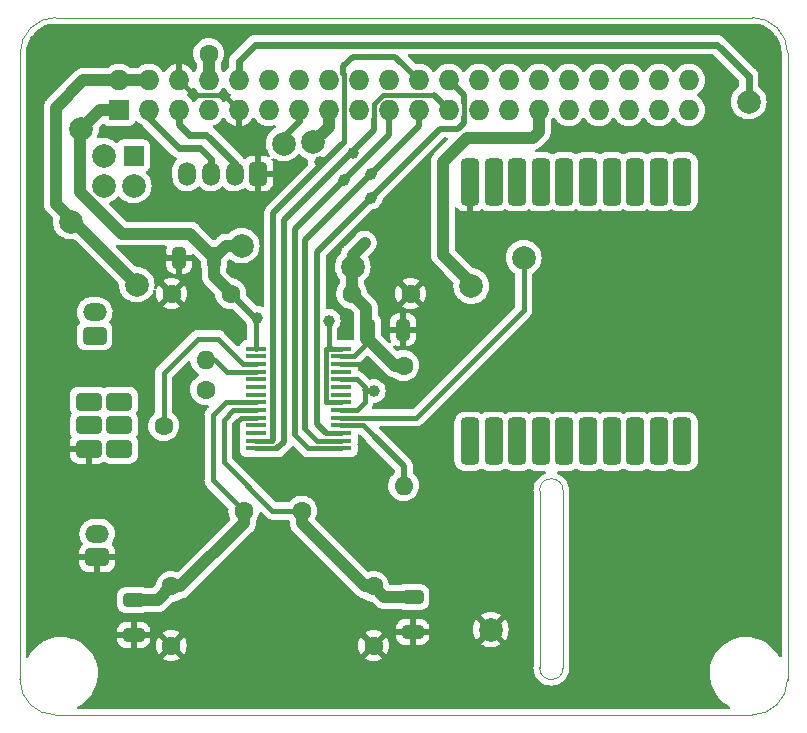
<source format=gtl>
G04 #@! TF.GenerationSoftware,KiCad,Pcbnew,(6.0.0)*
G04 #@! TF.CreationDate,2022-05-07T20:36:52+02:00*
G04 #@! TF.ProjectId,RPi_Hat,5250695f-4861-4742-9e6b-696361645f70,rev?*
G04 #@! TF.SameCoordinates,Original*
G04 #@! TF.FileFunction,Copper,L1,Top*
G04 #@! TF.FilePolarity,Positive*
%FSLAX46Y46*%
G04 Gerber Fmt 4.6, Leading zero omitted, Abs format (unit mm)*
G04 Created by KiCad (PCBNEW (6.0.0)) date 2022-05-07 20:36:52*
%MOMM*%
%LPD*%
G01*
G04 APERTURE LIST*
G04 Aperture macros list*
%AMRoundRect*
0 Rectangle with rounded corners*
0 $1 Rounding radius*
0 $2 $3 $4 $5 $6 $7 $8 $9 X,Y pos of 4 corners*
0 Add a 4 corners polygon primitive as box body*
4,1,4,$2,$3,$4,$5,$6,$7,$8,$9,$2,$3,0*
0 Add four circle primitives for the rounded corners*
1,1,$1+$1,$2,$3*
1,1,$1+$1,$4,$5*
1,1,$1+$1,$6,$7*
1,1,$1+$1,$8,$9*
0 Add four rect primitives between the rounded corners*
20,1,$1+$1,$2,$3,$4,$5,0*
20,1,$1+$1,$4,$5,$6,$7,0*
20,1,$1+$1,$6,$7,$8,$9,0*
20,1,$1+$1,$8,$9,$2,$3,0*%
G04 Aperture macros list end*
G04 #@! TA.AperFunction,Profile*
%ADD10C,0.100000*%
G04 #@! TD*
G04 #@! TA.AperFunction,ComponentPad*
%ADD11R,1.727200X1.727200*%
G04 #@! TD*
G04 #@! TA.AperFunction,ComponentPad*
%ADD12O,1.727200X1.727200*%
G04 #@! TD*
G04 #@! TA.AperFunction,SMDPad,CuDef*
%ADD13RoundRect,0.250000X-0.650000X0.325000X-0.650000X-0.325000X0.650000X-0.325000X0.650000X0.325000X0*%
G04 #@! TD*
G04 #@! TA.AperFunction,SMDPad,CuDef*
%ADD14RoundRect,0.250000X-0.325000X-0.650000X0.325000X-0.650000X0.325000X0.650000X-0.325000X0.650000X0*%
G04 #@! TD*
G04 #@! TA.AperFunction,SMDPad,CuDef*
%ADD15C,1.000000*%
G04 #@! TD*
G04 #@! TA.AperFunction,ComponentPad*
%ADD16RoundRect,0.312500X0.437500X0.687500X-0.437500X0.687500X-0.437500X-0.687500X0.437500X-0.687500X0*%
G04 #@! TD*
G04 #@! TA.AperFunction,ComponentPad*
%ADD17O,1.500000X2.000000*%
G04 #@! TD*
G04 #@! TA.AperFunction,SMDPad,CuDef*
%ADD18C,2.000000*%
G04 #@! TD*
G04 #@! TA.AperFunction,SMDPad,CuDef*
%ADD19R,1.750000X0.450000*%
G04 #@! TD*
G04 #@! TA.AperFunction,ComponentPad*
%ADD20RoundRect,0.312500X0.687500X-0.437500X0.687500X0.437500X-0.687500X0.437500X-0.687500X-0.437500X0*%
G04 #@! TD*
G04 #@! TA.AperFunction,ComponentPad*
%ADD21O,2.000000X1.500000*%
G04 #@! TD*
G04 #@! TA.AperFunction,ComponentPad*
%ADD22C,1.600000*%
G04 #@! TD*
G04 #@! TA.AperFunction,ComponentPad*
%ADD23O,1.600000X1.600000*%
G04 #@! TD*
G04 #@! TA.AperFunction,ComponentPad*
%ADD24R,1.700000X1.700000*%
G04 #@! TD*
G04 #@! TA.AperFunction,ComponentPad*
%ADD25C,2.000000*%
G04 #@! TD*
G04 #@! TA.AperFunction,ComponentPad*
%ADD26RoundRect,0.312500X-0.787500X0.437500X-0.787500X-0.437500X0.787500X-0.437500X0.787500X0.437500X0*%
G04 #@! TD*
G04 #@! TA.AperFunction,ComponentPad*
%ADD27RoundRect,0.312500X0.787500X-0.437500X0.787500X0.437500X-0.787500X0.437500X-0.787500X-0.437500X0*%
G04 #@! TD*
G04 #@! TA.AperFunction,ComponentPad*
%ADD28RoundRect,0.400000X-0.400000X1.600000X-0.400000X-1.600000X0.400000X-1.600000X0.400000X1.600000X0*%
G04 #@! TD*
G04 #@! TA.AperFunction,ViaPad*
%ADD29C,1.600000*%
G04 #@! TD*
G04 #@! TA.AperFunction,ViaPad*
%ADD30C,2.000000*%
G04 #@! TD*
G04 #@! TA.AperFunction,Conductor*
%ADD31C,0.450000*%
G04 #@! TD*
G04 #@! TA.AperFunction,Conductor*
%ADD32C,0.600000*%
G04 #@! TD*
G04 #@! TA.AperFunction,Conductor*
%ADD33C,0.400000*%
G04 #@! TD*
G04 #@! TA.AperFunction,Conductor*
%ADD34C,0.250000*%
G04 #@! TD*
G04 #@! TA.AperFunction,Conductor*
%ADD35C,0.500000*%
G04 #@! TD*
G04 #@! TA.AperFunction,Conductor*
%ADD36C,1.000000*%
G04 #@! TD*
G04 APERTURE END LIST*
D10*
X125222000Y-38052000D02*
G75*
G03*
X122222000Y-35052000I-3000001J-1D01*
G01*
X63246000Y-35052000D02*
G75*
G03*
X60246000Y-38052000I1J-3000001D01*
G01*
X60210000Y-91100000D02*
G75*
G03*
X63210000Y-94100000I3000001J1D01*
G01*
X122210000Y-94100000D02*
G75*
G03*
X125210000Y-91100000I-1J3000001D01*
G01*
X106210000Y-75100000D02*
X106210000Y-90100000D01*
X104210000Y-90100000D02*
G75*
G03*
X106210000Y-90100000I1000000J0D01*
G01*
X60210000Y-56600000D02*
X60210000Y-75600000D01*
X125210000Y-40600000D02*
X125210000Y-91100000D01*
X125222000Y-38052000D02*
X125210000Y-40600000D01*
X63246000Y-35052000D02*
X122222000Y-35052000D01*
X60246000Y-38052000D02*
X60210000Y-56600000D01*
X104210000Y-75100000D02*
X104210000Y-90100000D01*
X106210000Y-75100000D02*
G75*
G03*
X104210000Y-75100000I-1000000J0D01*
G01*
X60210000Y-75600000D02*
X60210000Y-91100000D01*
X63210000Y-94100000D02*
X122210000Y-94100000D01*
D11*
X68580000Y-42870000D03*
D12*
X68580000Y-40330000D03*
X71120000Y-42870000D03*
X71120000Y-40330000D03*
X73660000Y-42870000D03*
X73660000Y-40330000D03*
X76200000Y-42870000D03*
X76200000Y-40330000D03*
X78740000Y-42870000D03*
X78740000Y-40330000D03*
X81280000Y-42870000D03*
X81280000Y-40330000D03*
X83820000Y-42870000D03*
X83820000Y-40330000D03*
X86360000Y-42870000D03*
X86360000Y-40330000D03*
X88900000Y-42870000D03*
X88900000Y-40330000D03*
X91440000Y-42870000D03*
X91440000Y-40330000D03*
X93980000Y-42870000D03*
X93980000Y-40330000D03*
X96520000Y-42870000D03*
X96520000Y-40330000D03*
X99060000Y-42870000D03*
X99060000Y-40330000D03*
X101600000Y-42870000D03*
X101600000Y-40330000D03*
X104140000Y-42870000D03*
X104140000Y-40330000D03*
X106680000Y-42870000D03*
X106680000Y-40330000D03*
X109220000Y-42870000D03*
X109220000Y-40330000D03*
X111760000Y-42870000D03*
X111760000Y-40330000D03*
X114300000Y-42870000D03*
X114300000Y-40330000D03*
X116840000Y-42870000D03*
X116840000Y-40330000D03*
D13*
X93472000Y-84123000D03*
X93472000Y-87073000D03*
D14*
X73709000Y-55372000D03*
X76659000Y-55372000D03*
D15*
X67056000Y-54610000D03*
D16*
X80391000Y-48260000D03*
D17*
X78391000Y-48260000D03*
X76391000Y-48260000D03*
X74391000Y-48260000D03*
D15*
X89408000Y-54102000D03*
D18*
X100076000Y-86868000D03*
D15*
X86360000Y-60706000D03*
X88392000Y-46482000D03*
D19*
X80220000Y-63085000D03*
X80220000Y-63735000D03*
X80220000Y-64385000D03*
X80220000Y-65035000D03*
X80220000Y-65685000D03*
X80220000Y-66335000D03*
X80220000Y-66985000D03*
X80220000Y-67635000D03*
X80220000Y-68285000D03*
X80220000Y-68935000D03*
X80220000Y-69585000D03*
X80220000Y-70235000D03*
X80220000Y-70885000D03*
X80220000Y-71535000D03*
X87420000Y-71535000D03*
X87420000Y-70885000D03*
X87420000Y-70235000D03*
X87420000Y-69585000D03*
X87420000Y-68935000D03*
X87420000Y-68285000D03*
X87420000Y-67635000D03*
X87420000Y-66985000D03*
X87420000Y-66335000D03*
X87420000Y-65685000D03*
X87420000Y-65035000D03*
X87420000Y-64385000D03*
X87420000Y-63735000D03*
X87420000Y-63085000D03*
D20*
X66760000Y-80756000D03*
D21*
X66760000Y-78756000D03*
D15*
X89916000Y-48260000D03*
X87630000Y-48768000D03*
D22*
X88305000Y-58420000D03*
X93305000Y-58420000D03*
X73065000Y-58420000D03*
X78065000Y-58420000D03*
D13*
X69850000Y-84377000D03*
X69850000Y-87327000D03*
D22*
X92710000Y-64516000D03*
D23*
X92710000Y-74676000D03*
D22*
X79175000Y-76835000D03*
X84075000Y-76835000D03*
X75946000Y-66548000D03*
D23*
X75946000Y-64008000D03*
D20*
X66548000Y-61976000D03*
D21*
X66548000Y-59976000D03*
D15*
X85598000Y-47244000D03*
D22*
X90170000Y-83225000D03*
X90170000Y-88225000D03*
D14*
X89711000Y-61468000D03*
X92661000Y-61468000D03*
D15*
X80264000Y-60452000D03*
X89916000Y-50292000D03*
D24*
X69850000Y-46736000D03*
D25*
X69850000Y-49276000D03*
X67310000Y-46736000D03*
X67310000Y-49276000D03*
D22*
X73025000Y-83225000D03*
X73025000Y-88225000D03*
D26*
X68626000Y-67564000D03*
D27*
X66026000Y-67564000D03*
D26*
X68626000Y-69564000D03*
D27*
X66026000Y-69564000D03*
D26*
X68626000Y-71564000D03*
D27*
X66026000Y-71564000D03*
D15*
X90170000Y-66675000D03*
D28*
X116315000Y-48944000D03*
X114315000Y-48944000D03*
X112315000Y-48944000D03*
X110315000Y-48944000D03*
X108315000Y-48944000D03*
X106315000Y-48944000D03*
X104315000Y-48944000D03*
X102315000Y-48944000D03*
X100315000Y-48944000D03*
X98315000Y-48944000D03*
X98315000Y-70944000D03*
X100315000Y-70944000D03*
X102315000Y-70944000D03*
X104315000Y-70944000D03*
X106315000Y-70944000D03*
X108315000Y-70944000D03*
X110315000Y-70944000D03*
X112315000Y-70944000D03*
X114315000Y-70944000D03*
X116315000Y-70944000D03*
D29*
X72390000Y-69596000D03*
D30*
X82550000Y-45720000D03*
X62484000Y-74676000D03*
X81625000Y-84836000D03*
X66675000Y-37465000D03*
X62738000Y-83225000D03*
X121666000Y-69850000D03*
X95504000Y-60452000D03*
X97028000Y-77216000D03*
X121666000Y-82550000D03*
X61976000Y-54864000D03*
X121666000Y-57150000D03*
X98425000Y-57785000D03*
D29*
X76200000Y-38100000D03*
D30*
X121920000Y-42164000D03*
X78994000Y-54356000D03*
X65405000Y-44450000D03*
X102870000Y-55372000D03*
X88392000Y-56134000D03*
X70104000Y-57658000D03*
X64516000Y-52324000D03*
X85060570Y-45631711D03*
D31*
X75946000Y-64008000D02*
X76708000Y-64008000D01*
X76708000Y-64008000D02*
X77735000Y-65035000D01*
X77735000Y-65035000D02*
X80220000Y-65035000D01*
X80220000Y-64385000D02*
X79117000Y-64385000D01*
X79117000Y-64385000D02*
X76962000Y-62230000D01*
X72390000Y-69596000D02*
X72390000Y-65151000D01*
X72390000Y-65151000D02*
X75311000Y-62230000D01*
X75311000Y-62230000D02*
X76962000Y-62230000D01*
D32*
X82550000Y-45085000D02*
X83820000Y-43815000D01*
X83820000Y-43815000D02*
X83820000Y-42870000D01*
X82550000Y-45720000D02*
X82550000Y-45085000D01*
D33*
X74936889Y-41606889D02*
X77476889Y-41606889D01*
X77476889Y-41606889D02*
X78740000Y-42870000D01*
D31*
X89408000Y-64516000D02*
X89277000Y-64385000D01*
D33*
X73660000Y-40330000D02*
X74936889Y-41606889D01*
D31*
X89277000Y-64385000D02*
X87420000Y-64385000D01*
D34*
X77551889Y-41681889D02*
X78740000Y-42870000D01*
D31*
X78920978Y-68935000D02*
X78486000Y-69369978D01*
X80220000Y-68935000D02*
X78920978Y-68935000D01*
X78486000Y-69369978D02*
X78486000Y-70866000D01*
D35*
X91440000Y-45008800D02*
X91440000Y-42870000D01*
X83503519Y-70422519D02*
X83503519Y-52945281D01*
X83503519Y-52945281D02*
X91440000Y-45008800D01*
D31*
X84616000Y-71535000D02*
X83503519Y-70422519D01*
X87420000Y-71535000D02*
X84616000Y-71535000D01*
X84328000Y-69850000D02*
X85363000Y-70885000D01*
D35*
X93980000Y-44196000D02*
X84328000Y-53848000D01*
X93980000Y-42870000D02*
X93980000Y-44196000D01*
X84328000Y-53848000D02*
X84328000Y-69850000D01*
D31*
X85852419Y-70885000D02*
X85817063Y-70885000D01*
X85363000Y-70885000D02*
X85817063Y-70885000D01*
X87420000Y-70885000D02*
X85852419Y-70885000D01*
X81519022Y-70885000D02*
X81661000Y-70743022D01*
D33*
X87623111Y-45599889D02*
X87503000Y-45720000D01*
D35*
X92004000Y-38354000D02*
X88392000Y-38354000D01*
D31*
X80220000Y-70885000D02*
X81519022Y-70885000D01*
D35*
X81661000Y-51562000D02*
X87503000Y-45720000D01*
X81661000Y-70743022D02*
X81661000Y-51562000D01*
X88392000Y-38354000D02*
X87586889Y-39159111D01*
X87586889Y-39159111D02*
X87586889Y-39822313D01*
X93980000Y-40330000D02*
X92004000Y-38354000D01*
D33*
X87623111Y-39822313D02*
X87623111Y-45599889D01*
D31*
X80220000Y-71535000D02*
X82008000Y-71535000D01*
D35*
X90176889Y-44570111D02*
X90176889Y-43681111D01*
X82550000Y-52197000D02*
X90176889Y-44570111D01*
X82008000Y-71535000D02*
X82550000Y-70993000D01*
D33*
X90923690Y-41600000D02*
X90176889Y-42346801D01*
X90176889Y-42346801D02*
X90176889Y-43681111D01*
D35*
X82550000Y-70993000D02*
X82550000Y-52197000D01*
X96520000Y-42870000D02*
X95250000Y-41600000D01*
D33*
X95250000Y-41600000D02*
X90923690Y-41600000D01*
D35*
X97790000Y-41600000D02*
X97790000Y-42282980D01*
X97282000Y-44450000D02*
X95758000Y-44450000D01*
X97790000Y-43942000D02*
X97282000Y-44450000D01*
X85344000Y-54864000D02*
X85344000Y-69458022D01*
X85344000Y-69458022D02*
X86096458Y-70210480D01*
X86096458Y-70210480D02*
X86120978Y-70210480D01*
D31*
X86364000Y-70235000D02*
X86120978Y-70235000D01*
D35*
X96520000Y-40330000D02*
X97790000Y-41600000D01*
X97790000Y-43434000D02*
X97790000Y-43942000D01*
D31*
X87420000Y-70235000D02*
X86364000Y-70235000D01*
D33*
X97790000Y-42282980D02*
X97790000Y-43434000D01*
D35*
X95758000Y-44450000D02*
X85344000Y-54864000D01*
D36*
X103632000Y-45212000D02*
X104140000Y-44704000D01*
X96012000Y-55118000D02*
X96012000Y-47244000D01*
X104140000Y-44704000D02*
X104140000Y-42870000D01*
X98044000Y-45212000D02*
X103632000Y-45212000D01*
X98044000Y-57404000D02*
X98044000Y-57150000D01*
X96012000Y-47244000D02*
X98044000Y-45212000D01*
X98044000Y-57150000D02*
X96012000Y-55118000D01*
X98425000Y-57785000D02*
X98044000Y-57404000D01*
X76200000Y-38100000D02*
X76200000Y-40330000D01*
D32*
X80137000Y-37338000D02*
X78740000Y-38735000D01*
X121920000Y-42164000D02*
X121920000Y-40005000D01*
X119253000Y-37338000D02*
X80137000Y-37338000D01*
X121920000Y-40005000D02*
X119253000Y-37338000D01*
X78740000Y-38735000D02*
X78740000Y-40330000D01*
D31*
X80220000Y-67635000D02*
X77653000Y-67635000D01*
D32*
X73801000Y-83225000D02*
X73025000Y-83225000D01*
D31*
X76581000Y-68707000D02*
X76581000Y-74241000D01*
D36*
X79175000Y-76835000D02*
X79175000Y-77851000D01*
X71873000Y-84377000D02*
X73025000Y-83225000D01*
X79175000Y-77851000D02*
X73801000Y-83225000D01*
X69850000Y-84377000D02*
X71873000Y-84377000D01*
D31*
X77653000Y-67635000D02*
X76581000Y-68707000D01*
X76581000Y-74241000D02*
X79175000Y-76835000D01*
D36*
X84075000Y-76835000D02*
X84075000Y-77851000D01*
D31*
X77470000Y-72707500D02*
X77470000Y-70133560D01*
D35*
X89449000Y-83225000D02*
X90170000Y-83225000D01*
D36*
X91068000Y-84123000D02*
X90170000Y-83225000D01*
D31*
X77470000Y-70133560D02*
X77455481Y-70119041D01*
X77455481Y-70119041D02*
X77455481Y-69102519D01*
X81597500Y-76835000D02*
X77470000Y-72707500D01*
D36*
X93472000Y-84123000D02*
X91068000Y-84123000D01*
D31*
X78273000Y-68285000D02*
X80220000Y-68285000D01*
D36*
X84075000Y-77851000D02*
X89449000Y-83225000D01*
D31*
X84075000Y-76835000D02*
X81597500Y-76835000D01*
X77455481Y-69102519D02*
X78273000Y-68285000D01*
X89408000Y-66548000D02*
X89408000Y-66373978D01*
X89408000Y-66373978D02*
X88719022Y-65685000D01*
D35*
X89408000Y-66548000D02*
X89535000Y-66675000D01*
D31*
X88719022Y-65685000D02*
X87420000Y-65685000D01*
X88719022Y-68285000D02*
X87420000Y-68285000D01*
X89408000Y-66548000D02*
X89408000Y-67596022D01*
X89408000Y-67596022D02*
X88719022Y-68285000D01*
D35*
X89535000Y-66675000D02*
X90170000Y-66675000D01*
D31*
X87419511Y-67635489D02*
X86121467Y-67635489D01*
D33*
X86360000Y-62865000D02*
X86580000Y-63085000D01*
X86360000Y-60960000D02*
X86360000Y-62865000D01*
D31*
X86120489Y-67634511D02*
X86120489Y-63085489D01*
X86580000Y-63085000D02*
X87420000Y-63085000D01*
X86121467Y-67635489D02*
X86120489Y-67634511D01*
X86120978Y-63085000D02*
X86580000Y-63085000D01*
X87420000Y-67635000D02*
X87419511Y-67635489D01*
X80220000Y-63085000D02*
X80220000Y-60575000D01*
D36*
X65278000Y-49784000D02*
X68834000Y-53340000D01*
X77675000Y-54356000D02*
X76659000Y-55372000D01*
X78994000Y-54356000D02*
X77675000Y-54356000D01*
X65278000Y-44577000D02*
X65278000Y-49784000D01*
X65405000Y-44450000D02*
X65278000Y-44577000D01*
X74627000Y-53340000D02*
X76659000Y-55372000D01*
D31*
X102870000Y-55372000D02*
X102870000Y-59817000D01*
D32*
X80220000Y-60575000D02*
X78065000Y-58420000D01*
D31*
X102870000Y-59817000D02*
X93752000Y-68935000D01*
D36*
X66985000Y-42870000D02*
X68580000Y-42870000D01*
X76659000Y-56974000D02*
X76659000Y-55372000D01*
X78065000Y-58420000D02*
X78065000Y-58380000D01*
D31*
X87420000Y-68935000D02*
X90271000Y-68935000D01*
D36*
X78065000Y-58380000D02*
X76659000Y-56974000D01*
X68834000Y-53340000D02*
X74627000Y-53340000D01*
D31*
X93752000Y-68935000D02*
X90271000Y-68935000D01*
D36*
X65405000Y-44450000D02*
X66985000Y-42870000D01*
X63246000Y-50800000D02*
X70104000Y-57658000D01*
X88305000Y-56221000D02*
X88305000Y-58420000D01*
X89535000Y-59650000D02*
X88305000Y-58420000D01*
X88392000Y-56134000D02*
X88392000Y-55118000D01*
X92710000Y-64516000D02*
X91948000Y-64516000D01*
X88392000Y-55118000D02*
X89408000Y-54102000D01*
X88392000Y-56134000D02*
X88305000Y-56221000D01*
D31*
X89535000Y-62230000D02*
X89535000Y-62723578D01*
D36*
X89711000Y-62279000D02*
X89711000Y-61468000D01*
X65588000Y-40330000D02*
X68580000Y-40330000D01*
D31*
X88523098Y-63735480D02*
X87420480Y-63735480D01*
D36*
X91948000Y-64516000D02*
X89711000Y-62279000D01*
X63246000Y-50800000D02*
X63246000Y-42672000D01*
D31*
X87420480Y-63735480D02*
X87420000Y-63735000D01*
D36*
X68580000Y-40330000D02*
X71120000Y-40330000D01*
D31*
X89535000Y-62723578D02*
X88523098Y-63735480D01*
D36*
X89535000Y-62230000D02*
X89535000Y-59650000D01*
X63246000Y-42672000D02*
X65588000Y-40330000D01*
X85060570Y-45631711D02*
X86360000Y-44332281D01*
X86360000Y-44332281D02*
X86360000Y-42870000D01*
D35*
X92710000Y-73025000D02*
X92710000Y-74676000D01*
X90170000Y-70485000D02*
X92710000Y-73025000D01*
D31*
X90170000Y-70485000D02*
X89270000Y-69585000D01*
X89270000Y-69585000D02*
X87420000Y-69585000D01*
D32*
X75438000Y-46101000D02*
X76391000Y-47054000D01*
X76391000Y-47054000D02*
X76391000Y-48260000D01*
X73660000Y-46101000D02*
X75438000Y-46101000D01*
X71120000Y-43561000D02*
X73660000Y-46101000D01*
X71120000Y-42870000D02*
X71120000Y-43561000D01*
X76009500Y-44958000D02*
X78391000Y-47339500D01*
X74549000Y-44958000D02*
X76009500Y-44958000D01*
X73660000Y-42870000D02*
X73660000Y-44069000D01*
X73660000Y-44069000D02*
X74549000Y-44958000D01*
X78391000Y-47339500D02*
X78391000Y-48260000D01*
G04 #@! TA.AperFunction,Conductor*
G36*
X122192057Y-35561500D02*
G01*
X122206858Y-35563805D01*
X122206861Y-35563805D01*
X122215730Y-35565186D01*
X122232899Y-35562941D01*
X122256839Y-35562108D01*
X122514770Y-35577710D01*
X122529874Y-35579544D01*
X122600648Y-35592514D01*
X122810879Y-35631040D01*
X122825641Y-35634678D01*
X123098408Y-35719675D01*
X123112627Y-35725069D01*
X123373140Y-35842316D01*
X123386609Y-35849385D01*
X123631095Y-35997182D01*
X123643617Y-36005825D01*
X123868507Y-36182016D01*
X123879895Y-36192106D01*
X124081894Y-36394105D01*
X124091984Y-36405493D01*
X124268175Y-36630383D01*
X124276818Y-36642905D01*
X124424615Y-36887391D01*
X124431684Y-36900860D01*
X124490909Y-37032453D01*
X124548930Y-37161370D01*
X124554325Y-37175592D01*
X124579288Y-37255700D01*
X124639321Y-37448353D01*
X124642962Y-37463127D01*
X124694456Y-37744126D01*
X124696290Y-37759230D01*
X124711455Y-38009929D01*
X124710198Y-38036639D01*
X124710195Y-38036859D01*
X124708814Y-38045730D01*
X124710454Y-38058270D01*
X124712740Y-38075750D01*
X124713803Y-38092682D01*
X124702190Y-40558553D01*
X124702154Y-40559439D01*
X124702000Y-40560423D01*
X124702000Y-40598455D01*
X124701999Y-40599048D01*
X124701834Y-40634084D01*
X124701970Y-40635066D01*
X124702000Y-40635971D01*
X124702000Y-89109613D01*
X124681998Y-89177734D01*
X124628342Y-89224227D01*
X124558068Y-89234331D01*
X124493488Y-89204837D01*
X124467157Y-89173089D01*
X124371666Y-89009348D01*
X124299687Y-88885924D01*
X124089001Y-88603781D01*
X124086557Y-88601183D01*
X124086552Y-88601177D01*
X123850180Y-88349907D01*
X123850176Y-88349904D01*
X123847730Y-88347303D01*
X123701923Y-88223868D01*
X123581698Y-88122090D01*
X123581694Y-88122087D01*
X123578976Y-88119786D01*
X123565181Y-88110568D01*
X123289170Y-87926144D01*
X123289168Y-87926143D01*
X123286193Y-87924155D01*
X123283009Y-87922515D01*
X122976330Y-87764564D01*
X122976325Y-87764562D01*
X122973147Y-87762925D01*
X122969806Y-87761659D01*
X122969801Y-87761657D01*
X122647205Y-87639437D01*
X122647206Y-87639437D01*
X122643861Y-87638170D01*
X122640397Y-87637290D01*
X122640393Y-87637289D01*
X122306037Y-87552373D01*
X122306029Y-87552371D01*
X122302570Y-87551493D01*
X122130848Y-87528122D01*
X121956653Y-87504415D01*
X121956646Y-87504414D01*
X121953660Y-87504008D01*
X121838919Y-87499500D01*
X121620802Y-87499500D01*
X121479244Y-87507538D01*
X121362008Y-87514195D01*
X121362001Y-87514196D01*
X121358440Y-87514398D01*
X121220117Y-87538166D01*
X121014918Y-87573425D01*
X121014910Y-87573427D01*
X121011400Y-87574030D01*
X121007975Y-87575028D01*
X121007972Y-87575029D01*
X120987487Y-87581000D01*
X120673341Y-87672566D01*
X120670039Y-87673951D01*
X120670038Y-87673951D01*
X120538570Y-87729080D01*
X120348610Y-87808737D01*
X120246704Y-87865807D01*
X120044498Y-87979047D01*
X120044493Y-87979050D01*
X120041381Y-87980793D01*
X120038485Y-87982878D01*
X120038480Y-87982881D01*
X119896297Y-88085239D01*
X119755605Y-88186523D01*
X119752969Y-88188917D01*
X119752967Y-88188919D01*
X119524051Y-88396851D01*
X119494954Y-88423281D01*
X119262781Y-88688023D01*
X119062071Y-88977347D01*
X118895402Y-89287532D01*
X118764919Y-89614590D01*
X118672299Y-89954317D01*
X118671757Y-89957839D01*
X118630277Y-90227339D01*
X118618732Y-90302345D01*
X118618592Y-90305909D01*
X118609027Y-90549370D01*
X118604908Y-90654200D01*
X118614757Y-90786735D01*
X118629484Y-90984899D01*
X118631004Y-91005358D01*
X118696684Y-91351304D01*
X118697742Y-91354713D01*
X118697744Y-91354719D01*
X118727233Y-91449687D01*
X118801104Y-91687592D01*
X118942921Y-92009897D01*
X119120313Y-92314076D01*
X119330999Y-92596219D01*
X119333443Y-92598817D01*
X119333448Y-92598823D01*
X119569820Y-92850093D01*
X119572270Y-92852697D01*
X119574999Y-92855007D01*
X119806859Y-93051291D01*
X119841024Y-93080214D01*
X120133807Y-93275845D01*
X120136989Y-93277484D01*
X120136991Y-93277485D01*
X120285523Y-93353984D01*
X120336925Y-93402957D01*
X120353691Y-93471945D01*
X120330497Y-93539047D01*
X120274707Y-93582956D01*
X120227831Y-93592000D01*
X65195807Y-93592000D01*
X65127686Y-93571998D01*
X65081193Y-93518342D01*
X65071089Y-93448068D01*
X65100583Y-93383488D01*
X65134241Y-93356065D01*
X65375502Y-93220953D01*
X65375507Y-93220950D01*
X65378619Y-93219207D01*
X65381515Y-93217122D01*
X65381520Y-93217119D01*
X65528239Y-93111496D01*
X65664395Y-93013477D01*
X65838858Y-92855007D01*
X65922405Y-92779118D01*
X65922406Y-92779117D01*
X65925046Y-92776719D01*
X66157219Y-92511977D01*
X66204326Y-92444073D01*
X66296652Y-92310984D01*
X66357929Y-92222653D01*
X66524598Y-91912468D01*
X66655081Y-91585410D01*
X66747701Y-91245683D01*
X66762487Y-91149618D01*
X66800726Y-90901178D01*
X66800726Y-90901174D01*
X66801268Y-90897655D01*
X66810833Y-90654200D01*
X66814952Y-90549370D01*
X66814952Y-90549365D01*
X66815092Y-90545800D01*
X66788996Y-90194642D01*
X66723316Y-89848696D01*
X66618896Y-89512408D01*
X66530302Y-89311062D01*
X72303493Y-89311062D01*
X72312789Y-89323077D01*
X72363994Y-89358931D01*
X72373489Y-89364414D01*
X72570947Y-89456490D01*
X72581239Y-89460236D01*
X72791688Y-89516625D01*
X72802481Y-89518528D01*
X73019525Y-89537517D01*
X73030475Y-89537517D01*
X73247519Y-89518528D01*
X73258312Y-89516625D01*
X73468761Y-89460236D01*
X73479053Y-89456490D01*
X73676511Y-89364414D01*
X73686006Y-89358931D01*
X73738048Y-89322491D01*
X73746424Y-89312012D01*
X73745925Y-89311062D01*
X89448493Y-89311062D01*
X89457789Y-89323077D01*
X89508994Y-89358931D01*
X89518489Y-89364414D01*
X89715947Y-89456490D01*
X89726239Y-89460236D01*
X89936688Y-89516625D01*
X89947481Y-89518528D01*
X90164525Y-89537517D01*
X90175475Y-89537517D01*
X90392519Y-89518528D01*
X90403312Y-89516625D01*
X90613761Y-89460236D01*
X90624053Y-89456490D01*
X90821511Y-89364414D01*
X90831006Y-89358931D01*
X90883048Y-89322491D01*
X90891424Y-89312012D01*
X90884356Y-89298566D01*
X90182812Y-88597022D01*
X90168868Y-88589408D01*
X90167035Y-88589539D01*
X90160420Y-88593790D01*
X89454923Y-89299287D01*
X89448493Y-89311062D01*
X73745925Y-89311062D01*
X73739356Y-89298566D01*
X73037812Y-88597022D01*
X73023868Y-88589408D01*
X73022035Y-88589539D01*
X73015420Y-88593790D01*
X72309923Y-89299287D01*
X72303493Y-89311062D01*
X66530302Y-89311062D01*
X66492094Y-89224227D01*
X66478522Y-89193382D01*
X66478520Y-89193379D01*
X66477079Y-89190103D01*
X66299687Y-88885924D01*
X66089001Y-88603781D01*
X66086557Y-88601183D01*
X66086552Y-88601177D01*
X65850180Y-88349907D01*
X65850176Y-88349904D01*
X65847730Y-88347303D01*
X65701923Y-88223868D01*
X65581698Y-88122090D01*
X65581694Y-88122087D01*
X65578976Y-88119786D01*
X65565181Y-88110568D01*
X65289170Y-87926144D01*
X65289168Y-87926143D01*
X65286193Y-87924155D01*
X65283009Y-87922515D01*
X64976330Y-87764564D01*
X64976325Y-87764562D01*
X64973147Y-87762925D01*
X64969806Y-87761659D01*
X64969801Y-87761657D01*
X64804670Y-87699095D01*
X68442001Y-87699095D01*
X68442338Y-87705614D01*
X68452257Y-87801206D01*
X68455149Y-87814600D01*
X68506588Y-87968784D01*
X68512761Y-87981962D01*
X68598063Y-88119807D01*
X68607099Y-88131208D01*
X68721829Y-88245739D01*
X68733240Y-88254751D01*
X68871243Y-88339816D01*
X68884424Y-88345963D01*
X69038710Y-88397138D01*
X69052086Y-88400005D01*
X69146438Y-88409672D01*
X69152854Y-88410000D01*
X69577885Y-88410000D01*
X69593124Y-88405525D01*
X69594329Y-88404135D01*
X69596000Y-88396452D01*
X69596000Y-88391884D01*
X70104000Y-88391884D01*
X70108475Y-88407123D01*
X70109865Y-88408328D01*
X70117548Y-88409999D01*
X70547095Y-88409999D01*
X70553614Y-88409662D01*
X70649206Y-88399743D01*
X70662600Y-88396851D01*
X70816784Y-88345412D01*
X70829962Y-88339239D01*
X70967807Y-88253937D01*
X70979208Y-88244901D01*
X70993609Y-88230475D01*
X71712483Y-88230475D01*
X71731472Y-88447519D01*
X71733375Y-88458312D01*
X71789764Y-88668761D01*
X71793510Y-88679053D01*
X71885586Y-88876511D01*
X71891069Y-88886006D01*
X71927509Y-88938048D01*
X71937988Y-88946424D01*
X71951434Y-88939356D01*
X72652978Y-88237812D01*
X72659356Y-88226132D01*
X73389408Y-88226132D01*
X73389539Y-88227965D01*
X73393790Y-88234580D01*
X74099287Y-88940077D01*
X74111062Y-88946507D01*
X74123077Y-88937211D01*
X74158931Y-88886006D01*
X74164414Y-88876511D01*
X74256490Y-88679053D01*
X74260236Y-88668761D01*
X74316625Y-88458312D01*
X74318528Y-88447519D01*
X74337517Y-88230475D01*
X88857483Y-88230475D01*
X88876472Y-88447519D01*
X88878375Y-88458312D01*
X88934764Y-88668761D01*
X88938510Y-88679053D01*
X89030586Y-88876511D01*
X89036069Y-88886006D01*
X89072509Y-88938048D01*
X89082988Y-88946424D01*
X89096434Y-88939356D01*
X89797978Y-88237812D01*
X89804356Y-88226132D01*
X90534408Y-88226132D01*
X90534539Y-88227965D01*
X90538790Y-88234580D01*
X91244287Y-88940077D01*
X91256062Y-88946507D01*
X91268077Y-88937211D01*
X91303931Y-88886006D01*
X91309414Y-88876511D01*
X91401490Y-88679053D01*
X91405236Y-88668761D01*
X91461625Y-88458312D01*
X91463528Y-88447519D01*
X91482517Y-88230475D01*
X91482517Y-88219525D01*
X91463528Y-88002481D01*
X91461625Y-87991688D01*
X91405236Y-87781239D01*
X91401490Y-87770947D01*
X91309414Y-87573489D01*
X91303931Y-87563994D01*
X91267491Y-87511952D01*
X91257012Y-87503576D01*
X91243566Y-87510644D01*
X90542022Y-88212188D01*
X90534408Y-88226132D01*
X89804356Y-88226132D01*
X89805592Y-88223868D01*
X89805461Y-88222035D01*
X89801210Y-88215420D01*
X89095713Y-87509923D01*
X89083938Y-87503493D01*
X89071923Y-87512789D01*
X89036069Y-87563994D01*
X89030586Y-87573489D01*
X88938510Y-87770947D01*
X88934764Y-87781239D01*
X88878375Y-87991688D01*
X88876472Y-88002481D01*
X88857483Y-88219525D01*
X88857483Y-88230475D01*
X74337517Y-88230475D01*
X74337517Y-88219525D01*
X74318528Y-88002481D01*
X74316625Y-87991688D01*
X74260236Y-87781239D01*
X74256490Y-87770947D01*
X74164414Y-87573489D01*
X74158931Y-87563994D01*
X74122491Y-87511952D01*
X74112012Y-87503576D01*
X74098566Y-87510644D01*
X73397022Y-88212188D01*
X73389408Y-88226132D01*
X72659356Y-88226132D01*
X72660592Y-88223868D01*
X72660461Y-88222035D01*
X72656210Y-88215420D01*
X71950713Y-87509923D01*
X71938938Y-87503493D01*
X71926923Y-87512789D01*
X71891069Y-87563994D01*
X71885586Y-87573489D01*
X71793510Y-87770947D01*
X71789764Y-87781239D01*
X71733375Y-87991688D01*
X71731472Y-88002481D01*
X71712483Y-88219525D01*
X71712483Y-88230475D01*
X70993609Y-88230475D01*
X71093739Y-88130171D01*
X71102751Y-88118760D01*
X71187816Y-87980757D01*
X71193963Y-87967576D01*
X71245138Y-87813290D01*
X71248005Y-87799914D01*
X71257672Y-87705562D01*
X71258000Y-87699146D01*
X71258000Y-87599115D01*
X71253525Y-87583876D01*
X71252135Y-87582671D01*
X71244452Y-87581000D01*
X70122115Y-87581000D01*
X70106876Y-87585475D01*
X70105671Y-87586865D01*
X70104000Y-87594548D01*
X70104000Y-88391884D01*
X69596000Y-88391884D01*
X69596000Y-87599115D01*
X69591525Y-87583876D01*
X69590135Y-87582671D01*
X69582452Y-87581000D01*
X68460116Y-87581000D01*
X68444877Y-87585475D01*
X68443672Y-87586865D01*
X68442001Y-87594548D01*
X68442001Y-87699095D01*
X64804670Y-87699095D01*
X64647205Y-87639437D01*
X64647206Y-87639437D01*
X64643861Y-87638170D01*
X64640397Y-87637290D01*
X64640393Y-87637289D01*
X64306037Y-87552373D01*
X64306029Y-87552371D01*
X64302570Y-87551493D01*
X64130848Y-87528122D01*
X63956653Y-87504415D01*
X63956646Y-87504414D01*
X63953660Y-87504008D01*
X63838919Y-87499500D01*
X63620802Y-87499500D01*
X63479244Y-87507538D01*
X63362008Y-87514195D01*
X63362001Y-87514196D01*
X63358440Y-87514398D01*
X63220117Y-87538166D01*
X63014918Y-87573425D01*
X63014910Y-87573427D01*
X63011400Y-87574030D01*
X63007975Y-87575028D01*
X63007972Y-87575029D01*
X62987487Y-87581000D01*
X62673341Y-87672566D01*
X62670039Y-87673951D01*
X62670038Y-87673951D01*
X62538570Y-87729080D01*
X62348610Y-87808737D01*
X62246704Y-87865807D01*
X62044498Y-87979047D01*
X62044493Y-87979050D01*
X62041381Y-87980793D01*
X62038485Y-87982878D01*
X62038480Y-87982881D01*
X61896297Y-88085239D01*
X61755605Y-88186523D01*
X61752969Y-88188917D01*
X61752967Y-88188919D01*
X61524051Y-88396851D01*
X61494954Y-88423281D01*
X61262781Y-88688023D01*
X61062071Y-88977347D01*
X61060380Y-88980494D01*
X61060377Y-88980499D01*
X60954992Y-89176630D01*
X60905130Y-89227170D01*
X60835859Y-89242729D01*
X60769173Y-89218367D01*
X60726244Y-89161819D01*
X60718000Y-89116992D01*
X60718000Y-87137988D01*
X72303576Y-87137988D01*
X72310644Y-87151434D01*
X73012188Y-87852978D01*
X73026132Y-87860592D01*
X73027965Y-87860461D01*
X73034580Y-87856210D01*
X73740077Y-87150713D01*
X73746507Y-87138938D01*
X73745772Y-87137988D01*
X89448576Y-87137988D01*
X89455644Y-87151434D01*
X90157188Y-87852978D01*
X90171132Y-87860592D01*
X90172965Y-87860461D01*
X90179580Y-87856210D01*
X90590695Y-87445095D01*
X92064001Y-87445095D01*
X92064338Y-87451614D01*
X92074257Y-87547206D01*
X92077149Y-87560600D01*
X92128588Y-87714784D01*
X92134761Y-87727962D01*
X92220063Y-87865807D01*
X92229099Y-87877208D01*
X92343829Y-87991739D01*
X92355240Y-88000751D01*
X92493243Y-88085816D01*
X92506424Y-88091963D01*
X92660710Y-88143138D01*
X92674086Y-88146005D01*
X92768438Y-88155672D01*
X92774854Y-88156000D01*
X93199885Y-88156000D01*
X93215124Y-88151525D01*
X93216329Y-88150135D01*
X93218000Y-88142452D01*
X93218000Y-88137884D01*
X93726000Y-88137884D01*
X93730475Y-88153123D01*
X93731865Y-88154328D01*
X93739548Y-88155999D01*
X94169095Y-88155999D01*
X94175614Y-88155662D01*
X94271206Y-88145743D01*
X94284600Y-88142851D01*
X94411034Y-88100670D01*
X99208160Y-88100670D01*
X99213887Y-88108320D01*
X99385042Y-88213205D01*
X99393837Y-88217687D01*
X99603988Y-88304734D01*
X99613373Y-88307783D01*
X99834554Y-88360885D01*
X99844301Y-88362428D01*
X100071070Y-88380275D01*
X100080930Y-88380275D01*
X100307699Y-88362428D01*
X100317446Y-88360885D01*
X100538627Y-88307783D01*
X100548012Y-88304734D01*
X100758163Y-88217687D01*
X100766958Y-88213205D01*
X100934445Y-88110568D01*
X100943907Y-88100110D01*
X100940124Y-88091334D01*
X100088812Y-87240022D01*
X100074868Y-87232408D01*
X100073035Y-87232539D01*
X100066420Y-87236790D01*
X99214920Y-88088290D01*
X99208160Y-88100670D01*
X94411034Y-88100670D01*
X94438784Y-88091412D01*
X94451962Y-88085239D01*
X94589807Y-87999937D01*
X94601208Y-87990901D01*
X94715739Y-87876171D01*
X94724751Y-87864760D01*
X94809816Y-87726757D01*
X94815963Y-87713576D01*
X94867138Y-87559290D01*
X94870005Y-87545914D01*
X94879672Y-87451562D01*
X94880000Y-87445146D01*
X94880000Y-87345115D01*
X94875525Y-87329876D01*
X94874135Y-87328671D01*
X94866452Y-87327000D01*
X93744115Y-87327000D01*
X93728876Y-87331475D01*
X93727671Y-87332865D01*
X93726000Y-87340548D01*
X93726000Y-88137884D01*
X93218000Y-88137884D01*
X93218000Y-87345115D01*
X93213525Y-87329876D01*
X93212135Y-87328671D01*
X93204452Y-87327000D01*
X92082116Y-87327000D01*
X92066877Y-87331475D01*
X92065672Y-87332865D01*
X92064001Y-87340548D01*
X92064001Y-87445095D01*
X90590695Y-87445095D01*
X90885077Y-87150713D01*
X90891507Y-87138938D01*
X90882211Y-87126923D01*
X90831006Y-87091069D01*
X90821511Y-87085586D01*
X90624053Y-86993510D01*
X90613761Y-86989764D01*
X90403312Y-86933375D01*
X90392519Y-86931472D01*
X90175475Y-86912483D01*
X90164525Y-86912483D01*
X89947481Y-86931472D01*
X89936688Y-86933375D01*
X89726239Y-86989764D01*
X89715947Y-86993510D01*
X89518489Y-87085586D01*
X89508994Y-87091069D01*
X89456952Y-87127509D01*
X89448576Y-87137988D01*
X73745772Y-87137988D01*
X73737211Y-87126923D01*
X73686006Y-87091069D01*
X73676511Y-87085586D01*
X73479053Y-86993510D01*
X73468761Y-86989764D01*
X73258312Y-86933375D01*
X73247519Y-86931472D01*
X73030475Y-86912483D01*
X73019525Y-86912483D01*
X72802481Y-86931472D01*
X72791688Y-86933375D01*
X72581239Y-86989764D01*
X72570947Y-86993510D01*
X72373489Y-87085586D01*
X72363994Y-87091069D01*
X72311952Y-87127509D01*
X72303576Y-87137988D01*
X60718000Y-87137988D01*
X60718000Y-87054885D01*
X68442000Y-87054885D01*
X68446475Y-87070124D01*
X68447865Y-87071329D01*
X68455548Y-87073000D01*
X69577885Y-87073000D01*
X69593124Y-87068525D01*
X69594329Y-87067135D01*
X69596000Y-87059452D01*
X69596000Y-87054885D01*
X70104000Y-87054885D01*
X70108475Y-87070124D01*
X70109865Y-87071329D01*
X70117548Y-87073000D01*
X71239884Y-87073000D01*
X71255123Y-87068525D01*
X71256328Y-87067135D01*
X71257999Y-87059452D01*
X71257999Y-86954905D01*
X71257662Y-86948386D01*
X71249832Y-86872930D01*
X98563725Y-86872930D01*
X98581572Y-87099699D01*
X98583115Y-87109446D01*
X98636217Y-87330627D01*
X98639266Y-87340012D01*
X98726313Y-87550163D01*
X98730795Y-87558958D01*
X98833432Y-87726445D01*
X98843890Y-87735907D01*
X98852666Y-87732124D01*
X99703978Y-86880812D01*
X99710356Y-86869132D01*
X100440408Y-86869132D01*
X100440539Y-86870965D01*
X100444790Y-86877580D01*
X101296290Y-87729080D01*
X101308670Y-87735840D01*
X101316320Y-87730113D01*
X101421205Y-87558958D01*
X101425687Y-87550163D01*
X101512734Y-87340012D01*
X101515783Y-87330627D01*
X101568885Y-87109446D01*
X101570428Y-87099699D01*
X101588275Y-86872930D01*
X101588275Y-86863070D01*
X101570428Y-86636301D01*
X101568885Y-86626554D01*
X101515783Y-86405373D01*
X101512734Y-86395988D01*
X101425687Y-86185837D01*
X101421205Y-86177042D01*
X101318568Y-86009555D01*
X101308110Y-86000093D01*
X101299334Y-86003876D01*
X100448022Y-86855188D01*
X100440408Y-86869132D01*
X99710356Y-86869132D01*
X99711592Y-86866868D01*
X99711461Y-86865035D01*
X99707210Y-86858420D01*
X98855710Y-86006920D01*
X98843330Y-86000160D01*
X98835680Y-86005887D01*
X98730795Y-86177042D01*
X98726313Y-86185837D01*
X98639266Y-86395988D01*
X98636217Y-86405373D01*
X98583115Y-86626554D01*
X98581572Y-86636301D01*
X98563725Y-86863070D01*
X98563725Y-86872930D01*
X71249832Y-86872930D01*
X71247743Y-86852794D01*
X71244851Y-86839400D01*
X71232002Y-86800885D01*
X92064000Y-86800885D01*
X92068475Y-86816124D01*
X92069865Y-86817329D01*
X92077548Y-86819000D01*
X93199885Y-86819000D01*
X93215124Y-86814525D01*
X93216329Y-86813135D01*
X93218000Y-86805452D01*
X93218000Y-86800885D01*
X93726000Y-86800885D01*
X93730475Y-86816124D01*
X93731865Y-86817329D01*
X93739548Y-86819000D01*
X94861884Y-86819000D01*
X94877123Y-86814525D01*
X94878328Y-86813135D01*
X94879999Y-86805452D01*
X94879999Y-86700905D01*
X94879662Y-86694386D01*
X94869743Y-86598794D01*
X94866851Y-86585400D01*
X94815412Y-86431216D01*
X94809239Y-86418038D01*
X94723937Y-86280193D01*
X94714901Y-86268792D01*
X94600171Y-86154261D01*
X94588760Y-86145249D01*
X94450757Y-86060184D01*
X94437576Y-86054037D01*
X94283290Y-86002862D01*
X94269914Y-85999995D01*
X94175562Y-85990328D01*
X94169145Y-85990000D01*
X93744115Y-85990000D01*
X93728876Y-85994475D01*
X93727671Y-85995865D01*
X93726000Y-86003548D01*
X93726000Y-86800885D01*
X93218000Y-86800885D01*
X93218000Y-86008116D01*
X93213525Y-85992877D01*
X93212135Y-85991672D01*
X93204452Y-85990001D01*
X92774905Y-85990001D01*
X92768386Y-85990338D01*
X92672794Y-86000257D01*
X92659400Y-86003149D01*
X92505216Y-86054588D01*
X92492038Y-86060761D01*
X92354193Y-86146063D01*
X92342792Y-86155099D01*
X92228261Y-86269829D01*
X92219249Y-86281240D01*
X92134184Y-86419243D01*
X92128037Y-86432424D01*
X92076862Y-86586710D01*
X92073995Y-86600086D01*
X92064328Y-86694438D01*
X92064000Y-86700855D01*
X92064000Y-86800885D01*
X71232002Y-86800885D01*
X71193412Y-86685216D01*
X71187239Y-86672038D01*
X71101937Y-86534193D01*
X71092901Y-86522792D01*
X70978171Y-86408261D01*
X70966760Y-86399249D01*
X70828757Y-86314184D01*
X70815576Y-86308037D01*
X70661290Y-86256862D01*
X70647914Y-86253995D01*
X70553562Y-86244328D01*
X70547145Y-86244000D01*
X70122115Y-86244000D01*
X70106876Y-86248475D01*
X70105671Y-86249865D01*
X70104000Y-86257548D01*
X70104000Y-87054885D01*
X69596000Y-87054885D01*
X69596000Y-86262116D01*
X69591525Y-86246877D01*
X69590135Y-86245672D01*
X69582452Y-86244001D01*
X69152905Y-86244001D01*
X69146386Y-86244338D01*
X69050794Y-86254257D01*
X69037400Y-86257149D01*
X68883216Y-86308588D01*
X68870038Y-86314761D01*
X68732193Y-86400063D01*
X68720792Y-86409099D01*
X68606261Y-86523829D01*
X68597249Y-86535240D01*
X68512184Y-86673243D01*
X68506037Y-86686424D01*
X68454862Y-86840710D01*
X68451995Y-86854086D01*
X68442328Y-86948438D01*
X68442000Y-86954855D01*
X68442000Y-87054885D01*
X60718000Y-87054885D01*
X60718000Y-85635890D01*
X99208093Y-85635890D01*
X99211876Y-85644666D01*
X100063188Y-86495978D01*
X100077132Y-86503592D01*
X100078965Y-86503461D01*
X100085580Y-86499210D01*
X100937080Y-85647710D01*
X100943840Y-85635330D01*
X100938113Y-85627680D01*
X100766958Y-85522795D01*
X100758163Y-85518313D01*
X100548012Y-85431266D01*
X100538627Y-85428217D01*
X100317446Y-85375115D01*
X100307699Y-85373572D01*
X100080930Y-85355725D01*
X100071070Y-85355725D01*
X99844301Y-85373572D01*
X99834554Y-85375115D01*
X99613373Y-85428217D01*
X99603988Y-85431266D01*
X99393837Y-85518313D01*
X99385042Y-85522795D01*
X99217555Y-85625432D01*
X99208093Y-85635890D01*
X60718000Y-85635890D01*
X60718000Y-81281753D01*
X65252001Y-81281753D01*
X65252055Y-81283644D01*
X65253480Y-81293600D01*
X65292105Y-81460902D01*
X65296755Y-81474105D01*
X65370738Y-81627148D01*
X65378202Y-81639000D01*
X65484255Y-81771849D01*
X65494151Y-81781745D01*
X65627000Y-81887798D01*
X65638852Y-81895262D01*
X65791895Y-81969245D01*
X65805098Y-81973895D01*
X65972399Y-82012520D01*
X65982347Y-82013944D01*
X65984277Y-82014000D01*
X66487885Y-82014000D01*
X66503124Y-82009525D01*
X66504329Y-82008135D01*
X66506000Y-82000452D01*
X66506000Y-81995884D01*
X67014000Y-81995884D01*
X67018475Y-82011123D01*
X67019865Y-82012328D01*
X67027548Y-82013999D01*
X67535753Y-82013999D01*
X67537644Y-82013945D01*
X67547600Y-82012520D01*
X67714902Y-81973895D01*
X67728105Y-81969245D01*
X67881148Y-81895262D01*
X67893000Y-81887798D01*
X68025849Y-81781745D01*
X68035745Y-81771849D01*
X68141798Y-81639000D01*
X68149262Y-81627148D01*
X68223245Y-81474105D01*
X68227895Y-81460902D01*
X68266520Y-81293601D01*
X68267944Y-81283653D01*
X68268000Y-81281723D01*
X68268000Y-81028115D01*
X68263525Y-81012876D01*
X68262135Y-81011671D01*
X68254452Y-81010000D01*
X67032115Y-81010000D01*
X67016876Y-81014475D01*
X67015671Y-81015865D01*
X67014000Y-81023548D01*
X67014000Y-81995884D01*
X66506000Y-81995884D01*
X66506000Y-81028115D01*
X66501525Y-81012876D01*
X66500135Y-81011671D01*
X66492452Y-81010000D01*
X65270116Y-81010000D01*
X65254877Y-81014475D01*
X65253672Y-81015865D01*
X65252001Y-81023548D01*
X65252001Y-81281753D01*
X60718000Y-81281753D01*
X60718000Y-78795690D01*
X65247037Y-78795690D01*
X65274025Y-79018715D01*
X65340082Y-79233435D01*
X65342652Y-79238415D01*
X65342654Y-79238419D01*
X65407852Y-79364738D01*
X65443118Y-79433064D01*
X65446531Y-79437511D01*
X65446531Y-79437512D01*
X65528676Y-79544566D01*
X65554276Y-79610787D01*
X65540011Y-79680335D01*
X65507321Y-79719742D01*
X65494150Y-79730256D01*
X65484255Y-79740151D01*
X65378202Y-79873000D01*
X65370738Y-79884852D01*
X65296755Y-80037895D01*
X65292105Y-80051098D01*
X65253480Y-80218399D01*
X65252056Y-80228347D01*
X65252000Y-80230277D01*
X65252000Y-80483885D01*
X65256475Y-80499124D01*
X65257865Y-80500329D01*
X65265548Y-80502000D01*
X68249884Y-80502000D01*
X68265123Y-80497525D01*
X68266328Y-80496135D01*
X68267999Y-80488452D01*
X68267999Y-80230247D01*
X68267945Y-80228356D01*
X68266520Y-80218400D01*
X68227895Y-80051098D01*
X68223245Y-80037895D01*
X68149262Y-79884852D01*
X68141798Y-79873000D01*
X68035745Y-79740151D01*
X68025851Y-79730257D01*
X68015989Y-79722384D01*
X67975232Y-79664252D01*
X67972372Y-79593313D01*
X67993045Y-79551909D01*
X67991992Y-79551201D01*
X68114164Y-79369390D01*
X68117290Y-79364738D01*
X68207588Y-79159033D01*
X68260032Y-78940589D01*
X68272963Y-78716310D01*
X68245975Y-78493285D01*
X68179918Y-78278565D01*
X68165285Y-78250213D01*
X68079454Y-78083919D01*
X68079454Y-78083918D01*
X68076882Y-78078936D01*
X67940123Y-77900708D01*
X67773964Y-77749515D01*
X67769217Y-77746537D01*
X67769214Y-77746535D01*
X67588405Y-77633115D01*
X67583656Y-77630136D01*
X67375217Y-77546344D01*
X67155233Y-77500787D01*
X67150622Y-77500521D01*
X67150621Y-77500521D01*
X67100048Y-77497605D01*
X67100044Y-77497605D01*
X67098225Y-77497500D01*
X66453001Y-77497500D01*
X66450214Y-77497749D01*
X66450208Y-77497749D01*
X66380071Y-77504009D01*
X66286238Y-77512383D01*
X66280824Y-77513864D01*
X66280819Y-77513865D01*
X66185544Y-77539930D01*
X66069549Y-77571663D01*
X66064491Y-77574075D01*
X66064487Y-77574077D01*
X65968165Y-77620021D01*
X65866782Y-77668378D01*
X65748617Y-77753288D01*
X65698700Y-77789157D01*
X65684346Y-77799471D01*
X65650631Y-77834262D01*
X65543494Y-77944819D01*
X65528008Y-77960799D01*
X65402710Y-78147262D01*
X65312412Y-78352967D01*
X65311103Y-78358418D01*
X65311102Y-78358422D01*
X65270168Y-78528925D01*
X65259968Y-78571411D01*
X65247037Y-78795690D01*
X60718000Y-78795690D01*
X60718000Y-72089753D01*
X64418001Y-72089753D01*
X64418055Y-72091644D01*
X64419480Y-72101600D01*
X64458105Y-72268902D01*
X64462755Y-72282105D01*
X64536738Y-72435148D01*
X64544202Y-72447000D01*
X64650255Y-72579849D01*
X64660151Y-72589745D01*
X64793000Y-72695798D01*
X64804852Y-72703262D01*
X64957895Y-72777245D01*
X64971098Y-72781895D01*
X65138399Y-72820520D01*
X65148347Y-72821944D01*
X65150277Y-72822000D01*
X65753885Y-72822000D01*
X65769124Y-72817525D01*
X65770329Y-72816135D01*
X65772000Y-72808452D01*
X65772000Y-71836115D01*
X65767525Y-71820876D01*
X65766135Y-71819671D01*
X65758452Y-71818000D01*
X64436116Y-71818000D01*
X64420877Y-71822475D01*
X64419672Y-71823865D01*
X64418001Y-71831548D01*
X64418001Y-72089753D01*
X60718000Y-72089753D01*
X60718000Y-70091604D01*
X64417500Y-70091604D01*
X64417780Y-70096460D01*
X64418980Y-70101656D01*
X64418980Y-70101659D01*
X64437015Y-70179776D01*
X64459214Y-70275930D01*
X64539379Y-70441760D01*
X64574531Y-70485794D01*
X64601398Y-70551508D01*
X64588471Y-70621317D01*
X64574529Y-70643011D01*
X64544202Y-70680999D01*
X64536738Y-70692852D01*
X64462755Y-70845895D01*
X64458105Y-70859098D01*
X64419480Y-71026399D01*
X64418056Y-71036347D01*
X64418000Y-71038277D01*
X64418000Y-71291885D01*
X64422475Y-71307124D01*
X64423865Y-71308329D01*
X64431548Y-71310000D01*
X66154000Y-71310000D01*
X66222121Y-71330002D01*
X66268614Y-71383658D01*
X66280000Y-71436000D01*
X66280000Y-72803884D01*
X66284475Y-72819123D01*
X66285865Y-72820328D01*
X66293548Y-72821999D01*
X66901753Y-72821999D01*
X66903644Y-72821945D01*
X66913600Y-72820520D01*
X67080902Y-72781895D01*
X67094105Y-72777245D01*
X67247145Y-72703263D01*
X67258383Y-72696186D01*
X67326685Y-72676810D01*
X67392674Y-72696187D01*
X67392729Y-72696222D01*
X67398240Y-72700621D01*
X67564070Y-72780786D01*
X67570931Y-72782370D01*
X67738341Y-72821020D01*
X67738344Y-72821020D01*
X67743540Y-72822220D01*
X67748396Y-72822500D01*
X69503604Y-72822500D01*
X69508460Y-72822220D01*
X69513656Y-72821020D01*
X69513659Y-72821020D01*
X69681069Y-72782370D01*
X69687930Y-72780786D01*
X69825952Y-72714064D01*
X69847416Y-72703688D01*
X69847417Y-72703687D01*
X69853760Y-72700621D01*
X69997708Y-72585708D01*
X70112621Y-72441760D01*
X70115818Y-72435148D01*
X70182307Y-72297606D01*
X70192786Y-72275930D01*
X70204810Y-72223847D01*
X70233020Y-72101659D01*
X70233020Y-72101656D01*
X70234220Y-72096460D01*
X70234500Y-72091604D01*
X70234500Y-71036396D01*
X70234220Y-71031540D01*
X70192786Y-70852070D01*
X70119573Y-70700621D01*
X70115688Y-70692584D01*
X70115687Y-70692583D01*
X70112621Y-70686240D01*
X70077789Y-70642607D01*
X70050922Y-70576894D01*
X70063849Y-70507084D01*
X70077785Y-70485398D01*
X70112621Y-70441760D01*
X70192786Y-70275930D01*
X70214985Y-70179776D01*
X70233020Y-70101659D01*
X70233020Y-70101656D01*
X70234220Y-70096460D01*
X70234500Y-70091604D01*
X70234500Y-69036396D01*
X70234220Y-69031540D01*
X70231210Y-69018500D01*
X70194370Y-68858931D01*
X70192786Y-68852070D01*
X70146446Y-68756211D01*
X70115688Y-68692584D01*
X70115687Y-68692583D01*
X70112621Y-68686240D01*
X70077789Y-68642607D01*
X70050922Y-68576894D01*
X70063849Y-68507084D01*
X70077785Y-68485398D01*
X70112621Y-68441760D01*
X70140142Y-68384831D01*
X70189720Y-68282272D01*
X70192786Y-68275930D01*
X70201060Y-68240091D01*
X70233020Y-68101659D01*
X70233020Y-68101656D01*
X70234220Y-68096460D01*
X70234500Y-68091604D01*
X70234500Y-67036396D01*
X70234220Y-67031540D01*
X70213505Y-66941811D01*
X70194370Y-66858931D01*
X70192786Y-66852070D01*
X70153405Y-66770607D01*
X70115688Y-66692584D01*
X70115687Y-66692583D01*
X70112621Y-66686240D01*
X69997708Y-66542292D01*
X69853760Y-66427379D01*
X69687930Y-66347214D01*
X69681069Y-66345630D01*
X69513659Y-66306980D01*
X69513656Y-66306980D01*
X69508460Y-66305780D01*
X69503604Y-66305500D01*
X67748396Y-66305500D01*
X67743540Y-66305780D01*
X67738344Y-66306980D01*
X67738341Y-66306980D01*
X67570931Y-66345630D01*
X67564070Y-66347214D01*
X67398240Y-66427379D01*
X67393009Y-66431555D01*
X67324841Y-66450892D01*
X67258993Y-66431557D01*
X67253760Y-66427379D01*
X67087930Y-66347214D01*
X67081069Y-66345630D01*
X66913659Y-66306980D01*
X66913656Y-66306980D01*
X66908460Y-66305780D01*
X66903604Y-66305500D01*
X65148396Y-66305500D01*
X65143540Y-66305780D01*
X65138344Y-66306980D01*
X65138341Y-66306980D01*
X64970931Y-66345630D01*
X64964070Y-66347214D01*
X64798240Y-66427379D01*
X64654292Y-66542292D01*
X64539379Y-66686240D01*
X64536313Y-66692583D01*
X64536312Y-66692584D01*
X64498595Y-66770607D01*
X64459214Y-66852070D01*
X64457630Y-66858931D01*
X64438496Y-66941811D01*
X64417780Y-67031540D01*
X64417500Y-67036396D01*
X64417500Y-68091604D01*
X64417780Y-68096460D01*
X64418980Y-68101656D01*
X64418980Y-68101659D01*
X64450940Y-68240091D01*
X64459214Y-68275930D01*
X64462280Y-68282272D01*
X64511859Y-68384831D01*
X64539379Y-68441760D01*
X64574211Y-68485393D01*
X64601078Y-68551106D01*
X64588151Y-68620916D01*
X64574215Y-68642602D01*
X64539379Y-68686240D01*
X64536313Y-68692583D01*
X64536312Y-68692584D01*
X64505554Y-68756211D01*
X64459214Y-68852070D01*
X64457630Y-68858931D01*
X64420791Y-69018500D01*
X64417780Y-69031540D01*
X64417500Y-69036396D01*
X64417500Y-70091604D01*
X60718000Y-70091604D01*
X60718000Y-60015690D01*
X65035037Y-60015690D01*
X65062025Y-60238715D01*
X65128082Y-60453435D01*
X65130652Y-60458415D01*
X65130654Y-60458419D01*
X65195852Y-60584738D01*
X65231118Y-60653064D01*
X65234532Y-60657513D01*
X65234535Y-60657518D01*
X65316371Y-60764170D01*
X65341971Y-60830390D01*
X65327706Y-60899939D01*
X65295020Y-60939342D01*
X65276292Y-60954292D01*
X65161379Y-61098240D01*
X65158313Y-61104583D01*
X65158312Y-61104584D01*
X65147891Y-61126142D01*
X65081214Y-61264070D01*
X65079630Y-61270931D01*
X65048120Y-61407417D01*
X65039780Y-61443540D01*
X65039500Y-61448396D01*
X65039500Y-62503604D01*
X65039780Y-62508460D01*
X65040980Y-62513656D01*
X65040980Y-62513659D01*
X65065924Y-62621703D01*
X65081214Y-62687930D01*
X65161379Y-62853760D01*
X65276292Y-62997708D01*
X65420240Y-63112621D01*
X65586070Y-63192786D01*
X65592931Y-63194370D01*
X65760341Y-63233020D01*
X65760344Y-63233020D01*
X65765540Y-63234220D01*
X65770396Y-63234500D01*
X67325604Y-63234500D01*
X67330460Y-63234220D01*
X67335656Y-63233020D01*
X67335659Y-63233020D01*
X67503069Y-63194370D01*
X67509930Y-63192786D01*
X67675760Y-63112621D01*
X67819708Y-62997708D01*
X67934621Y-62853760D01*
X68014786Y-62687930D01*
X68030076Y-62621703D01*
X68055020Y-62513659D01*
X68055020Y-62513656D01*
X68056220Y-62508460D01*
X68056500Y-62503604D01*
X68056500Y-61448396D01*
X68056220Y-61443540D01*
X68047881Y-61407417D01*
X68016370Y-61270931D01*
X68014786Y-61264070D01*
X67948109Y-61126142D01*
X67937688Y-61104584D01*
X67937687Y-61104583D01*
X67934621Y-61098240D01*
X67819708Y-60954292D01*
X67804306Y-60941997D01*
X67763548Y-60883868D01*
X67760687Y-60812929D01*
X67781132Y-60771967D01*
X67779992Y-60771201D01*
X67902164Y-60589390D01*
X67905290Y-60584738D01*
X67995588Y-60379033D01*
X67999812Y-60361441D01*
X68046722Y-60166046D01*
X68046722Y-60166045D01*
X68048032Y-60160589D01*
X68053813Y-60060328D01*
X68060640Y-59941917D01*
X68060640Y-59941914D01*
X68060963Y-59936310D01*
X68033975Y-59713285D01*
X67970224Y-59506062D01*
X72343493Y-59506062D01*
X72352789Y-59518077D01*
X72403994Y-59553931D01*
X72413489Y-59559414D01*
X72610947Y-59651490D01*
X72621239Y-59655236D01*
X72831688Y-59711625D01*
X72842481Y-59713528D01*
X73059525Y-59732517D01*
X73070475Y-59732517D01*
X73287519Y-59713528D01*
X73298312Y-59711625D01*
X73508761Y-59655236D01*
X73519053Y-59651490D01*
X73716511Y-59559414D01*
X73726006Y-59553931D01*
X73778048Y-59517491D01*
X73786424Y-59507012D01*
X73779356Y-59493566D01*
X73077812Y-58792022D01*
X73063868Y-58784408D01*
X73062035Y-58784539D01*
X73055420Y-58788790D01*
X72349923Y-59494287D01*
X72343493Y-59506062D01*
X67970224Y-59506062D01*
X67967918Y-59498565D01*
X67950492Y-59464801D01*
X67867454Y-59303919D01*
X67867454Y-59303918D01*
X67864882Y-59298936D01*
X67728123Y-59120708D01*
X67561964Y-58969515D01*
X67557217Y-58966537D01*
X67557214Y-58966535D01*
X67376405Y-58853115D01*
X67371656Y-58850136D01*
X67163217Y-58766344D01*
X66943233Y-58720787D01*
X66938622Y-58720521D01*
X66938621Y-58720521D01*
X66888048Y-58717605D01*
X66888044Y-58717605D01*
X66886225Y-58717500D01*
X66241001Y-58717500D01*
X66238214Y-58717749D01*
X66238208Y-58717749D01*
X66168071Y-58724009D01*
X66074238Y-58732383D01*
X66068824Y-58733864D01*
X66068819Y-58733865D01*
X65954262Y-58765205D01*
X65857549Y-58791663D01*
X65852491Y-58794075D01*
X65852487Y-58794077D01*
X65756166Y-58840020D01*
X65654782Y-58888378D01*
X65472346Y-59019471D01*
X65468439Y-59023503D01*
X65343022Y-59152923D01*
X65316008Y-59180799D01*
X65190710Y-59367262D01*
X65100412Y-59572967D01*
X65099103Y-59578418D01*
X65099102Y-59578422D01*
X65053113Y-59769980D01*
X65047968Y-59791411D01*
X65035037Y-60015690D01*
X60718000Y-60015690D01*
X60718000Y-56600376D01*
X60718078Y-56560423D01*
X60745040Y-42668462D01*
X62232626Y-42668462D01*
X62233206Y-42674593D01*
X62236941Y-42714109D01*
X62237500Y-42725967D01*
X62237500Y-50738157D01*
X62236763Y-50751764D01*
X62232676Y-50789388D01*
X62233213Y-50795523D01*
X62237050Y-50839388D01*
X62237379Y-50844214D01*
X62237500Y-50846686D01*
X62237500Y-50849769D01*
X62237801Y-50852837D01*
X62241690Y-50892506D01*
X62241812Y-50893819D01*
X62249913Y-50986413D01*
X62251400Y-50991532D01*
X62251920Y-50996833D01*
X62278791Y-51085834D01*
X62279126Y-51086967D01*
X62302478Y-51167341D01*
X62305091Y-51176336D01*
X62307544Y-51181068D01*
X62309084Y-51186169D01*
X62311978Y-51191612D01*
X62352731Y-51268260D01*
X62353343Y-51269426D01*
X62380051Y-51320950D01*
X62396108Y-51351926D01*
X62399431Y-51356089D01*
X62401934Y-51360796D01*
X62460755Y-51432918D01*
X62461446Y-51433774D01*
X62492738Y-51472973D01*
X62495242Y-51475477D01*
X62495884Y-51476195D01*
X62499585Y-51480528D01*
X62526935Y-51514062D01*
X62531682Y-51517989D01*
X62531684Y-51517991D01*
X62562262Y-51543287D01*
X62571042Y-51551277D01*
X62988139Y-51968374D01*
X63022165Y-52030686D01*
X63021636Y-52077307D01*
X63023395Y-52077586D01*
X63022621Y-52082475D01*
X63021465Y-52087289D01*
X63002835Y-52324000D01*
X63021465Y-52560711D01*
X63022619Y-52565518D01*
X63022620Y-52565524D01*
X63030587Y-52598709D01*
X63076895Y-52791594D01*
X63078788Y-52796165D01*
X63078789Y-52796167D01*
X63129581Y-52918789D01*
X63167760Y-53010963D01*
X63170346Y-53015183D01*
X63289241Y-53209202D01*
X63289245Y-53209208D01*
X63291824Y-53213416D01*
X63420180Y-53363701D01*
X63436400Y-53382692D01*
X63446031Y-53393969D01*
X63626584Y-53548176D01*
X63630792Y-53550755D01*
X63630798Y-53550759D01*
X63779174Y-53641684D01*
X63829037Y-53672240D01*
X63833607Y-53674133D01*
X63833611Y-53674135D01*
X64043833Y-53761211D01*
X64048406Y-53763105D01*
X64128609Y-53782360D01*
X64274476Y-53817380D01*
X64274482Y-53817381D01*
X64279289Y-53818535D01*
X64516000Y-53837165D01*
X64752711Y-53818535D01*
X64757525Y-53817379D01*
X64762414Y-53816605D01*
X64762786Y-53818953D01*
X64823879Y-53821933D01*
X64871626Y-53851861D01*
X66296358Y-55276592D01*
X66306000Y-55287413D01*
X66327035Y-55313953D01*
X66331723Y-55317943D01*
X66331730Y-55317950D01*
X66368061Y-55348870D01*
X66375493Y-55355728D01*
X68556103Y-57536337D01*
X68590128Y-57598649D01*
X68592620Y-57635318D01*
X68590835Y-57658000D01*
X68609465Y-57894711D01*
X68610619Y-57899518D01*
X68610620Y-57899524D01*
X68623969Y-57955126D01*
X68664895Y-58125594D01*
X68666788Y-58130165D01*
X68666789Y-58130167D01*
X68723290Y-58266572D01*
X68755760Y-58344963D01*
X68758346Y-58349183D01*
X68877241Y-58543202D01*
X68877245Y-58543208D01*
X68879824Y-58547416D01*
X69034031Y-58727969D01*
X69214584Y-58882176D01*
X69218792Y-58884755D01*
X69218798Y-58884759D01*
X69373878Y-58979792D01*
X69417037Y-59006240D01*
X69421607Y-59008133D01*
X69421611Y-59008135D01*
X69630073Y-59094482D01*
X69636406Y-59097105D01*
X69716609Y-59116360D01*
X69862476Y-59151380D01*
X69862482Y-59151381D01*
X69867289Y-59152535D01*
X70104000Y-59171165D01*
X70340711Y-59152535D01*
X70345518Y-59151381D01*
X70345524Y-59151380D01*
X70491391Y-59116360D01*
X70571594Y-59097105D01*
X70577927Y-59094482D01*
X70786389Y-59008135D01*
X70786393Y-59008133D01*
X70790963Y-59006240D01*
X70834122Y-58979792D01*
X70989202Y-58884759D01*
X70989208Y-58884755D01*
X70993416Y-58882176D01*
X71173969Y-58727969D01*
X71328176Y-58547416D01*
X71330755Y-58543208D01*
X71330759Y-58543202D01*
X71449654Y-58349183D01*
X71452240Y-58344963D01*
X71484711Y-58266572D01*
X71527317Y-58163710D01*
X71571865Y-58108429D01*
X71639228Y-58086008D01*
X71708020Y-58103566D01*
X71756398Y-58155528D01*
X71769247Y-58222909D01*
X71752483Y-58414525D01*
X71752483Y-58425475D01*
X71771472Y-58642519D01*
X71773375Y-58653312D01*
X71829764Y-58863761D01*
X71833510Y-58874053D01*
X71925586Y-59071511D01*
X71931069Y-59081006D01*
X71967509Y-59133048D01*
X71977988Y-59141424D01*
X71991434Y-59134356D01*
X72692978Y-58432812D01*
X72699356Y-58421132D01*
X73429408Y-58421132D01*
X73429539Y-58422965D01*
X73433790Y-58429580D01*
X74139287Y-59135077D01*
X74151062Y-59141507D01*
X74163077Y-59132211D01*
X74198931Y-59081006D01*
X74204414Y-59071511D01*
X74296490Y-58874053D01*
X74300236Y-58863761D01*
X74356625Y-58653312D01*
X74358528Y-58642519D01*
X74377517Y-58425475D01*
X74377517Y-58414525D01*
X74358528Y-58197481D01*
X74356625Y-58186688D01*
X74300236Y-57976239D01*
X74296490Y-57965947D01*
X74204414Y-57768489D01*
X74198931Y-57758994D01*
X74162491Y-57706952D01*
X74152012Y-57698576D01*
X74138566Y-57705644D01*
X73437022Y-58407188D01*
X73429408Y-58421132D01*
X72699356Y-58421132D01*
X72700592Y-58418868D01*
X72700461Y-58417035D01*
X72696210Y-58410420D01*
X71990713Y-57704923D01*
X71978938Y-57698493D01*
X71966923Y-57707789D01*
X71931069Y-57758994D01*
X71925586Y-57768489D01*
X71838556Y-57955126D01*
X71791639Y-58008411D01*
X71723361Y-58027872D01*
X71655401Y-58007330D01*
X71609336Y-57953307D01*
X71598749Y-57891990D01*
X71616777Y-57662930D01*
X71617165Y-57658000D01*
X71598535Y-57421289D01*
X71595980Y-57410643D01*
X71577336Y-57332988D01*
X72343576Y-57332988D01*
X72350644Y-57346434D01*
X73052188Y-58047978D01*
X73066132Y-58055592D01*
X73067965Y-58055461D01*
X73074580Y-58051210D01*
X73780077Y-57345713D01*
X73786507Y-57333938D01*
X73777211Y-57321923D01*
X73726006Y-57286069D01*
X73716511Y-57280586D01*
X73519053Y-57188510D01*
X73508761Y-57184764D01*
X73298312Y-57128375D01*
X73287519Y-57126472D01*
X73070475Y-57107483D01*
X73059525Y-57107483D01*
X72842481Y-57126472D01*
X72831688Y-57128375D01*
X72621239Y-57184764D01*
X72610947Y-57188510D01*
X72413489Y-57280586D01*
X72403994Y-57286069D01*
X72351952Y-57322509D01*
X72343576Y-57332988D01*
X71577336Y-57332988D01*
X71544260Y-57195218D01*
X71543105Y-57190406D01*
X71541211Y-57185833D01*
X71454135Y-56975611D01*
X71454133Y-56975607D01*
X71452240Y-56971037D01*
X71416158Y-56912157D01*
X71330759Y-56772798D01*
X71330755Y-56772792D01*
X71328176Y-56768584D01*
X71181443Y-56596782D01*
X71177177Y-56591787D01*
X71173969Y-56588031D01*
X70993416Y-56433824D01*
X70989208Y-56431245D01*
X70989202Y-56431241D01*
X70795183Y-56312346D01*
X70790963Y-56309760D01*
X70786393Y-56307867D01*
X70786389Y-56307865D01*
X70576167Y-56220789D01*
X70576165Y-56220788D01*
X70571594Y-56218895D01*
X70491391Y-56199640D01*
X70345524Y-56164620D01*
X70345518Y-56164619D01*
X70340711Y-56163465D01*
X70104000Y-56144835D01*
X70099070Y-56145223D01*
X70099069Y-56145223D01*
X70081318Y-56146620D01*
X70011838Y-56132024D01*
X69982337Y-56110103D01*
X69941329Y-56069095D01*
X72626001Y-56069095D01*
X72626338Y-56075614D01*
X72636257Y-56171206D01*
X72639149Y-56184600D01*
X72690588Y-56338784D01*
X72696761Y-56351962D01*
X72782063Y-56489807D01*
X72791099Y-56501208D01*
X72905829Y-56615739D01*
X72917240Y-56624751D01*
X73055243Y-56709816D01*
X73068424Y-56715963D01*
X73222710Y-56767138D01*
X73236086Y-56770005D01*
X73330438Y-56779672D01*
X73336854Y-56780000D01*
X73436885Y-56780000D01*
X73452124Y-56775525D01*
X73453329Y-56774135D01*
X73455000Y-56766452D01*
X73455000Y-56761884D01*
X73963000Y-56761884D01*
X73967475Y-56777123D01*
X73968865Y-56778328D01*
X73976548Y-56779999D01*
X74081095Y-56779999D01*
X74087614Y-56779662D01*
X74183206Y-56769743D01*
X74196600Y-56766851D01*
X74350784Y-56715412D01*
X74363962Y-56709239D01*
X74501807Y-56623937D01*
X74513208Y-56614901D01*
X74627739Y-56500171D01*
X74636751Y-56488760D01*
X74721816Y-56350757D01*
X74727963Y-56337576D01*
X74779138Y-56183290D01*
X74782005Y-56169914D01*
X74791672Y-56075562D01*
X74792000Y-56069146D01*
X74792000Y-55644115D01*
X74787525Y-55628876D01*
X74786135Y-55627671D01*
X74778452Y-55626000D01*
X73981115Y-55626000D01*
X73965876Y-55630475D01*
X73964671Y-55631865D01*
X73963000Y-55639548D01*
X73963000Y-56761884D01*
X73455000Y-56761884D01*
X73455000Y-55644115D01*
X73450525Y-55628876D01*
X73449135Y-55627671D01*
X73441452Y-55626000D01*
X72644116Y-55626000D01*
X72628877Y-55630475D01*
X72627672Y-55631865D01*
X72626001Y-55639548D01*
X72626001Y-56069095D01*
X69941329Y-56069095D01*
X68374452Y-54502218D01*
X68340426Y-54439906D01*
X68345491Y-54369091D01*
X68388038Y-54312255D01*
X68454558Y-54287444D01*
X68500384Y-54292628D01*
X68533480Y-54302747D01*
X68534563Y-54303083D01*
X68623306Y-54331235D01*
X68628602Y-54331829D01*
X68633698Y-54333387D01*
X68726257Y-54342790D01*
X68727393Y-54342911D01*
X68761008Y-54346681D01*
X68773730Y-54348108D01*
X68773734Y-54348108D01*
X68777227Y-54348500D01*
X68780754Y-54348500D01*
X68781739Y-54348555D01*
X68787419Y-54349002D01*
X68816825Y-54351989D01*
X68824337Y-54352752D01*
X68824339Y-54352752D01*
X68830462Y-54353374D01*
X68876108Y-54349059D01*
X68887967Y-54348500D01*
X72534707Y-54348500D01*
X72602828Y-54368502D01*
X72649321Y-54422158D01*
X72659425Y-54492432D01*
X72654300Y-54514168D01*
X72638862Y-54560710D01*
X72635995Y-54574086D01*
X72626328Y-54668438D01*
X72626000Y-54674855D01*
X72626000Y-55099885D01*
X72630475Y-55115124D01*
X72631865Y-55116329D01*
X72639548Y-55118000D01*
X74773884Y-55118000D01*
X74793025Y-55112380D01*
X74846188Y-55078215D01*
X74917184Y-55078215D01*
X74970780Y-55110015D01*
X75538595Y-55677829D01*
X75572620Y-55740142D01*
X75575500Y-55766925D01*
X75575500Y-56072400D01*
X75575837Y-56075646D01*
X75575837Y-56075650D01*
X75585752Y-56171206D01*
X75586474Y-56178166D01*
X75588655Y-56184702D01*
X75588655Y-56184704D01*
X75642450Y-56345946D01*
X75640984Y-56346435D01*
X75650500Y-56389182D01*
X75650500Y-56912157D01*
X75649763Y-56925764D01*
X75645676Y-56963388D01*
X75647973Y-56989638D01*
X75650050Y-57013388D01*
X75650379Y-57018214D01*
X75650500Y-57020686D01*
X75650500Y-57023769D01*
X75650801Y-57026837D01*
X75654690Y-57066506D01*
X75654812Y-57067819D01*
X75657087Y-57093817D01*
X75662913Y-57160413D01*
X75664400Y-57165532D01*
X75664920Y-57170833D01*
X75691791Y-57259834D01*
X75692126Y-57260967D01*
X75713327Y-57333938D01*
X75718091Y-57350336D01*
X75720544Y-57355068D01*
X75722084Y-57360169D01*
X75724978Y-57365612D01*
X75765731Y-57442260D01*
X75766343Y-57443426D01*
X75809108Y-57525926D01*
X75812431Y-57530089D01*
X75814934Y-57534796D01*
X75873755Y-57606918D01*
X75874446Y-57607774D01*
X75905738Y-57646973D01*
X75908242Y-57649477D01*
X75908884Y-57650195D01*
X75912585Y-57654528D01*
X75939935Y-57688062D01*
X75975267Y-57717291D01*
X75984037Y-57725272D01*
X76367195Y-58108429D01*
X76726047Y-58467281D01*
X76760072Y-58529594D01*
X76762473Y-58545395D01*
X76771457Y-58648087D01*
X76830716Y-58869243D01*
X76833039Y-58874224D01*
X76833039Y-58874225D01*
X76925151Y-59071762D01*
X76925154Y-59071767D01*
X76927477Y-59076749D01*
X77058802Y-59264300D01*
X77220700Y-59426198D01*
X77225208Y-59429355D01*
X77225211Y-59429357D01*
X77282853Y-59469718D01*
X77408251Y-59557523D01*
X77413233Y-59559846D01*
X77413238Y-59559849D01*
X77511061Y-59605464D01*
X77615757Y-59654284D01*
X77621065Y-59655706D01*
X77621067Y-59655707D01*
X77831598Y-59712119D01*
X77831600Y-59712119D01*
X77836913Y-59713543D01*
X78065000Y-59733498D01*
X78070475Y-59733019D01*
X78070476Y-59733019D01*
X78162892Y-59724934D01*
X78232497Y-59738924D01*
X78262968Y-59761360D01*
X79302675Y-60801067D01*
X79325646Y-60832567D01*
X79359252Y-60897955D01*
X79412187Y-61000956D01*
X79416011Y-61005780D01*
X79416013Y-61005784D01*
X79459246Y-61060331D01*
X79485883Y-61126142D01*
X79486500Y-61138595D01*
X79486500Y-62225500D01*
X79466498Y-62293621D01*
X79412842Y-62340114D01*
X79360500Y-62351500D01*
X79296866Y-62351500D01*
X79234684Y-62358255D01*
X79098295Y-62409385D01*
X78981739Y-62496739D01*
X78894385Y-62613295D01*
X78843255Y-62749684D01*
X78842402Y-62757539D01*
X78839884Y-62780714D01*
X78812642Y-62846276D01*
X78754278Y-62886701D01*
X78683324Y-62889156D01*
X78625526Y-62856200D01*
X77526748Y-61757423D01*
X77514361Y-61743010D01*
X77506441Y-61732248D01*
X77502100Y-61726349D01*
X77463280Y-61693369D01*
X77455764Y-61686439D01*
X77450380Y-61681055D01*
X77447519Y-61678792D01*
X77447514Y-61678787D01*
X77428909Y-61664068D01*
X77425507Y-61661279D01*
X77377328Y-61620347D01*
X77377324Y-61620344D01*
X77371749Y-61615608D01*
X77365228Y-61612279D01*
X77360549Y-61609158D01*
X77355795Y-61606222D01*
X77350057Y-61601682D01*
X77286147Y-61571811D01*
X77282239Y-61569901D01*
X77219418Y-61537824D01*
X77212306Y-61536084D01*
X77207020Y-61534118D01*
X77201735Y-61532360D01*
X77195105Y-61529261D01*
X77126032Y-61514894D01*
X77121748Y-61513924D01*
X77053279Y-61497170D01*
X77047677Y-61496822D01*
X77047674Y-61496822D01*
X77042480Y-61496500D01*
X77042481Y-61496476D01*
X77038066Y-61496212D01*
X77034816Y-61495922D01*
X77027648Y-61494431D01*
X76966516Y-61496085D01*
X76952877Y-61496454D01*
X76949469Y-61496500D01*
X75376172Y-61496500D01*
X75357224Y-61495067D01*
X75350391Y-61494028D01*
X75344005Y-61493056D01*
X75344003Y-61493056D01*
X75336773Y-61491956D01*
X75329482Y-61492549D01*
X75329479Y-61492549D01*
X75286012Y-61496085D01*
X75275797Y-61496500D01*
X75268174Y-61496500D01*
X75240962Y-61499672D01*
X75236591Y-61500105D01*
X75173596Y-61505229D01*
X75173594Y-61505229D01*
X75166296Y-61505823D01*
X75159326Y-61508081D01*
X75153808Y-61509184D01*
X75148383Y-61510466D01*
X75141110Y-61511314D01*
X75074790Y-61535387D01*
X75070644Y-61536810D01*
X75010542Y-61556280D01*
X75010538Y-61556282D01*
X75003580Y-61558536D01*
X74997328Y-61562330D01*
X74992212Y-61564672D01*
X74987211Y-61567176D01*
X74980333Y-61569673D01*
X74974216Y-61573683D01*
X74974211Y-61573686D01*
X74921346Y-61608347D01*
X74917624Y-61610695D01*
X74857355Y-61647267D01*
X74849245Y-61654429D01*
X74849230Y-61654412D01*
X74845921Y-61657345D01*
X74843413Y-61659442D01*
X74837294Y-61663454D01*
X74832261Y-61668767D01*
X74785851Y-61717758D01*
X74783474Y-61720200D01*
X71917423Y-64586252D01*
X71903011Y-64598639D01*
X71886349Y-64610900D01*
X71881606Y-64616483D01*
X71853369Y-64649720D01*
X71846439Y-64657236D01*
X71841055Y-64662620D01*
X71838792Y-64665481D01*
X71838787Y-64665486D01*
X71824068Y-64684091D01*
X71821279Y-64687493D01*
X71780347Y-64735672D01*
X71780344Y-64735676D01*
X71775608Y-64741251D01*
X71772279Y-64747772D01*
X71769158Y-64752451D01*
X71766222Y-64757205D01*
X71761682Y-64762943D01*
X71758585Y-64769570D01*
X71758584Y-64769571D01*
X71731811Y-64826854D01*
X71729901Y-64830761D01*
X71697824Y-64893582D01*
X71696084Y-64900694D01*
X71694118Y-64905980D01*
X71692360Y-64911265D01*
X71689261Y-64917895D01*
X71677546Y-64974218D01*
X71674895Y-64986963D01*
X71673925Y-64991247D01*
X71657170Y-65059721D01*
X71656500Y-65070520D01*
X71656476Y-65070519D01*
X71656212Y-65074934D01*
X71655922Y-65078184D01*
X71654431Y-65085352D01*
X71654629Y-65092669D01*
X71656454Y-65160123D01*
X71656500Y-65163531D01*
X71656500Y-68446627D01*
X71636498Y-68514748D01*
X71602771Y-68549840D01*
X71550211Y-68586643D01*
X71550208Y-68586645D01*
X71545700Y-68589802D01*
X71383802Y-68751700D01*
X71252477Y-68939251D01*
X71250154Y-68944233D01*
X71250151Y-68944238D01*
X71198314Y-69055405D01*
X71155716Y-69146757D01*
X71154294Y-69152065D01*
X71154293Y-69152067D01*
X71119239Y-69282891D01*
X71096457Y-69367913D01*
X71076502Y-69596000D01*
X71096457Y-69824087D01*
X71155716Y-70045243D01*
X71158039Y-70050224D01*
X71158039Y-70050225D01*
X71250151Y-70247762D01*
X71250154Y-70247767D01*
X71252477Y-70252749D01*
X71383802Y-70440300D01*
X71545700Y-70602198D01*
X71550208Y-70605355D01*
X71550211Y-70605357D01*
X71603414Y-70642610D01*
X71733251Y-70733523D01*
X71738233Y-70735846D01*
X71738238Y-70735849D01*
X71924064Y-70822500D01*
X71940757Y-70830284D01*
X71946065Y-70831706D01*
X71946067Y-70831707D01*
X72156598Y-70888119D01*
X72156600Y-70888119D01*
X72161913Y-70889543D01*
X72390000Y-70909498D01*
X72618087Y-70889543D01*
X72623400Y-70888119D01*
X72623402Y-70888119D01*
X72833933Y-70831707D01*
X72833935Y-70831706D01*
X72839243Y-70830284D01*
X72855936Y-70822500D01*
X73041762Y-70735849D01*
X73041767Y-70735846D01*
X73046749Y-70733523D01*
X73176586Y-70642610D01*
X73229789Y-70605357D01*
X73229792Y-70605355D01*
X73234300Y-70602198D01*
X73396198Y-70440300D01*
X73527523Y-70252749D01*
X73529846Y-70247767D01*
X73529849Y-70247762D01*
X73621961Y-70050225D01*
X73621961Y-70050224D01*
X73624284Y-70045243D01*
X73683543Y-69824087D01*
X73703498Y-69596000D01*
X73683543Y-69367913D01*
X73660761Y-69282891D01*
X73625707Y-69152067D01*
X73625706Y-69152065D01*
X73624284Y-69146757D01*
X73581686Y-69055405D01*
X73529849Y-68944238D01*
X73529846Y-68944233D01*
X73527523Y-68939251D01*
X73396198Y-68751700D01*
X73234300Y-68589802D01*
X73229792Y-68586645D01*
X73229789Y-68586643D01*
X73177229Y-68549840D01*
X73132901Y-68494382D01*
X73123500Y-68446627D01*
X73123500Y-65507016D01*
X73143502Y-65438895D01*
X73160405Y-65417921D01*
X74436434Y-64141892D01*
X74498746Y-64107866D01*
X74569561Y-64112931D01*
X74626397Y-64155478D01*
X74651050Y-64220005D01*
X74652457Y-64236087D01*
X74653881Y-64241400D01*
X74653881Y-64241402D01*
X74704242Y-64429348D01*
X74711716Y-64457243D01*
X74714039Y-64462224D01*
X74714039Y-64462225D01*
X74806151Y-64659762D01*
X74806154Y-64659767D01*
X74808477Y-64664749D01*
X74939802Y-64852300D01*
X75101700Y-65014198D01*
X75106208Y-65017355D01*
X75106211Y-65017357D01*
X75119713Y-65026811D01*
X75289251Y-65145523D01*
X75294233Y-65147846D01*
X75294238Y-65147849D01*
X75328457Y-65163805D01*
X75381742Y-65210722D01*
X75401203Y-65278999D01*
X75380661Y-65346959D01*
X75328457Y-65392195D01*
X75294238Y-65408151D01*
X75294233Y-65408154D01*
X75289251Y-65410477D01*
X75191756Y-65478744D01*
X75106211Y-65538643D01*
X75106208Y-65538645D01*
X75101700Y-65541802D01*
X74939802Y-65703700D01*
X74936645Y-65708208D01*
X74936643Y-65708211D01*
X74894654Y-65768178D01*
X74808477Y-65891251D01*
X74806154Y-65896233D01*
X74806151Y-65896238D01*
X74714039Y-66093775D01*
X74711716Y-66098757D01*
X74710294Y-66104065D01*
X74710293Y-66104067D01*
X74656319Y-66305500D01*
X74652457Y-66319913D01*
X74632502Y-66548000D01*
X74652457Y-66776087D01*
X74653881Y-66781400D01*
X74653881Y-66781402D01*
X74698921Y-66949490D01*
X74711716Y-66997243D01*
X74714039Y-67002224D01*
X74714039Y-67002225D01*
X74806151Y-67199762D01*
X74806154Y-67199767D01*
X74808477Y-67204749D01*
X74939802Y-67392300D01*
X75101700Y-67554198D01*
X75106208Y-67557355D01*
X75106211Y-67557357D01*
X75184389Y-67612098D01*
X75289251Y-67685523D01*
X75294233Y-67687846D01*
X75294238Y-67687849D01*
X75491775Y-67779961D01*
X75496757Y-67782284D01*
X75502065Y-67783706D01*
X75502067Y-67783707D01*
X75712598Y-67840119D01*
X75712600Y-67840119D01*
X75717913Y-67841543D01*
X75946000Y-67861498D01*
X76086804Y-67849179D01*
X76156408Y-67863168D01*
X76207400Y-67912567D01*
X76223591Y-67981693D01*
X76199839Y-68048599D01*
X76186880Y-68063795D01*
X76108423Y-68142252D01*
X76094011Y-68154639D01*
X76077349Y-68166900D01*
X76072606Y-68172483D01*
X76044369Y-68205720D01*
X76037439Y-68213236D01*
X76032055Y-68218620D01*
X76029792Y-68221481D01*
X76029787Y-68221486D01*
X76015068Y-68240091D01*
X76012279Y-68243493D01*
X75971347Y-68291672D01*
X75971344Y-68291676D01*
X75966608Y-68297251D01*
X75963279Y-68303772D01*
X75960158Y-68308451D01*
X75957222Y-68313205D01*
X75952682Y-68318943D01*
X75949585Y-68325570D01*
X75949584Y-68325571D01*
X75922811Y-68382854D01*
X75920901Y-68386761D01*
X75888824Y-68449582D01*
X75887084Y-68456694D01*
X75885118Y-68461980D01*
X75883360Y-68467265D01*
X75880261Y-68473895D01*
X75876000Y-68494382D01*
X75865895Y-68542963D01*
X75864925Y-68547247D01*
X75848170Y-68615721D01*
X75847822Y-68621323D01*
X75847822Y-68621326D01*
X75847500Y-68626519D01*
X75847500Y-68626520D01*
X75847476Y-68626519D01*
X75847212Y-68630934D01*
X75846922Y-68634184D01*
X75845431Y-68641352D01*
X75846817Y-68692584D01*
X75847454Y-68716123D01*
X75847500Y-68719531D01*
X75847500Y-74175834D01*
X75846067Y-74194784D01*
X75844191Y-74207117D01*
X75842957Y-74215227D01*
X75843550Y-74222519D01*
X75843550Y-74222522D01*
X75847085Y-74265979D01*
X75847500Y-74276194D01*
X75847500Y-74283826D01*
X75847922Y-74287445D01*
X75847923Y-74287464D01*
X75850675Y-74311069D01*
X75851107Y-74315435D01*
X75856823Y-74385704D01*
X75859081Y-74392673D01*
X75860184Y-74398193D01*
X75861466Y-74403618D01*
X75862314Y-74410890D01*
X75873824Y-74442598D01*
X75886382Y-74477196D01*
X75887810Y-74481356D01*
X75907280Y-74541458D01*
X75907282Y-74541462D01*
X75909536Y-74548420D01*
X75913330Y-74554672D01*
X75915672Y-74559788D01*
X75918176Y-74564789D01*
X75920673Y-74571667D01*
X75924683Y-74577784D01*
X75924686Y-74577789D01*
X75959347Y-74630654D01*
X75961695Y-74634376D01*
X75998267Y-74694645D01*
X76001979Y-74698848D01*
X76005429Y-74702755D01*
X76005412Y-74702770D01*
X76008345Y-74706079D01*
X76010442Y-74708587D01*
X76014454Y-74714706D01*
X76019767Y-74719739D01*
X76068758Y-74766149D01*
X76071200Y-74768526D01*
X77842173Y-76539498D01*
X77876198Y-76601810D01*
X77878599Y-76639574D01*
X77868374Y-76756452D01*
X77861502Y-76835000D01*
X77881457Y-77063087D01*
X77940716Y-77284243D01*
X77943039Y-77289225D01*
X77943041Y-77289230D01*
X78022624Y-77459898D01*
X78033285Y-77530089D01*
X78004305Y-77594902D01*
X77997524Y-77602242D01*
X73628565Y-81971201D01*
X73566253Y-82005227D01*
X73495438Y-82000162D01*
X73486223Y-81996302D01*
X73479233Y-81993043D01*
X73474243Y-81990716D01*
X73345208Y-81956141D01*
X73258402Y-81932881D01*
X73258400Y-81932881D01*
X73253087Y-81931457D01*
X73025000Y-81911502D01*
X72796913Y-81931457D01*
X72791600Y-81932881D01*
X72791598Y-81932881D01*
X72581067Y-81989293D01*
X72581065Y-81989294D01*
X72575757Y-81990716D01*
X72570776Y-81993039D01*
X72570775Y-81993039D01*
X72373238Y-82085151D01*
X72373233Y-82085154D01*
X72368251Y-82087477D01*
X72263389Y-82160902D01*
X72185211Y-82215643D01*
X72185208Y-82215645D01*
X72180700Y-82218802D01*
X72018802Y-82380700D01*
X71887477Y-82568251D01*
X71885154Y-82573233D01*
X71885151Y-82573238D01*
X71793039Y-82770775D01*
X71790716Y-82775757D01*
X71731457Y-82996913D01*
X71726308Y-83055770D01*
X71700445Y-83121888D01*
X71689882Y-83133884D01*
X71492171Y-83331595D01*
X71429859Y-83365621D01*
X71403076Y-83368500D01*
X70867140Y-83368500D01*
X70823118Y-83358740D01*
X70822738Y-83359885D01*
X70661389Y-83306368D01*
X70661387Y-83306368D01*
X70654861Y-83304203D01*
X70648025Y-83303503D01*
X70648022Y-83303502D01*
X70604969Y-83299091D01*
X70550400Y-83293500D01*
X69149600Y-83293500D01*
X69146354Y-83293837D01*
X69146350Y-83293837D01*
X69050692Y-83303762D01*
X69050688Y-83303763D01*
X69043834Y-83304474D01*
X69037298Y-83306655D01*
X69037296Y-83306655D01*
X68905194Y-83350728D01*
X68876054Y-83360450D01*
X68725652Y-83453522D01*
X68600695Y-83578697D01*
X68596855Y-83584927D01*
X68596854Y-83584928D01*
X68561777Y-83641834D01*
X68507885Y-83729262D01*
X68452203Y-83897139D01*
X68441500Y-84001600D01*
X68441500Y-84752400D01*
X68441837Y-84755646D01*
X68441837Y-84755650D01*
X68449762Y-84832025D01*
X68452474Y-84858166D01*
X68454655Y-84864702D01*
X68454655Y-84864704D01*
X68485791Y-84958028D01*
X68508450Y-85025946D01*
X68601522Y-85176348D01*
X68726697Y-85301305D01*
X68732927Y-85305145D01*
X68732928Y-85305146D01*
X68870241Y-85389787D01*
X68877262Y-85394115D01*
X68957005Y-85420564D01*
X69038611Y-85447632D01*
X69038613Y-85447632D01*
X69045139Y-85449797D01*
X69051975Y-85450497D01*
X69051978Y-85450498D01*
X69095031Y-85454909D01*
X69149600Y-85460500D01*
X70550400Y-85460500D01*
X70553646Y-85460163D01*
X70553650Y-85460163D01*
X70649308Y-85450238D01*
X70649312Y-85450237D01*
X70656166Y-85449526D01*
X70662702Y-85447345D01*
X70662704Y-85447345D01*
X70823946Y-85393550D01*
X70824435Y-85395016D01*
X70867182Y-85385500D01*
X71811157Y-85385500D01*
X71824764Y-85386237D01*
X71856262Y-85389659D01*
X71856267Y-85389659D01*
X71862388Y-85390324D01*
X71888638Y-85388027D01*
X71912388Y-85385950D01*
X71917214Y-85385621D01*
X71919686Y-85385500D01*
X71922769Y-85385500D01*
X71934738Y-85384326D01*
X71965506Y-85381310D01*
X71966819Y-85381188D01*
X72011084Y-85377315D01*
X72059413Y-85373087D01*
X72064532Y-85371600D01*
X72069833Y-85371080D01*
X72158834Y-85344209D01*
X72159967Y-85343874D01*
X72243414Y-85319630D01*
X72243418Y-85319628D01*
X72249336Y-85317909D01*
X72254068Y-85315456D01*
X72259169Y-85313916D01*
X72264612Y-85311022D01*
X72341260Y-85270269D01*
X72342426Y-85269657D01*
X72419453Y-85229729D01*
X72424926Y-85226892D01*
X72429089Y-85223569D01*
X72433796Y-85221066D01*
X72505918Y-85162245D01*
X72506774Y-85161554D01*
X72545973Y-85130262D01*
X72548477Y-85127758D01*
X72549195Y-85127116D01*
X72553528Y-85123415D01*
X72587062Y-85096065D01*
X72616291Y-85060733D01*
X72624272Y-85051963D01*
X72849017Y-84827218D01*
X73116116Y-84560118D01*
X73178429Y-84526093D01*
X73194229Y-84523692D01*
X73253087Y-84518543D01*
X73400859Y-84478947D01*
X73468933Y-84460707D01*
X73468935Y-84460706D01*
X73474243Y-84459284D01*
X73479225Y-84456961D01*
X73676762Y-84364849D01*
X73676767Y-84364846D01*
X73681749Y-84362523D01*
X73841279Y-84250818D01*
X73902569Y-84228510D01*
X73947290Y-84224597D01*
X73987413Y-84221087D01*
X73993330Y-84219368D01*
X73993335Y-84219367D01*
X74124064Y-84181386D01*
X74177336Y-84165909D01*
X74352926Y-84074892D01*
X74387037Y-84047662D01*
X74471223Y-83980458D01*
X74471230Y-83980451D01*
X74473973Y-83978262D01*
X79844379Y-78607855D01*
X79854522Y-78598753D01*
X79879218Y-78578897D01*
X79884025Y-78575032D01*
X79916292Y-78536578D01*
X79919472Y-78532931D01*
X79921115Y-78531119D01*
X79923309Y-78528925D01*
X79950642Y-78495651D01*
X79951348Y-78494800D01*
X79952620Y-78493285D01*
X80011154Y-78423526D01*
X80013722Y-78418856D01*
X80017103Y-78414739D01*
X80061015Y-78332842D01*
X80061624Y-78331720D01*
X80103466Y-78255611D01*
X80103468Y-78255606D01*
X80106433Y-78250213D01*
X80108044Y-78245135D01*
X80110563Y-78240437D01*
X80137753Y-78151502D01*
X80138136Y-78150272D01*
X80142040Y-78137967D01*
X80166235Y-78061694D01*
X80166828Y-78056403D01*
X80168388Y-78051302D01*
X80177795Y-77958689D01*
X80177915Y-77957569D01*
X80183500Y-77907773D01*
X80183500Y-77904244D01*
X80183555Y-77903261D01*
X80184004Y-77897556D01*
X80187752Y-77860664D01*
X80187752Y-77860661D01*
X80188374Y-77854537D01*
X80184059Y-77808888D01*
X80183500Y-77797031D01*
X80183500Y-77715740D01*
X80206287Y-77643469D01*
X80221158Y-77622231D01*
X80312523Y-77491749D01*
X80314846Y-77486767D01*
X80314849Y-77486762D01*
X80406961Y-77289225D01*
X80406961Y-77289224D01*
X80409284Y-77284243D01*
X80468543Y-77063087D01*
X80469022Y-77057611D01*
X80469023Y-77057606D01*
X80470714Y-77038271D01*
X80496577Y-76972152D01*
X80554080Y-76930512D01*
X80624967Y-76926571D01*
X80685330Y-76960156D01*
X81032755Y-77307581D01*
X81045141Y-77321993D01*
X81057400Y-77338651D01*
X81062983Y-77343394D01*
X81096213Y-77371625D01*
X81103729Y-77378555D01*
X81109119Y-77383945D01*
X81130655Y-77400984D01*
X81133995Y-77403724D01*
X81182171Y-77444652D01*
X81182174Y-77444654D01*
X81187751Y-77449392D01*
X81194268Y-77452720D01*
X81198934Y-77455832D01*
X81203699Y-77458774D01*
X81209442Y-77463318D01*
X81221846Y-77469115D01*
X81273317Y-77493171D01*
X81277263Y-77495099D01*
X81340082Y-77527176D01*
X81347193Y-77528916D01*
X81352445Y-77530869D01*
X81357763Y-77532638D01*
X81364395Y-77535738D01*
X81433447Y-77550101D01*
X81437731Y-77551071D01*
X81506221Y-77567830D01*
X81511823Y-77568178D01*
X81511826Y-77568178D01*
X81517020Y-77568500D01*
X81517019Y-77568524D01*
X81521434Y-77568788D01*
X81524684Y-77569078D01*
X81531852Y-77570569D01*
X81606623Y-77568546D01*
X81610031Y-77568500D01*
X82925628Y-77568500D01*
X82993749Y-77588502D01*
X83028842Y-77622231D01*
X83043714Y-77643471D01*
X83066500Y-77715740D01*
X83066500Y-77789157D01*
X83065763Y-77802764D01*
X83061676Y-77840388D01*
X83062914Y-77854537D01*
X83066050Y-77890388D01*
X83066379Y-77895214D01*
X83066500Y-77897686D01*
X83066500Y-77900769D01*
X83066801Y-77903837D01*
X83070690Y-77943506D01*
X83070812Y-77944819D01*
X83074685Y-77989084D01*
X83078913Y-78037413D01*
X83080400Y-78042532D01*
X83080920Y-78047833D01*
X83107791Y-78136834D01*
X83108126Y-78137967D01*
X83111873Y-78150862D01*
X83134091Y-78227336D01*
X83136544Y-78232068D01*
X83138084Y-78237169D01*
X83140978Y-78242612D01*
X83181731Y-78319260D01*
X83182343Y-78320426D01*
X83199211Y-78352967D01*
X83225108Y-78402926D01*
X83228431Y-78407089D01*
X83230934Y-78411796D01*
X83234830Y-78416573D01*
X83236692Y-78418856D01*
X83289755Y-78483918D01*
X83290446Y-78484774D01*
X83321738Y-78523973D01*
X83324242Y-78526477D01*
X83324884Y-78527195D01*
X83328585Y-78531528D01*
X83355935Y-78565062D01*
X83360682Y-78568989D01*
X83360684Y-78568991D01*
X83391262Y-78594287D01*
X83400042Y-78602277D01*
X88771075Y-83973309D01*
X88773452Y-83975262D01*
X88773457Y-83975266D01*
X88805517Y-84001600D01*
X88885261Y-84067103D01*
X89059563Y-84160563D01*
X89248698Y-84218388D01*
X89254830Y-84219011D01*
X89254831Y-84219011D01*
X89284713Y-84222046D01*
X89344251Y-84244188D01*
X89513251Y-84362523D01*
X89518233Y-84364846D01*
X89518238Y-84364849D01*
X89715775Y-84456961D01*
X89720757Y-84459284D01*
X89726065Y-84460706D01*
X89726067Y-84460707D01*
X89794141Y-84478947D01*
X89941913Y-84518543D01*
X90000771Y-84523692D01*
X90066888Y-84549555D01*
X90078884Y-84560118D01*
X90311145Y-84792379D01*
X90320247Y-84802522D01*
X90343968Y-84832025D01*
X90375122Y-84858166D01*
X90382421Y-84864291D01*
X90386069Y-84867472D01*
X90387881Y-84869115D01*
X90390075Y-84871309D01*
X90423349Y-84898642D01*
X90424147Y-84899304D01*
X90495474Y-84959154D01*
X90500144Y-84961722D01*
X90504261Y-84965103D01*
X90586120Y-85008995D01*
X90587280Y-85009624D01*
X90663389Y-85051466D01*
X90663394Y-85051468D01*
X90668787Y-85054433D01*
X90673865Y-85056044D01*
X90678563Y-85058563D01*
X90767498Y-85085753D01*
X90768702Y-85086128D01*
X90857306Y-85114235D01*
X90862597Y-85114828D01*
X90867698Y-85116388D01*
X90960311Y-85125795D01*
X90961431Y-85125915D01*
X91011227Y-85131500D01*
X91014756Y-85131500D01*
X91015739Y-85131555D01*
X91021426Y-85132003D01*
X91041683Y-85134060D01*
X91058336Y-85135752D01*
X91058339Y-85135752D01*
X91064463Y-85136374D01*
X91110112Y-85132059D01*
X91121969Y-85131500D01*
X92454860Y-85131500D01*
X92498882Y-85141260D01*
X92499262Y-85140115D01*
X92660611Y-85193632D01*
X92660613Y-85193632D01*
X92667139Y-85195797D01*
X92673975Y-85196497D01*
X92673978Y-85196498D01*
X92717031Y-85200909D01*
X92771600Y-85206500D01*
X94172400Y-85206500D01*
X94175646Y-85206163D01*
X94175650Y-85206163D01*
X94271308Y-85196238D01*
X94271312Y-85196237D01*
X94278166Y-85195526D01*
X94284702Y-85193345D01*
X94284704Y-85193345D01*
X94438998Y-85141868D01*
X94445946Y-85139550D01*
X94596348Y-85046478D01*
X94721305Y-84921303D01*
X94734838Y-84899348D01*
X94810275Y-84776968D01*
X94810276Y-84776966D01*
X94814115Y-84770738D01*
X94869797Y-84602861D01*
X94880500Y-84498400D01*
X94880500Y-83747600D01*
X94879318Y-83736209D01*
X94870238Y-83648692D01*
X94870237Y-83648688D01*
X94869526Y-83641834D01*
X94813550Y-83474054D01*
X94720478Y-83323652D01*
X94595303Y-83198695D01*
X94444738Y-83105885D01*
X94364995Y-83079436D01*
X94283389Y-83052368D01*
X94283387Y-83052368D01*
X94276861Y-83050203D01*
X94270025Y-83049503D01*
X94270022Y-83049502D01*
X94226969Y-83045091D01*
X94172400Y-83039500D01*
X92771600Y-83039500D01*
X92768354Y-83039837D01*
X92768350Y-83039837D01*
X92672692Y-83049762D01*
X92672688Y-83049763D01*
X92665834Y-83050474D01*
X92659298Y-83052655D01*
X92659296Y-83052655D01*
X92498054Y-83106450D01*
X92497565Y-83104984D01*
X92454818Y-83114500D01*
X91589289Y-83114500D01*
X91521168Y-83094498D01*
X91474675Y-83040842D01*
X91465919Y-83007646D01*
X91464978Y-83007812D01*
X91464022Y-83002392D01*
X91463543Y-82996913D01*
X91404284Y-82775757D01*
X91401961Y-82770775D01*
X91309849Y-82573238D01*
X91309846Y-82573233D01*
X91307523Y-82568251D01*
X91176198Y-82380700D01*
X91014300Y-82218802D01*
X91009792Y-82215645D01*
X91009789Y-82215643D01*
X90931611Y-82160902D01*
X90826749Y-82087477D01*
X90821767Y-82085154D01*
X90821762Y-82085151D01*
X90624225Y-81993039D01*
X90624224Y-81993039D01*
X90619243Y-81990716D01*
X90613935Y-81989294D01*
X90613933Y-81989293D01*
X90403402Y-81932881D01*
X90403400Y-81932881D01*
X90398087Y-81931457D01*
X90170000Y-81911502D01*
X89941913Y-81931457D01*
X89936600Y-81932881D01*
X89936598Y-81932881D01*
X89728081Y-81988753D01*
X89657105Y-81987063D01*
X89606375Y-81956141D01*
X85252476Y-77602242D01*
X85218450Y-77539930D01*
X85223515Y-77469115D01*
X85227376Y-77459898D01*
X85306959Y-77289230D01*
X85306961Y-77289225D01*
X85309284Y-77284243D01*
X85368543Y-77063087D01*
X85388498Y-76835000D01*
X85368543Y-76606913D01*
X85309284Y-76385757D01*
X85306961Y-76380775D01*
X85214849Y-76183238D01*
X85214846Y-76183233D01*
X85212523Y-76178251D01*
X85081198Y-75990700D01*
X84919300Y-75828802D01*
X84914792Y-75825645D01*
X84914789Y-75825643D01*
X84836611Y-75770902D01*
X84731749Y-75697477D01*
X84726767Y-75695154D01*
X84726762Y-75695151D01*
X84529225Y-75603039D01*
X84529224Y-75603039D01*
X84524243Y-75600716D01*
X84518935Y-75599294D01*
X84518933Y-75599293D01*
X84308402Y-75542881D01*
X84308400Y-75542881D01*
X84303087Y-75541457D01*
X84075000Y-75521502D01*
X83846913Y-75541457D01*
X83841600Y-75542881D01*
X83841598Y-75542881D01*
X83631067Y-75599293D01*
X83631065Y-75599294D01*
X83625757Y-75600716D01*
X83620776Y-75603039D01*
X83620775Y-75603039D01*
X83423238Y-75695151D01*
X83423233Y-75695154D01*
X83418251Y-75697477D01*
X83313389Y-75770902D01*
X83235211Y-75825643D01*
X83235208Y-75825645D01*
X83230700Y-75828802D01*
X83068802Y-75990700D01*
X83065645Y-75995208D01*
X83065643Y-75995211D01*
X83028840Y-76047771D01*
X82973382Y-76092099D01*
X82925627Y-76101500D01*
X81953515Y-76101500D01*
X81885394Y-76081498D01*
X81864420Y-76064595D01*
X78240405Y-72440580D01*
X78206379Y-72378268D01*
X78203500Y-72351485D01*
X78203500Y-70198726D01*
X78204933Y-70179776D01*
X78206943Y-70166567D01*
X78206943Y-70166563D01*
X78208043Y-70159333D01*
X78203915Y-70108581D01*
X78203500Y-70098366D01*
X78203500Y-70090734D01*
X78203078Y-70087115D01*
X78203077Y-70087096D01*
X78200325Y-70063491D01*
X78199892Y-70059116D01*
X78194771Y-69996156D01*
X78194771Y-69996154D01*
X78194177Y-69988856D01*
X78191919Y-69981887D01*
X78191424Y-69979409D01*
X78188981Y-69954717D01*
X78188981Y-69458535D01*
X78208983Y-69390414D01*
X78225886Y-69369440D01*
X78539921Y-69055405D01*
X78602233Y-69021379D01*
X78629016Y-69018500D01*
X78711001Y-69018500D01*
X78779122Y-69038502D01*
X78825615Y-69092158D01*
X78837001Y-69144500D01*
X78837001Y-69204670D01*
X78837370Y-69211488D01*
X78840909Y-69244067D01*
X78840909Y-69271280D01*
X78836500Y-69311866D01*
X78836500Y-69858134D01*
X78840322Y-69893314D01*
X78840656Y-69896393D01*
X78840656Y-69923607D01*
X78837277Y-69954717D01*
X78836500Y-69961866D01*
X78836500Y-70508134D01*
X78836869Y-70511529D01*
X78836869Y-70511533D01*
X78840656Y-70546393D01*
X78840656Y-70573607D01*
X78837974Y-70598301D01*
X78836500Y-70611866D01*
X78836500Y-71158134D01*
X78836869Y-71161529D01*
X78836869Y-71161533D01*
X78840656Y-71196393D01*
X78840656Y-71223606D01*
X78836500Y-71261866D01*
X78836500Y-71808134D01*
X78843255Y-71870316D01*
X78894385Y-72006705D01*
X78981739Y-72123261D01*
X79098295Y-72210615D01*
X79234684Y-72261745D01*
X79296866Y-72268500D01*
X81781453Y-72268500D01*
X81806450Y-72271858D01*
X81806489Y-72271598D01*
X81974115Y-72297099D01*
X81974119Y-72297099D01*
X81981349Y-72298199D01*
X81988641Y-72297606D01*
X81988644Y-72297606D01*
X82079654Y-72290203D01*
X82157637Y-72283860D01*
X82164596Y-72281606D01*
X82164599Y-72281605D01*
X82318933Y-72231608D01*
X82318936Y-72231607D01*
X82325899Y-72229351D01*
X82332154Y-72225555D01*
X82332157Y-72225554D01*
X82472314Y-72140504D01*
X82472318Y-72140501D01*
X82477107Y-72137595D01*
X82481306Y-72133886D01*
X82481311Y-72133883D01*
X82484019Y-72131491D01*
X82484023Y-72131488D01*
X82485484Y-72130197D01*
X83038911Y-71576770D01*
X83053323Y-71564384D01*
X83064918Y-71555851D01*
X83064923Y-71555846D01*
X83070818Y-71551508D01*
X83075557Y-71545930D01*
X83075560Y-71545927D01*
X83105035Y-71511232D01*
X83111965Y-71503716D01*
X83117661Y-71498020D01*
X83119924Y-71495159D01*
X83119929Y-71495154D01*
X83135293Y-71475734D01*
X83138082Y-71472333D01*
X83168949Y-71436000D01*
X83185333Y-71416715D01*
X83188661Y-71410199D01*
X83192020Y-71405162D01*
X83195194Y-71400022D01*
X83199734Y-71394284D01*
X83202833Y-71387653D01*
X83206386Y-71381900D01*
X83259198Y-71334451D01*
X83329279Y-71323087D01*
X83394379Y-71351415D01*
X83402685Y-71359011D01*
X84051255Y-72007581D01*
X84063641Y-72021993D01*
X84075900Y-72038651D01*
X84081483Y-72043394D01*
X84114713Y-72071625D01*
X84122229Y-72078555D01*
X84127620Y-72083946D01*
X84149124Y-72100959D01*
X84152510Y-72103736D01*
X84200667Y-72144649D01*
X84200672Y-72144653D01*
X84206251Y-72149392D01*
X84212773Y-72152722D01*
X84217451Y-72155842D01*
X84222205Y-72158778D01*
X84227943Y-72163318D01*
X84234570Y-72166415D01*
X84234571Y-72166416D01*
X84291854Y-72193189D01*
X84295761Y-72195099D01*
X84358582Y-72227176D01*
X84365694Y-72228916D01*
X84370980Y-72230882D01*
X84376265Y-72232640D01*
X84382895Y-72235739D01*
X84451963Y-72250105D01*
X84456247Y-72251075D01*
X84524721Y-72267830D01*
X84530323Y-72268178D01*
X84530326Y-72268178D01*
X84535520Y-72268500D01*
X84535519Y-72268524D01*
X84539935Y-72268788D01*
X84543184Y-72269078D01*
X84550352Y-72270569D01*
X84625140Y-72268546D01*
X84628546Y-72268500D01*
X88343134Y-72268500D01*
X88405316Y-72261745D01*
X88541705Y-72210615D01*
X88658261Y-72123261D01*
X88745615Y-72006705D01*
X88796745Y-71870316D01*
X88803500Y-71808134D01*
X88803500Y-71261866D01*
X88799344Y-71223606D01*
X88799344Y-71196393D01*
X88803131Y-71161533D01*
X88803131Y-71161529D01*
X88803500Y-71158134D01*
X88803500Y-70611866D01*
X88802027Y-70598301D01*
X88799344Y-70573607D01*
X88799344Y-70546393D01*
X88803131Y-70511533D01*
X88803131Y-70511529D01*
X88803500Y-70508134D01*
X88803500Y-70460017D01*
X88823502Y-70391896D01*
X88877158Y-70345403D01*
X88947432Y-70335299D01*
X89012012Y-70364793D01*
X89018595Y-70370921D01*
X89503605Y-70855930D01*
X89522229Y-70879660D01*
X89564496Y-70949314D01*
X89564499Y-70949318D01*
X89567405Y-70954107D01*
X89571114Y-70958306D01*
X89571117Y-70958311D01*
X89573509Y-70961019D01*
X89574803Y-70962484D01*
X91914595Y-73302276D01*
X91948621Y-73364588D01*
X91951500Y-73391371D01*
X91951500Y-73544133D01*
X91931498Y-73612254D01*
X91897772Y-73647345D01*
X91865700Y-73669802D01*
X91703802Y-73831700D01*
X91700645Y-73836208D01*
X91700643Y-73836211D01*
X91670372Y-73879443D01*
X91572477Y-74019251D01*
X91570154Y-74024233D01*
X91570151Y-74024238D01*
X91495018Y-74185364D01*
X91475716Y-74226757D01*
X91474294Y-74232065D01*
X91474293Y-74232067D01*
X91426377Y-74410890D01*
X91416457Y-74447913D01*
X91396502Y-74676000D01*
X91416457Y-74904087D01*
X91475716Y-75125243D01*
X91478039Y-75130224D01*
X91478039Y-75130225D01*
X91570151Y-75327762D01*
X91570154Y-75327767D01*
X91572477Y-75332749D01*
X91703802Y-75520300D01*
X91865700Y-75682198D01*
X91870208Y-75685355D01*
X91870211Y-75685357D01*
X91892029Y-75700634D01*
X92053251Y-75813523D01*
X92058233Y-75815846D01*
X92058238Y-75815849D01*
X92255775Y-75907961D01*
X92260757Y-75910284D01*
X92266065Y-75911706D01*
X92266067Y-75911707D01*
X92476598Y-75968119D01*
X92476600Y-75968119D01*
X92481913Y-75969543D01*
X92710000Y-75989498D01*
X92938087Y-75969543D01*
X92943400Y-75968119D01*
X92943402Y-75968119D01*
X93153933Y-75911707D01*
X93153935Y-75911706D01*
X93159243Y-75910284D01*
X93164225Y-75907961D01*
X93361762Y-75815849D01*
X93361767Y-75815846D01*
X93366749Y-75813523D01*
X93527971Y-75700634D01*
X93549789Y-75685357D01*
X93549792Y-75685355D01*
X93554300Y-75682198D01*
X93716198Y-75520300D01*
X93847523Y-75332749D01*
X93849846Y-75327767D01*
X93849849Y-75327762D01*
X93941961Y-75130225D01*
X93941961Y-75130224D01*
X93944284Y-75125243D01*
X94003543Y-74904087D01*
X94023498Y-74676000D01*
X94003543Y-74447913D01*
X93993623Y-74410890D01*
X93945707Y-74232067D01*
X93945706Y-74232065D01*
X93944284Y-74226757D01*
X93924982Y-74185364D01*
X93849849Y-74024238D01*
X93849846Y-74024233D01*
X93847523Y-74019251D01*
X93749628Y-73879443D01*
X93719357Y-73836211D01*
X93719355Y-73836208D01*
X93716198Y-73831700D01*
X93554300Y-73669802D01*
X93522229Y-73647345D01*
X93477901Y-73591890D01*
X93468500Y-73544133D01*
X93468500Y-73092063D01*
X93469933Y-73073114D01*
X93472097Y-73058886D01*
X93473198Y-73051651D01*
X93468915Y-72998990D01*
X93468500Y-72988777D01*
X93468500Y-72980707D01*
X93468078Y-72977087D01*
X93468077Y-72977069D01*
X93465208Y-72952461D01*
X93464775Y-72948086D01*
X93459454Y-72882661D01*
X93459453Y-72882658D01*
X93458860Y-72875363D01*
X93456604Y-72868399D01*
X93455413Y-72862440D01*
X93454029Y-72856585D01*
X93453182Y-72849319D01*
X93428265Y-72780673D01*
X93426848Y-72776545D01*
X93406607Y-72714064D01*
X93406606Y-72714062D01*
X93404351Y-72707101D01*
X93400555Y-72700846D01*
X93398049Y-72695372D01*
X93395330Y-72689942D01*
X93392833Y-72683063D01*
X93352809Y-72622016D01*
X93350472Y-72618312D01*
X93343961Y-72607581D01*
X93333354Y-72590101D01*
X93315509Y-72560693D01*
X93315505Y-72560688D01*
X93312595Y-72555892D01*
X93305197Y-72547516D01*
X93305223Y-72547493D01*
X93302574Y-72544503D01*
X93299866Y-72541264D01*
X93295856Y-72535148D01*
X93290549Y-72530121D01*
X93290546Y-72530117D01*
X93239617Y-72481872D01*
X93237175Y-72479494D01*
X90675021Y-69917340D01*
X90644652Y-69893313D01*
X90603640Y-69835361D01*
X90600470Y-69764435D01*
X90636149Y-69703055D01*
X90699348Y-69670708D01*
X90722831Y-69668500D01*
X93686834Y-69668500D01*
X93705784Y-69669933D01*
X93718993Y-69671943D01*
X93718997Y-69671943D01*
X93726227Y-69673043D01*
X93733519Y-69672450D01*
X93733522Y-69672450D01*
X93776979Y-69668915D01*
X93787194Y-69668500D01*
X93794826Y-69668500D01*
X93798445Y-69668078D01*
X93798464Y-69668077D01*
X93822069Y-69665325D01*
X93826435Y-69664893D01*
X93853754Y-69662671D01*
X93889404Y-69659771D01*
X93889406Y-69659771D01*
X93896704Y-69659177D01*
X93903673Y-69656919D01*
X93909193Y-69655816D01*
X93914618Y-69654534D01*
X93921890Y-69653686D01*
X93988210Y-69629613D01*
X93992356Y-69628190D01*
X94052458Y-69608720D01*
X94052462Y-69608718D01*
X94059420Y-69606464D01*
X94065672Y-69602670D01*
X94070788Y-69600328D01*
X94075789Y-69597824D01*
X94082667Y-69595327D01*
X94088784Y-69591317D01*
X94088789Y-69591314D01*
X94141654Y-69556653D01*
X94145376Y-69554305D01*
X94200848Y-69520644D01*
X94200849Y-69520643D01*
X94205645Y-69517733D01*
X94213755Y-69510571D01*
X94213770Y-69510588D01*
X94217080Y-69507654D01*
X94219587Y-69505558D01*
X94225706Y-69501546D01*
X94277166Y-69447224D01*
X94279544Y-69444782D01*
X94443907Y-69280419D01*
X97006500Y-69280419D01*
X97006501Y-72607580D01*
X97012743Y-72686904D01*
X97062171Y-72871371D01*
X97065167Y-72877251D01*
X97119741Y-72984358D01*
X97148871Y-73041530D01*
X97153024Y-73046659D01*
X97153027Y-73046663D01*
X97264900Y-73184814D01*
X97269055Y-73189945D01*
X97274186Y-73194100D01*
X97412337Y-73305973D01*
X97412340Y-73305975D01*
X97417470Y-73310129D01*
X97423347Y-73313124D01*
X97423351Y-73313126D01*
X97569589Y-73387637D01*
X97587629Y-73396829D01*
X97594002Y-73398537D01*
X97594003Y-73398537D01*
X97766519Y-73444763D01*
X97766523Y-73444764D01*
X97772096Y-73446257D01*
X97777852Y-73446710D01*
X97848963Y-73452307D01*
X97848970Y-73452307D01*
X97851419Y-73452500D01*
X98314812Y-73452500D01*
X98778580Y-73452499D01*
X98827947Y-73448614D01*
X98852150Y-73446710D01*
X98852152Y-73446710D01*
X98857904Y-73446257D01*
X99042371Y-73396829D01*
X99212530Y-73310129D01*
X99235705Y-73291362D01*
X99301232Y-73264036D01*
X99371131Y-73276475D01*
X99394294Y-73291361D01*
X99417470Y-73310129D01*
X99587629Y-73396829D01*
X99594002Y-73398537D01*
X99594003Y-73398537D01*
X99766519Y-73444763D01*
X99766523Y-73444764D01*
X99772096Y-73446257D01*
X99777852Y-73446710D01*
X99848963Y-73452307D01*
X99848970Y-73452307D01*
X99851419Y-73452500D01*
X100314812Y-73452500D01*
X100778580Y-73452499D01*
X100827947Y-73448614D01*
X100852150Y-73446710D01*
X100852152Y-73446710D01*
X100857904Y-73446257D01*
X101042371Y-73396829D01*
X101212530Y-73310129D01*
X101235705Y-73291362D01*
X101301232Y-73264036D01*
X101371131Y-73276475D01*
X101394294Y-73291361D01*
X101417470Y-73310129D01*
X101587629Y-73396829D01*
X101594002Y-73398537D01*
X101594003Y-73398537D01*
X101766519Y-73444763D01*
X101766523Y-73444764D01*
X101772096Y-73446257D01*
X101777852Y-73446710D01*
X101848963Y-73452307D01*
X101848970Y-73452307D01*
X101851419Y-73452500D01*
X102314812Y-73452500D01*
X102778580Y-73452499D01*
X102827947Y-73448614D01*
X102852150Y-73446710D01*
X102852152Y-73446710D01*
X102857904Y-73446257D01*
X103042371Y-73396829D01*
X103212530Y-73310129D01*
X103235705Y-73291362D01*
X103301232Y-73264036D01*
X103371131Y-73276475D01*
X103394294Y-73291361D01*
X103417470Y-73310129D01*
X103587629Y-73396829D01*
X103594002Y-73398537D01*
X103594003Y-73398537D01*
X103766519Y-73444763D01*
X103766523Y-73444764D01*
X103772096Y-73446257D01*
X103777852Y-73446710D01*
X103848963Y-73452307D01*
X103848970Y-73452307D01*
X103851419Y-73452500D01*
X103865072Y-73452500D01*
X104613380Y-73452499D01*
X104681500Y-73472501D01*
X104727993Y-73526157D01*
X104738097Y-73596431D01*
X104708604Y-73661011D01*
X104661597Y-73694908D01*
X104527837Y-73750313D01*
X104527835Y-73750314D01*
X104523265Y-73752207D01*
X104320879Y-73876230D01*
X104317117Y-73879443D01*
X104158702Y-74014743D01*
X104140386Y-74030386D01*
X103986230Y-74210879D01*
X103862207Y-74413265D01*
X103860314Y-74417835D01*
X103860313Y-74417837D01*
X103773266Y-74627988D01*
X103771372Y-74632561D01*
X103760943Y-74676000D01*
X103717115Y-74858554D01*
X103717114Y-74858560D01*
X103715960Y-74863367D01*
X103707359Y-74972661D01*
X103699244Y-75075771D01*
X103698291Y-75083910D01*
X103698328Y-75084003D01*
X103696814Y-75093730D01*
X103697449Y-75098583D01*
X103697337Y-75100000D01*
X103697634Y-75100000D01*
X103698882Y-75109544D01*
X103700936Y-75125250D01*
X103702000Y-75141588D01*
X103702000Y-90050672D01*
X103700500Y-90070056D01*
X103696814Y-90093730D01*
X103697634Y-90100000D01*
X103697337Y-90100000D01*
X103697920Y-90107409D01*
X103697920Y-90107413D01*
X103704509Y-90191130D01*
X103715960Y-90336633D01*
X103717114Y-90341440D01*
X103717115Y-90341446D01*
X103742672Y-90447897D01*
X103771372Y-90567439D01*
X103773265Y-90572010D01*
X103773266Y-90572012D01*
X103805831Y-90650630D01*
X103862207Y-90786735D01*
X103986230Y-90989121D01*
X103989443Y-90992883D01*
X104102080Y-91124763D01*
X104140386Y-91169614D01*
X104144142Y-91172822D01*
X104317117Y-91320557D01*
X104320879Y-91323770D01*
X104523265Y-91447793D01*
X104527835Y-91449686D01*
X104527837Y-91449687D01*
X104737988Y-91536734D01*
X104742561Y-91538628D01*
X104823660Y-91558098D01*
X104968554Y-91592885D01*
X104968560Y-91592886D01*
X104973367Y-91594040D01*
X105210000Y-91612663D01*
X105446633Y-91594040D01*
X105451440Y-91592886D01*
X105451446Y-91592885D01*
X105596340Y-91558098D01*
X105677439Y-91538628D01*
X105682012Y-91536734D01*
X105892163Y-91449687D01*
X105892165Y-91449686D01*
X105896735Y-91447793D01*
X106099121Y-91323770D01*
X106102883Y-91320557D01*
X106275858Y-91172822D01*
X106279614Y-91169614D01*
X106317921Y-91124763D01*
X106430557Y-90992883D01*
X106433770Y-90989121D01*
X106557793Y-90786735D01*
X106614170Y-90650630D01*
X106646734Y-90572012D01*
X106646735Y-90572010D01*
X106648628Y-90567439D01*
X106677328Y-90447897D01*
X106702885Y-90341446D01*
X106702886Y-90341440D01*
X106704040Y-90336633D01*
X106720014Y-90133657D01*
X106721372Y-90122637D01*
X106722265Y-90117330D01*
X106722265Y-90117329D01*
X106723071Y-90112539D01*
X106723224Y-90100000D01*
X106719273Y-90072412D01*
X106718000Y-90054549D01*
X106718000Y-75153207D01*
X106719746Y-75132303D01*
X106720279Y-75129137D01*
X106723071Y-75112539D01*
X106723224Y-75100000D01*
X106722534Y-75095184D01*
X106722529Y-75095100D01*
X106721665Y-75087314D01*
X106720667Y-75074634D01*
X106704040Y-74863367D01*
X106702886Y-74858560D01*
X106702885Y-74858554D01*
X106659057Y-74676000D01*
X106648628Y-74632561D01*
X106646734Y-74627988D01*
X106559687Y-74417837D01*
X106559686Y-74417835D01*
X106557793Y-74413265D01*
X106433770Y-74210879D01*
X106279614Y-74030386D01*
X106261299Y-74014743D01*
X106102883Y-73879443D01*
X106099121Y-73876230D01*
X105896735Y-73752207D01*
X105892165Y-73750314D01*
X105892163Y-73750313D01*
X105749059Y-73691038D01*
X105693778Y-73646490D01*
X105671357Y-73579127D01*
X105688915Y-73510335D01*
X105740877Y-73461957D01*
X105807163Y-73449017D01*
X105848962Y-73452307D01*
X105848971Y-73452307D01*
X105851419Y-73452500D01*
X106314812Y-73452500D01*
X106778580Y-73452499D01*
X106827947Y-73448614D01*
X106852150Y-73446710D01*
X106852152Y-73446710D01*
X106857904Y-73446257D01*
X107042371Y-73396829D01*
X107212530Y-73310129D01*
X107235705Y-73291362D01*
X107301232Y-73264036D01*
X107371131Y-73276475D01*
X107394294Y-73291361D01*
X107417470Y-73310129D01*
X107587629Y-73396829D01*
X107594002Y-73398537D01*
X107594003Y-73398537D01*
X107766519Y-73444763D01*
X107766523Y-73444764D01*
X107772096Y-73446257D01*
X107777852Y-73446710D01*
X107848963Y-73452307D01*
X107848970Y-73452307D01*
X107851419Y-73452500D01*
X108314812Y-73452500D01*
X108778580Y-73452499D01*
X108827947Y-73448614D01*
X108852150Y-73446710D01*
X108852152Y-73446710D01*
X108857904Y-73446257D01*
X109042371Y-73396829D01*
X109212530Y-73310129D01*
X109235705Y-73291362D01*
X109301232Y-73264036D01*
X109371131Y-73276475D01*
X109394294Y-73291361D01*
X109417470Y-73310129D01*
X109587629Y-73396829D01*
X109594002Y-73398537D01*
X109594003Y-73398537D01*
X109766519Y-73444763D01*
X109766523Y-73444764D01*
X109772096Y-73446257D01*
X109777852Y-73446710D01*
X109848963Y-73452307D01*
X109848970Y-73452307D01*
X109851419Y-73452500D01*
X110314812Y-73452500D01*
X110778580Y-73452499D01*
X110827947Y-73448614D01*
X110852150Y-73446710D01*
X110852152Y-73446710D01*
X110857904Y-73446257D01*
X111042371Y-73396829D01*
X111212530Y-73310129D01*
X111235705Y-73291362D01*
X111301232Y-73264036D01*
X111371131Y-73276475D01*
X111394294Y-73291361D01*
X111417470Y-73310129D01*
X111587629Y-73396829D01*
X111594002Y-73398537D01*
X111594003Y-73398537D01*
X111766519Y-73444763D01*
X111766523Y-73444764D01*
X111772096Y-73446257D01*
X111777852Y-73446710D01*
X111848963Y-73452307D01*
X111848970Y-73452307D01*
X111851419Y-73452500D01*
X112314812Y-73452500D01*
X112778580Y-73452499D01*
X112827947Y-73448614D01*
X112852150Y-73446710D01*
X112852152Y-73446710D01*
X112857904Y-73446257D01*
X113042371Y-73396829D01*
X113212530Y-73310129D01*
X113235705Y-73291362D01*
X113301232Y-73264036D01*
X113371131Y-73276475D01*
X113394294Y-73291361D01*
X113417470Y-73310129D01*
X113587629Y-73396829D01*
X113594002Y-73398537D01*
X113594003Y-73398537D01*
X113766519Y-73444763D01*
X113766523Y-73444764D01*
X113772096Y-73446257D01*
X113777852Y-73446710D01*
X113848963Y-73452307D01*
X113848970Y-73452307D01*
X113851419Y-73452500D01*
X114314812Y-73452500D01*
X114778580Y-73452499D01*
X114827947Y-73448614D01*
X114852150Y-73446710D01*
X114852152Y-73446710D01*
X114857904Y-73446257D01*
X115042371Y-73396829D01*
X115212530Y-73310129D01*
X115235705Y-73291362D01*
X115301232Y-73264036D01*
X115371131Y-73276475D01*
X115394294Y-73291361D01*
X115417470Y-73310129D01*
X115587629Y-73396829D01*
X115594002Y-73398537D01*
X115594003Y-73398537D01*
X115766519Y-73444763D01*
X115766523Y-73444764D01*
X115772096Y-73446257D01*
X115777852Y-73446710D01*
X115848963Y-73452307D01*
X115848970Y-73452307D01*
X115851419Y-73452500D01*
X116314812Y-73452500D01*
X116778580Y-73452499D01*
X116827947Y-73448614D01*
X116852150Y-73446710D01*
X116852152Y-73446710D01*
X116857904Y-73446257D01*
X117042371Y-73396829D01*
X117060411Y-73387637D01*
X117206649Y-73313126D01*
X117206653Y-73313124D01*
X117212530Y-73310129D01*
X117217660Y-73305975D01*
X117217663Y-73305973D01*
X117355814Y-73194100D01*
X117360945Y-73189945D01*
X117365100Y-73184814D01*
X117476973Y-73046663D01*
X117476976Y-73046659D01*
X117481129Y-73041530D01*
X117510260Y-72984358D01*
X117564833Y-72877251D01*
X117567829Y-72871371D01*
X117591804Y-72781895D01*
X117615763Y-72692481D01*
X117615764Y-72692477D01*
X117617257Y-72686904D01*
X117622507Y-72620195D01*
X117623307Y-72610037D01*
X117623307Y-72610030D01*
X117623500Y-72607581D01*
X117623499Y-69280420D01*
X117617257Y-69201096D01*
X117567829Y-69016629D01*
X117526106Y-68934743D01*
X117484126Y-68852351D01*
X117484124Y-68852347D01*
X117481129Y-68846470D01*
X117476976Y-68841341D01*
X117476973Y-68841337D01*
X117365100Y-68703186D01*
X117360945Y-68698055D01*
X117315001Y-68660850D01*
X117217663Y-68582027D01*
X117217659Y-68582024D01*
X117212530Y-68577871D01*
X117206653Y-68574876D01*
X117206649Y-68574874D01*
X117048251Y-68494167D01*
X117042371Y-68491171D01*
X117035997Y-68489463D01*
X116863481Y-68443237D01*
X116863477Y-68443236D01*
X116857904Y-68441743D01*
X116848175Y-68440977D01*
X116781037Y-68435693D01*
X116781030Y-68435693D01*
X116778581Y-68435500D01*
X116315188Y-68435500D01*
X115851420Y-68435501D01*
X115802053Y-68439386D01*
X115777850Y-68441290D01*
X115777848Y-68441290D01*
X115772096Y-68441743D01*
X115742841Y-68449582D01*
X115625364Y-68481060D01*
X115587629Y-68491171D01*
X115417470Y-68577871D01*
X115412341Y-68582024D01*
X115412340Y-68582025D01*
X115394295Y-68596638D01*
X115328768Y-68623964D01*
X115258869Y-68611525D01*
X115235705Y-68596638D01*
X115217660Y-68582025D01*
X115217659Y-68582024D01*
X115212530Y-68577871D01*
X115042371Y-68491171D01*
X115035997Y-68489463D01*
X114863481Y-68443237D01*
X114863477Y-68443236D01*
X114857904Y-68441743D01*
X114848175Y-68440977D01*
X114781037Y-68435693D01*
X114781030Y-68435693D01*
X114778581Y-68435500D01*
X114315188Y-68435500D01*
X113851420Y-68435501D01*
X113802053Y-68439386D01*
X113777850Y-68441290D01*
X113777848Y-68441290D01*
X113772096Y-68441743D01*
X113742841Y-68449582D01*
X113625364Y-68481060D01*
X113587629Y-68491171D01*
X113417470Y-68577871D01*
X113412341Y-68582024D01*
X113412340Y-68582025D01*
X113394295Y-68596638D01*
X113328768Y-68623964D01*
X113258869Y-68611525D01*
X113235705Y-68596638D01*
X113217660Y-68582025D01*
X113217659Y-68582024D01*
X113212530Y-68577871D01*
X113042371Y-68491171D01*
X113035997Y-68489463D01*
X112863481Y-68443237D01*
X112863477Y-68443236D01*
X112857904Y-68441743D01*
X112848175Y-68440977D01*
X112781037Y-68435693D01*
X112781030Y-68435693D01*
X112778581Y-68435500D01*
X112315188Y-68435500D01*
X111851420Y-68435501D01*
X111802053Y-68439386D01*
X111777850Y-68441290D01*
X111777848Y-68441290D01*
X111772096Y-68441743D01*
X111742841Y-68449582D01*
X111625364Y-68481060D01*
X111587629Y-68491171D01*
X111417470Y-68577871D01*
X111412341Y-68582024D01*
X111412340Y-68582025D01*
X111394295Y-68596638D01*
X111328768Y-68623964D01*
X111258869Y-68611525D01*
X111235705Y-68596638D01*
X111217660Y-68582025D01*
X111217659Y-68582024D01*
X111212530Y-68577871D01*
X111042371Y-68491171D01*
X111035997Y-68489463D01*
X110863481Y-68443237D01*
X110863477Y-68443236D01*
X110857904Y-68441743D01*
X110848175Y-68440977D01*
X110781037Y-68435693D01*
X110781030Y-68435693D01*
X110778581Y-68435500D01*
X110315188Y-68435500D01*
X109851420Y-68435501D01*
X109802053Y-68439386D01*
X109777850Y-68441290D01*
X109777848Y-68441290D01*
X109772096Y-68441743D01*
X109742841Y-68449582D01*
X109625364Y-68481060D01*
X109587629Y-68491171D01*
X109417470Y-68577871D01*
X109412341Y-68582024D01*
X109412340Y-68582025D01*
X109394295Y-68596638D01*
X109328768Y-68623964D01*
X109258869Y-68611525D01*
X109235705Y-68596638D01*
X109217660Y-68582025D01*
X109217659Y-68582024D01*
X109212530Y-68577871D01*
X109042371Y-68491171D01*
X109035997Y-68489463D01*
X108863481Y-68443237D01*
X108863477Y-68443236D01*
X108857904Y-68441743D01*
X108848175Y-68440977D01*
X108781037Y-68435693D01*
X108781030Y-68435693D01*
X108778581Y-68435500D01*
X108315188Y-68435500D01*
X107851420Y-68435501D01*
X107802053Y-68439386D01*
X107777850Y-68441290D01*
X107777848Y-68441290D01*
X107772096Y-68441743D01*
X107742841Y-68449582D01*
X107625364Y-68481060D01*
X107587629Y-68491171D01*
X107417470Y-68577871D01*
X107412341Y-68582024D01*
X107412340Y-68582025D01*
X107394295Y-68596638D01*
X107328768Y-68623964D01*
X107258869Y-68611525D01*
X107235705Y-68596638D01*
X107217660Y-68582025D01*
X107217659Y-68582024D01*
X107212530Y-68577871D01*
X107042371Y-68491171D01*
X107035997Y-68489463D01*
X106863481Y-68443237D01*
X106863477Y-68443236D01*
X106857904Y-68441743D01*
X106848175Y-68440977D01*
X106781037Y-68435693D01*
X106781030Y-68435693D01*
X106778581Y-68435500D01*
X106315188Y-68435500D01*
X105851420Y-68435501D01*
X105802053Y-68439386D01*
X105777850Y-68441290D01*
X105777848Y-68441290D01*
X105772096Y-68441743D01*
X105742841Y-68449582D01*
X105625364Y-68481060D01*
X105587629Y-68491171D01*
X105417470Y-68577871D01*
X105412341Y-68582024D01*
X105412340Y-68582025D01*
X105394295Y-68596638D01*
X105328768Y-68623964D01*
X105258869Y-68611525D01*
X105235705Y-68596638D01*
X105217660Y-68582025D01*
X105217659Y-68582024D01*
X105212530Y-68577871D01*
X105042371Y-68491171D01*
X105035997Y-68489463D01*
X104863481Y-68443237D01*
X104863477Y-68443236D01*
X104857904Y-68441743D01*
X104848175Y-68440977D01*
X104781037Y-68435693D01*
X104781030Y-68435693D01*
X104778581Y-68435500D01*
X104315188Y-68435500D01*
X103851420Y-68435501D01*
X103802053Y-68439386D01*
X103777850Y-68441290D01*
X103777848Y-68441290D01*
X103772096Y-68441743D01*
X103742841Y-68449582D01*
X103625364Y-68481060D01*
X103587629Y-68491171D01*
X103417470Y-68577871D01*
X103412341Y-68582024D01*
X103412340Y-68582025D01*
X103394295Y-68596638D01*
X103328768Y-68623964D01*
X103258869Y-68611525D01*
X103235705Y-68596638D01*
X103217660Y-68582025D01*
X103217659Y-68582024D01*
X103212530Y-68577871D01*
X103042371Y-68491171D01*
X103035997Y-68489463D01*
X102863481Y-68443237D01*
X102863477Y-68443236D01*
X102857904Y-68441743D01*
X102848175Y-68440977D01*
X102781037Y-68435693D01*
X102781030Y-68435693D01*
X102778581Y-68435500D01*
X102315188Y-68435500D01*
X101851420Y-68435501D01*
X101802053Y-68439386D01*
X101777850Y-68441290D01*
X101777848Y-68441290D01*
X101772096Y-68441743D01*
X101742841Y-68449582D01*
X101625364Y-68481060D01*
X101587629Y-68491171D01*
X101417470Y-68577871D01*
X101412341Y-68582024D01*
X101412340Y-68582025D01*
X101394295Y-68596638D01*
X101328768Y-68623964D01*
X101258869Y-68611525D01*
X101235705Y-68596638D01*
X101217660Y-68582025D01*
X101217659Y-68582024D01*
X101212530Y-68577871D01*
X101042371Y-68491171D01*
X101035997Y-68489463D01*
X100863481Y-68443237D01*
X100863477Y-68443236D01*
X100857904Y-68441743D01*
X100848175Y-68440977D01*
X100781037Y-68435693D01*
X100781030Y-68435693D01*
X100778581Y-68435500D01*
X100315188Y-68435500D01*
X99851420Y-68435501D01*
X99802053Y-68439386D01*
X99777850Y-68441290D01*
X99777848Y-68441290D01*
X99772096Y-68441743D01*
X99742841Y-68449582D01*
X99625364Y-68481060D01*
X99587629Y-68491171D01*
X99417470Y-68577871D01*
X99412341Y-68582024D01*
X99412340Y-68582025D01*
X99394295Y-68596638D01*
X99328768Y-68623964D01*
X99258869Y-68611525D01*
X99235705Y-68596638D01*
X99217660Y-68582025D01*
X99217659Y-68582024D01*
X99212530Y-68577871D01*
X99042371Y-68491171D01*
X99035997Y-68489463D01*
X98863481Y-68443237D01*
X98863477Y-68443236D01*
X98857904Y-68441743D01*
X98848175Y-68440977D01*
X98781037Y-68435693D01*
X98781030Y-68435693D01*
X98778581Y-68435500D01*
X98315188Y-68435500D01*
X97851420Y-68435501D01*
X97802053Y-68439386D01*
X97777850Y-68441290D01*
X97777848Y-68441290D01*
X97772096Y-68441743D01*
X97742841Y-68449582D01*
X97625364Y-68481060D01*
X97587629Y-68491171D01*
X97581749Y-68494167D01*
X97423351Y-68574874D01*
X97423347Y-68574876D01*
X97417470Y-68577871D01*
X97412341Y-68582024D01*
X97412337Y-68582027D01*
X97314999Y-68660850D01*
X97269055Y-68698055D01*
X97264900Y-68703186D01*
X97153027Y-68841337D01*
X97153024Y-68841341D01*
X97148871Y-68846470D01*
X97145876Y-68852347D01*
X97145874Y-68852351D01*
X97103894Y-68934743D01*
X97062171Y-69016629D01*
X97060463Y-69023002D01*
X97060463Y-69023003D01*
X97058176Y-69031540D01*
X97012743Y-69201096D01*
X97012290Y-69206850D01*
X97012290Y-69206852D01*
X97006694Y-69277960D01*
X97006500Y-69280419D01*
X94443907Y-69280419D01*
X103342577Y-60381748D01*
X103356990Y-60369361D01*
X103367752Y-60361441D01*
X103373651Y-60357100D01*
X103406631Y-60318280D01*
X103413561Y-60310764D01*
X103418945Y-60305380D01*
X103421224Y-60302500D01*
X103435945Y-60283894D01*
X103438716Y-60280514D01*
X103484392Y-60226749D01*
X103487722Y-60220228D01*
X103490826Y-60215573D01*
X103493771Y-60210805D01*
X103498318Y-60205058D01*
X103528174Y-60141177D01*
X103530102Y-60137231D01*
X103536839Y-60124037D01*
X103562176Y-60074418D01*
X103563916Y-60067307D01*
X103565869Y-60062055D01*
X103567638Y-60056737D01*
X103570738Y-60050105D01*
X103585102Y-59981049D01*
X103586072Y-59976764D01*
X103601495Y-59913733D01*
X103602830Y-59908279D01*
X103603500Y-59897480D01*
X103603524Y-59897481D01*
X103603788Y-59893066D01*
X103604078Y-59889816D01*
X103605569Y-59882648D01*
X103603546Y-59807877D01*
X103603500Y-59804469D01*
X103603500Y-56762285D01*
X103623502Y-56694164D01*
X103663665Y-56654853D01*
X103743112Y-56606167D01*
X103759416Y-56596176D01*
X103939969Y-56441969D01*
X103946926Y-56433824D01*
X104010870Y-56358955D01*
X104094176Y-56261416D01*
X104096755Y-56257208D01*
X104096759Y-56257202D01*
X104215654Y-56063183D01*
X104218240Y-56058963D01*
X104283164Y-55902223D01*
X104307211Y-55844167D01*
X104307212Y-55844165D01*
X104309105Y-55839594D01*
X104341601Y-55704240D01*
X104363380Y-55613524D01*
X104363381Y-55613518D01*
X104364535Y-55608711D01*
X104383165Y-55372000D01*
X104364535Y-55135289D01*
X104360385Y-55118000D01*
X104313770Y-54923836D01*
X104309105Y-54904406D01*
X104307211Y-54899833D01*
X104220135Y-54689611D01*
X104220133Y-54689607D01*
X104218240Y-54685037D01*
X104164612Y-54597524D01*
X104096759Y-54486798D01*
X104096755Y-54486792D01*
X104094176Y-54482584D01*
X103939969Y-54302031D01*
X103933106Y-54296169D01*
X103851299Y-54226300D01*
X103759416Y-54147824D01*
X103755208Y-54145245D01*
X103755202Y-54145241D01*
X103561183Y-54026346D01*
X103556963Y-54023760D01*
X103552393Y-54021867D01*
X103552389Y-54021865D01*
X103342167Y-53934789D01*
X103342165Y-53934788D01*
X103337594Y-53932895D01*
X103236556Y-53908638D01*
X103111524Y-53878620D01*
X103111518Y-53878619D01*
X103106711Y-53877465D01*
X102870000Y-53858835D01*
X102633289Y-53877465D01*
X102628482Y-53878619D01*
X102628476Y-53878620D01*
X102503444Y-53908638D01*
X102402406Y-53932895D01*
X102397835Y-53934788D01*
X102397833Y-53934789D01*
X102187611Y-54021865D01*
X102187607Y-54021867D01*
X102183037Y-54023760D01*
X102178817Y-54026346D01*
X101984798Y-54145241D01*
X101984792Y-54145245D01*
X101980584Y-54147824D01*
X101888701Y-54226300D01*
X101806895Y-54296169D01*
X101800031Y-54302031D01*
X101645824Y-54482584D01*
X101643245Y-54486792D01*
X101643241Y-54486798D01*
X101575388Y-54597524D01*
X101521760Y-54685037D01*
X101519867Y-54689607D01*
X101519865Y-54689611D01*
X101432789Y-54899833D01*
X101430895Y-54904406D01*
X101426230Y-54923836D01*
X101379616Y-55118000D01*
X101375465Y-55135289D01*
X101356835Y-55372000D01*
X101375465Y-55608711D01*
X101376619Y-55613518D01*
X101376620Y-55613524D01*
X101398399Y-55704240D01*
X101430895Y-55839594D01*
X101432788Y-55844165D01*
X101432789Y-55844167D01*
X101456837Y-55902223D01*
X101521760Y-56058963D01*
X101524346Y-56063183D01*
X101643241Y-56257202D01*
X101643245Y-56257208D01*
X101645824Y-56261416D01*
X101729130Y-56358955D01*
X101793075Y-56433824D01*
X101800031Y-56441969D01*
X101980584Y-56596176D01*
X101996888Y-56606167D01*
X102076335Y-56654853D01*
X102123967Y-56707500D01*
X102136500Y-56762285D01*
X102136500Y-59460984D01*
X102116498Y-59529105D01*
X102099595Y-59550079D01*
X93485080Y-68164595D01*
X93422768Y-68198621D01*
X93395985Y-68201500D01*
X90126320Y-68201500D01*
X90058199Y-68181498D01*
X90011706Y-68127842D01*
X90001602Y-68057568D01*
X90020630Y-68007845D01*
X90022392Y-68005771D01*
X90025724Y-67999246D01*
X90028847Y-67994563D01*
X90031779Y-67989817D01*
X90036318Y-67984079D01*
X90066189Y-67920168D01*
X90068099Y-67916261D01*
X90100176Y-67853440D01*
X90101916Y-67846328D01*
X90103882Y-67841042D01*
X90105640Y-67835756D01*
X90108739Y-67829127D01*
X90112948Y-67808893D01*
X90118604Y-67781700D01*
X90152060Y-67719080D01*
X90214060Y-67684489D01*
X90232294Y-67681731D01*
X90269723Y-67678851D01*
X90339830Y-67673457D01*
X90339834Y-67673456D01*
X90345972Y-67672984D01*
X90536463Y-67619798D01*
X90541967Y-67617018D01*
X90541969Y-67617017D01*
X90707495Y-67533404D01*
X90707497Y-67533403D01*
X90712996Y-67530625D01*
X90868847Y-67408861D01*
X90998078Y-67259145D01*
X91095769Y-67087179D01*
X91158197Y-66899513D01*
X91182985Y-66703295D01*
X91183380Y-66675000D01*
X91164080Y-66478167D01*
X91106916Y-66288831D01*
X91014066Y-66114204D01*
X90929079Y-66010000D01*
X90892960Y-65965713D01*
X90892957Y-65965710D01*
X90889065Y-65960938D01*
X90881544Y-65954716D01*
X90741425Y-65838799D01*
X90741421Y-65838797D01*
X90736675Y-65834870D01*
X90562701Y-65740802D01*
X90373768Y-65682318D01*
X90367643Y-65681674D01*
X90367642Y-65681674D01*
X90183204Y-65662289D01*
X90183202Y-65662289D01*
X90177075Y-65661645D01*
X90012099Y-65676659D01*
X89988727Y-65678786D01*
X89980112Y-65679570D01*
X89874802Y-65710564D01*
X89803807Y-65710609D01*
X89750134Y-65678786D01*
X89283767Y-65212420D01*
X89271380Y-65198006D01*
X89263463Y-65187248D01*
X89259122Y-65181349D01*
X89220302Y-65148369D01*
X89212786Y-65141439D01*
X89207402Y-65136055D01*
X89204541Y-65133792D01*
X89204536Y-65133787D01*
X89185931Y-65119068D01*
X89182529Y-65116279D01*
X89134350Y-65075347D01*
X89134346Y-65075344D01*
X89128771Y-65070608D01*
X89122250Y-65067279D01*
X89117571Y-65064158D01*
X89112817Y-65061222D01*
X89107079Y-65056682D01*
X89043169Y-65026811D01*
X89039261Y-65024901D01*
X88976440Y-64992824D01*
X88969328Y-64991084D01*
X88964042Y-64989118D01*
X88958756Y-64987360D01*
X88952127Y-64984261D01*
X88944962Y-64982771D01*
X88944960Y-64982770D01*
X88923292Y-64978263D01*
X88903841Y-64974218D01*
X88841222Y-64940763D01*
X88806629Y-64878765D01*
X88803500Y-64850858D01*
X88803500Y-64761866D01*
X88799091Y-64721280D01*
X88799091Y-64694067D01*
X88802631Y-64661483D01*
X88803000Y-64654672D01*
X88803000Y-64497147D01*
X88823002Y-64429026D01*
X88859914Y-64391776D01*
X88912752Y-64357133D01*
X88916474Y-64354785D01*
X88971946Y-64321124D01*
X88971947Y-64321123D01*
X88976743Y-64318213D01*
X88984853Y-64311051D01*
X88984868Y-64311068D01*
X88988178Y-64308134D01*
X88990685Y-64306038D01*
X88996804Y-64302026D01*
X89048264Y-64247704D01*
X89050642Y-64245262D01*
X89561740Y-63734164D01*
X89624052Y-63700138D01*
X89694867Y-63705203D01*
X89739930Y-63734164D01*
X91191145Y-65185379D01*
X91200247Y-65195522D01*
X91223968Y-65225025D01*
X91262421Y-65257291D01*
X91266069Y-65260472D01*
X91267881Y-65262115D01*
X91270075Y-65264309D01*
X91303349Y-65291642D01*
X91304147Y-65292304D01*
X91375474Y-65352154D01*
X91380144Y-65354722D01*
X91384261Y-65358103D01*
X91447843Y-65392195D01*
X91466120Y-65401995D01*
X91467280Y-65402624D01*
X91543389Y-65444466D01*
X91543394Y-65444468D01*
X91548787Y-65447433D01*
X91553865Y-65449044D01*
X91558563Y-65451563D01*
X91647498Y-65478753D01*
X91648702Y-65479128D01*
X91737306Y-65507235D01*
X91742597Y-65507828D01*
X91747698Y-65509388D01*
X91811013Y-65515819D01*
X91831672Y-65517918D01*
X91891209Y-65540060D01*
X92040582Y-65644652D01*
X92053251Y-65653523D01*
X92058233Y-65655846D01*
X92058238Y-65655849D01*
X92246706Y-65743732D01*
X92260757Y-65750284D01*
X92266065Y-65751706D01*
X92266067Y-65751707D01*
X92476598Y-65808119D01*
X92476600Y-65808119D01*
X92481913Y-65809543D01*
X92710000Y-65829498D01*
X92938087Y-65809543D01*
X92943400Y-65808119D01*
X92943402Y-65808119D01*
X93153933Y-65751707D01*
X93153935Y-65751706D01*
X93159243Y-65750284D01*
X93173294Y-65743732D01*
X93361762Y-65655849D01*
X93361767Y-65655846D01*
X93366749Y-65653523D01*
X93483711Y-65571625D01*
X93549789Y-65525357D01*
X93549792Y-65525355D01*
X93554300Y-65522198D01*
X93716198Y-65360300D01*
X93722165Y-65351779D01*
X93786003Y-65260608D01*
X93847523Y-65172749D01*
X93849846Y-65167767D01*
X93849849Y-65167762D01*
X93941961Y-64970225D01*
X93941961Y-64970224D01*
X93944284Y-64965243D01*
X93950844Y-64940763D01*
X94002119Y-64749402D01*
X94002119Y-64749400D01*
X94003543Y-64744087D01*
X94023498Y-64516000D01*
X94003543Y-64287913D01*
X93992769Y-64247704D01*
X93945707Y-64072067D01*
X93945706Y-64072065D01*
X93944284Y-64066757D01*
X93941961Y-64061775D01*
X93849849Y-63864238D01*
X93849846Y-63864233D01*
X93847523Y-63859251D01*
X93716198Y-63671700D01*
X93554300Y-63509802D01*
X93549792Y-63506645D01*
X93549789Y-63506643D01*
X93471611Y-63451902D01*
X93366749Y-63378477D01*
X93361767Y-63376154D01*
X93361762Y-63376151D01*
X93164225Y-63284039D01*
X93164224Y-63284039D01*
X93159243Y-63281716D01*
X93153935Y-63280294D01*
X93153933Y-63280293D01*
X92943402Y-63223881D01*
X92943400Y-63223881D01*
X92938087Y-63222457D01*
X92710000Y-63202502D01*
X92481913Y-63222457D01*
X92476600Y-63223881D01*
X92476598Y-63223881D01*
X92438013Y-63234220D01*
X92260757Y-63281716D01*
X92255768Y-63284043D01*
X92250604Y-63285922D01*
X92249949Y-63284123D01*
X92188131Y-63293509D01*
X92123319Y-63264527D01*
X92115983Y-63257749D01*
X91869475Y-63011241D01*
X91835449Y-62948929D01*
X91840514Y-62878114D01*
X91883061Y-62821278D01*
X91949581Y-62796467D01*
X92011819Y-62807951D01*
X92020420Y-62811961D01*
X92174710Y-62863138D01*
X92188086Y-62866005D01*
X92282438Y-62875672D01*
X92288854Y-62876000D01*
X92388885Y-62876000D01*
X92404124Y-62871525D01*
X92405329Y-62870135D01*
X92407000Y-62862452D01*
X92407000Y-62857884D01*
X92915000Y-62857884D01*
X92919475Y-62873123D01*
X92920865Y-62874328D01*
X92928548Y-62875999D01*
X93033095Y-62875999D01*
X93039614Y-62875662D01*
X93135206Y-62865743D01*
X93148600Y-62862851D01*
X93302784Y-62811412D01*
X93315962Y-62805239D01*
X93453807Y-62719937D01*
X93465208Y-62710901D01*
X93579739Y-62596171D01*
X93588751Y-62584760D01*
X93673816Y-62446757D01*
X93679963Y-62433576D01*
X93731138Y-62279290D01*
X93734005Y-62265914D01*
X93743672Y-62171562D01*
X93744000Y-62165146D01*
X93744000Y-61740115D01*
X93739525Y-61724876D01*
X93738135Y-61723671D01*
X93730452Y-61722000D01*
X92933115Y-61722000D01*
X92917876Y-61726475D01*
X92916671Y-61727865D01*
X92915000Y-61735548D01*
X92915000Y-62857884D01*
X92407000Y-62857884D01*
X92407000Y-61740115D01*
X92402525Y-61724876D01*
X92401135Y-61723671D01*
X92393452Y-61722000D01*
X91596116Y-61722000D01*
X91580877Y-61726475D01*
X91579672Y-61727865D01*
X91578001Y-61735548D01*
X91578001Y-62165095D01*
X91578338Y-62171614D01*
X91588257Y-62267206D01*
X91591149Y-62280600D01*
X91642590Y-62434791D01*
X91645960Y-62441984D01*
X91656746Y-62512156D01*
X91627881Y-62577020D01*
X91568530Y-62615982D01*
X91497537Y-62616671D01*
X91442765Y-62584531D01*
X90831405Y-61973171D01*
X90797379Y-61910859D01*
X90794500Y-61884076D01*
X90794500Y-61195885D01*
X91578000Y-61195885D01*
X91582475Y-61211124D01*
X91583865Y-61212329D01*
X91591548Y-61214000D01*
X92388885Y-61214000D01*
X92404124Y-61209525D01*
X92405329Y-61208135D01*
X92407000Y-61200452D01*
X92407000Y-61195885D01*
X92915000Y-61195885D01*
X92919475Y-61211124D01*
X92920865Y-61212329D01*
X92928548Y-61214000D01*
X93725884Y-61214000D01*
X93741123Y-61209525D01*
X93742328Y-61208135D01*
X93743999Y-61200452D01*
X93743999Y-60770905D01*
X93743662Y-60764386D01*
X93733743Y-60668794D01*
X93730851Y-60655400D01*
X93679412Y-60501216D01*
X93673239Y-60488038D01*
X93587937Y-60350193D01*
X93578901Y-60338792D01*
X93464171Y-60224261D01*
X93452760Y-60215249D01*
X93314757Y-60130184D01*
X93301576Y-60124037D01*
X93147290Y-60072862D01*
X93133914Y-60069995D01*
X93039562Y-60060328D01*
X93033145Y-60060000D01*
X92933115Y-60060000D01*
X92917876Y-60064475D01*
X92916671Y-60065865D01*
X92915000Y-60073548D01*
X92915000Y-61195885D01*
X92407000Y-61195885D01*
X92407000Y-60078116D01*
X92402525Y-60062877D01*
X92401135Y-60061672D01*
X92393452Y-60060001D01*
X92288905Y-60060001D01*
X92282386Y-60060338D01*
X92186794Y-60070257D01*
X92173400Y-60073149D01*
X92019216Y-60124588D01*
X92006038Y-60130761D01*
X91868193Y-60216063D01*
X91856792Y-60225099D01*
X91742261Y-60339829D01*
X91733249Y-60351240D01*
X91648184Y-60489243D01*
X91642037Y-60502424D01*
X91590862Y-60656710D01*
X91587995Y-60670086D01*
X91578328Y-60764438D01*
X91578000Y-60770855D01*
X91578000Y-61195885D01*
X90794500Y-61195885D01*
X90794500Y-60767600D01*
X90791408Y-60737799D01*
X90784238Y-60668692D01*
X90784237Y-60668688D01*
X90783526Y-60661834D01*
X90727550Y-60494054D01*
X90634478Y-60343652D01*
X90580482Y-60289750D01*
X90546403Y-60227467D01*
X90543500Y-60200577D01*
X90543500Y-59711850D01*
X90544237Y-59698242D01*
X90547659Y-59666739D01*
X90548325Y-59660612D01*
X90543947Y-59610570D01*
X90543621Y-59605788D01*
X90543500Y-59603310D01*
X90543500Y-59600231D01*
X90543201Y-59597177D01*
X90543200Y-59597166D01*
X90539313Y-59557529D01*
X90539191Y-59556215D01*
X90534803Y-59506062D01*
X92583493Y-59506062D01*
X92592789Y-59518077D01*
X92643994Y-59553931D01*
X92653489Y-59559414D01*
X92850947Y-59651490D01*
X92861239Y-59655236D01*
X93071688Y-59711625D01*
X93082481Y-59713528D01*
X93299525Y-59732517D01*
X93310475Y-59732517D01*
X93527519Y-59713528D01*
X93538312Y-59711625D01*
X93748761Y-59655236D01*
X93759053Y-59651490D01*
X93956511Y-59559414D01*
X93966006Y-59553931D01*
X94018048Y-59517491D01*
X94026424Y-59507012D01*
X94019356Y-59493566D01*
X93317812Y-58792022D01*
X93303868Y-58784408D01*
X93302035Y-58784539D01*
X93295420Y-58788790D01*
X92589923Y-59494287D01*
X92583493Y-59506062D01*
X90534803Y-59506062D01*
X90531623Y-59469718D01*
X90531087Y-59463587D01*
X90529600Y-59458468D01*
X90529080Y-59453167D01*
X90502209Y-59364166D01*
X90501874Y-59363033D01*
X90477630Y-59279586D01*
X90477628Y-59279582D01*
X90475909Y-59273664D01*
X90473456Y-59268932D01*
X90471916Y-59263831D01*
X90428269Y-59181740D01*
X90427657Y-59180574D01*
X90387729Y-59103547D01*
X90384892Y-59098074D01*
X90381569Y-59093911D01*
X90379066Y-59089204D01*
X90325482Y-59023503D01*
X90320261Y-59017102D01*
X90319433Y-59016075D01*
X90290469Y-58979792D01*
X90290464Y-58979787D01*
X90288262Y-58977028D01*
X90285761Y-58974527D01*
X90285119Y-58973809D01*
X90281406Y-58969461D01*
X90273642Y-58959941D01*
X90254065Y-58935938D01*
X90249323Y-58932015D01*
X90249321Y-58932013D01*
X90218727Y-58906703D01*
X90209947Y-58898713D01*
X89736709Y-58425475D01*
X91992483Y-58425475D01*
X92011472Y-58642519D01*
X92013375Y-58653312D01*
X92069764Y-58863761D01*
X92073510Y-58874053D01*
X92165586Y-59071511D01*
X92171069Y-59081006D01*
X92207509Y-59133048D01*
X92217988Y-59141424D01*
X92231434Y-59134356D01*
X92932978Y-58432812D01*
X92939356Y-58421132D01*
X93669408Y-58421132D01*
X93669539Y-58422965D01*
X93673790Y-58429580D01*
X94379287Y-59135077D01*
X94391062Y-59141507D01*
X94403077Y-59132211D01*
X94438931Y-59081006D01*
X94444414Y-59071511D01*
X94536490Y-58874053D01*
X94540236Y-58863761D01*
X94596625Y-58653312D01*
X94598528Y-58642519D01*
X94617517Y-58425475D01*
X94617517Y-58414525D01*
X94598528Y-58197481D01*
X94596625Y-58186688D01*
X94540236Y-57976239D01*
X94536490Y-57965947D01*
X94444414Y-57768489D01*
X94438931Y-57758994D01*
X94402491Y-57706952D01*
X94392012Y-57698576D01*
X94378566Y-57705644D01*
X93677022Y-58407188D01*
X93669408Y-58421132D01*
X92939356Y-58421132D01*
X92940592Y-58418868D01*
X92940461Y-58417035D01*
X92936210Y-58410420D01*
X92230713Y-57704923D01*
X92218938Y-57698493D01*
X92206923Y-57707789D01*
X92171069Y-57758994D01*
X92165586Y-57768489D01*
X92073510Y-57965947D01*
X92069764Y-57976239D01*
X92013375Y-58186688D01*
X92011472Y-58197481D01*
X91992483Y-58414525D01*
X91992483Y-58425475D01*
X89736709Y-58425475D01*
X89640118Y-58328884D01*
X89606092Y-58266572D01*
X89603692Y-58250770D01*
X89603431Y-58247782D01*
X89598543Y-58191913D01*
X89551615Y-58016777D01*
X89540707Y-57976067D01*
X89540706Y-57976065D01*
X89539284Y-57970757D01*
X89506068Y-57899524D01*
X89444849Y-57768238D01*
X89444846Y-57768233D01*
X89442523Y-57763251D01*
X89336287Y-57611531D01*
X89313500Y-57539260D01*
X89313500Y-57388861D01*
X89329906Y-57332988D01*
X92583576Y-57332988D01*
X92590644Y-57346434D01*
X93292188Y-58047978D01*
X93306132Y-58055592D01*
X93307965Y-58055461D01*
X93314580Y-58051210D01*
X94020077Y-57345713D01*
X94026507Y-57333938D01*
X94017211Y-57321923D01*
X93966006Y-57286069D01*
X93956511Y-57280586D01*
X93759053Y-57188510D01*
X93748761Y-57184764D01*
X93538312Y-57128375D01*
X93527519Y-57126472D01*
X93310475Y-57107483D01*
X93299525Y-57107483D01*
X93082481Y-57126472D01*
X93071688Y-57128375D01*
X92861239Y-57184764D01*
X92850947Y-57188510D01*
X92653489Y-57280586D01*
X92643994Y-57286069D01*
X92591952Y-57322509D01*
X92583576Y-57332988D01*
X89329906Y-57332988D01*
X89333502Y-57320740D01*
X89357669Y-57293050D01*
X89458213Y-57207177D01*
X89461969Y-57203969D01*
X89616176Y-57023416D01*
X89618755Y-57019208D01*
X89618759Y-57019202D01*
X89737654Y-56825183D01*
X89740240Y-56820963D01*
X89757208Y-56780000D01*
X89829211Y-56606167D01*
X89829212Y-56606165D01*
X89831105Y-56601594D01*
X89855206Y-56501208D01*
X89885380Y-56375524D01*
X89885381Y-56375518D01*
X89886535Y-56370711D01*
X89905165Y-56134000D01*
X89886535Y-55897289D01*
X89878801Y-55865071D01*
X89842708Y-55714735D01*
X89831105Y-55666406D01*
X89815061Y-55627671D01*
X89742134Y-55451609D01*
X89742133Y-55451607D01*
X89740240Y-55447037D01*
X89696752Y-55376072D01*
X89678214Y-55307541D01*
X89699670Y-55239864D01*
X89715090Y-55221144D01*
X90071797Y-54864437D01*
X90083309Y-54854251D01*
X90106847Y-54835861D01*
X90144687Y-54792023D01*
X90150959Y-54785275D01*
X90156309Y-54779925D01*
X90178559Y-54752838D01*
X90180477Y-54750559D01*
X90236078Y-54686145D01*
X90239124Y-54680783D01*
X90242674Y-54675751D01*
X90242930Y-54675932D01*
X90243024Y-54675794D01*
X90242764Y-54675620D01*
X90246189Y-54670504D01*
X90250103Y-54665739D01*
X90259574Y-54648076D01*
X90290272Y-54590825D01*
X90291760Y-54588129D01*
X90330721Y-54519545D01*
X90330722Y-54519543D01*
X90333769Y-54514179D01*
X90335716Y-54508324D01*
X90338219Y-54502703D01*
X90338505Y-54502830D01*
X90338569Y-54502681D01*
X90338280Y-54502561D01*
X90340649Y-54496870D01*
X90343562Y-54491437D01*
X90368419Y-54410133D01*
X90369347Y-54407226D01*
X90373758Y-54393968D01*
X90396197Y-54326513D01*
X90396970Y-54320398D01*
X90398335Y-54314390D01*
X90398638Y-54314459D01*
X90398674Y-54314292D01*
X90398368Y-54314230D01*
X90399584Y-54308200D01*
X90401387Y-54302302D01*
X90404523Y-54271433D01*
X90409978Y-54217732D01*
X90410326Y-54214675D01*
X90418365Y-54151035D01*
X90420985Y-54130295D01*
X90421139Y-54119289D01*
X90421272Y-54109779D01*
X90421272Y-54109777D01*
X90421324Y-54106033D01*
X90421374Y-54105538D01*
X90421336Y-54105138D01*
X90421380Y-54102000D01*
X90413962Y-54026346D01*
X90411920Y-54005517D01*
X90411878Y-54005080D01*
X90403318Y-53914526D01*
X90403317Y-53914522D01*
X90402761Y-53908638D01*
X90402253Y-53906935D01*
X90402080Y-53905167D01*
X90400375Y-53899521D01*
X90400374Y-53899514D01*
X90374154Y-53812669D01*
X90374027Y-53812249D01*
X90347937Y-53724732D01*
X90347936Y-53724730D01*
X90346259Y-53719104D01*
X90345429Y-53717529D01*
X90344916Y-53715831D01*
X90299413Y-53630252D01*
X90299207Y-53629863D01*
X90256770Y-53549373D01*
X90256768Y-53549370D01*
X90254018Y-53544154D01*
X90252901Y-53542775D01*
X90252066Y-53541204D01*
X90190587Y-53465823D01*
X90188579Y-53463343D01*
X90133253Y-53395021D01*
X90133248Y-53395016D01*
X90129553Y-53390453D01*
X90128190Y-53389317D01*
X90127065Y-53387938D01*
X90052080Y-53325905D01*
X89977604Y-53263854D01*
X89976047Y-53263005D01*
X89974675Y-53261870D01*
X89889160Y-53215632D01*
X89803959Y-53169178D01*
X89802263Y-53168646D01*
X89800701Y-53167802D01*
X89792079Y-53165133D01*
X89708163Y-53139157D01*
X89707743Y-53139026D01*
X89674143Y-53128496D01*
X89615232Y-53110035D01*
X89613464Y-53109843D01*
X89611768Y-53109318D01*
X89605915Y-53108703D01*
X89605911Y-53108702D01*
X89528499Y-53100566D01*
X89515270Y-53099176D01*
X89515076Y-53099155D01*
X89418612Y-53088676D01*
X89416843Y-53088831D01*
X89415075Y-53088645D01*
X89318375Y-53097445D01*
X89227448Y-53105400D01*
X89227446Y-53105400D01*
X89221587Y-53105913D01*
X89219879Y-53106409D01*
X89218112Y-53106570D01*
X89212481Y-53108227D01*
X89212472Y-53108229D01*
X89124943Y-53133991D01*
X89124796Y-53134034D01*
X89031664Y-53161091D01*
X89030089Y-53161907D01*
X89028381Y-53162410D01*
X89023174Y-53165132D01*
X89023172Y-53165133D01*
X88942386Y-53207367D01*
X88942092Y-53207520D01*
X88856074Y-53252108D01*
X88854686Y-53253216D01*
X88853110Y-53254040D01*
X88777447Y-53314875D01*
X88735027Y-53348738D01*
X88734104Y-53349661D01*
X88732688Y-53350862D01*
X88716720Y-53363701D01*
X88698975Y-53377968D01*
X88666928Y-53416160D01*
X88659513Y-53424252D01*
X87722617Y-54361149D01*
X87712473Y-54370251D01*
X87682975Y-54393968D01*
X87679008Y-54398696D01*
X87650709Y-54432421D01*
X87647528Y-54436069D01*
X87645885Y-54437881D01*
X87643691Y-54440075D01*
X87616358Y-54473349D01*
X87615696Y-54474147D01*
X87555846Y-54545474D01*
X87553278Y-54550144D01*
X87549897Y-54554261D01*
X87526700Y-54597524D01*
X87506023Y-54636086D01*
X87505394Y-54637245D01*
X87463538Y-54713381D01*
X87463535Y-54713389D01*
X87460567Y-54718787D01*
X87458955Y-54723869D01*
X87456438Y-54728563D01*
X87429238Y-54817531D01*
X87428918Y-54818559D01*
X87400765Y-54907306D01*
X87400171Y-54912602D01*
X87398613Y-54917698D01*
X87397990Y-54923831D01*
X87397989Y-54923836D01*
X87394718Y-54956045D01*
X87367935Y-55021796D01*
X87351192Y-55039125D01*
X87325792Y-55060818D01*
X87325786Y-55060824D01*
X87322031Y-55064031D01*
X87318823Y-55067787D01*
X87309917Y-55078215D01*
X87167824Y-55244584D01*
X87165245Y-55248792D01*
X87165241Y-55248798D01*
X87054705Y-55429177D01*
X87043760Y-55447037D01*
X87041867Y-55451607D01*
X87041865Y-55451611D01*
X86968939Y-55627671D01*
X86952895Y-55666406D01*
X86941292Y-55714735D01*
X86905200Y-55865071D01*
X86897465Y-55897289D01*
X86878835Y-56134000D01*
X86897465Y-56370711D01*
X86898619Y-56375518D01*
X86898620Y-56375524D01*
X86928794Y-56501208D01*
X86952895Y-56601594D01*
X86954788Y-56606165D01*
X86954789Y-56606167D01*
X87026793Y-56780000D01*
X87043760Y-56820963D01*
X87046346Y-56825183D01*
X87165241Y-57019202D01*
X87165245Y-57019208D01*
X87167824Y-57023416D01*
X87257046Y-57127881D01*
X87266311Y-57138729D01*
X87295342Y-57203519D01*
X87296500Y-57220560D01*
X87296500Y-57539260D01*
X87273713Y-57611531D01*
X87167477Y-57763251D01*
X87165154Y-57768233D01*
X87165151Y-57768238D01*
X87103932Y-57899524D01*
X87070716Y-57970757D01*
X87069294Y-57976065D01*
X87069293Y-57976067D01*
X87029227Y-58125594D01*
X87011457Y-58191913D01*
X86991502Y-58420000D01*
X87011457Y-58648087D01*
X87012881Y-58653400D01*
X87012881Y-58653402D01*
X87050025Y-58792022D01*
X87070716Y-58869243D01*
X87073039Y-58874224D01*
X87073039Y-58874225D01*
X87165151Y-59071762D01*
X87165154Y-59071767D01*
X87167477Y-59076749D01*
X87298802Y-59264300D01*
X87460700Y-59426198D01*
X87465208Y-59429355D01*
X87465211Y-59429357D01*
X87522853Y-59469718D01*
X87648251Y-59557523D01*
X87653233Y-59559846D01*
X87653238Y-59559849D01*
X87751061Y-59605464D01*
X87855757Y-59654284D01*
X87861065Y-59655706D01*
X87861067Y-59655707D01*
X87879373Y-59660612D01*
X88076913Y-59713543D01*
X88135771Y-59718692D01*
X88201888Y-59744555D01*
X88213884Y-59755118D01*
X88489595Y-60030829D01*
X88523621Y-60093141D01*
X88526500Y-60119924D01*
X88526500Y-62230991D01*
X88506498Y-62299112D01*
X88452842Y-62345605D01*
X88386893Y-62356254D01*
X88343134Y-62351500D01*
X87194500Y-62351500D01*
X87126379Y-62331498D01*
X87079886Y-62277842D01*
X87068500Y-62225500D01*
X87068500Y-61475538D01*
X87088502Y-61407417D01*
X87099118Y-61393207D01*
X87184054Y-61294807D01*
X87184055Y-61294806D01*
X87188078Y-61290145D01*
X87285769Y-61118179D01*
X87348197Y-60930513D01*
X87372985Y-60734295D01*
X87373380Y-60706000D01*
X87354080Y-60509167D01*
X87351680Y-60501216D01*
X87314790Y-60379033D01*
X87296916Y-60319831D01*
X87204066Y-60145204D01*
X87093864Y-60010083D01*
X87082960Y-59996713D01*
X87082957Y-59996710D01*
X87079065Y-59991938D01*
X87074316Y-59988009D01*
X86931425Y-59869799D01*
X86931421Y-59869797D01*
X86926675Y-59865870D01*
X86752701Y-59771802D01*
X86563768Y-59713318D01*
X86557643Y-59712674D01*
X86557642Y-59712674D01*
X86373204Y-59693289D01*
X86373202Y-59693289D01*
X86367075Y-59692645D01*
X86239920Y-59704217D01*
X86170266Y-59690472D01*
X86119102Y-59641251D01*
X86102500Y-59578736D01*
X86102500Y-55230371D01*
X86122502Y-55162250D01*
X86139405Y-55141276D01*
X89949296Y-51331385D01*
X90011608Y-51297359D01*
X90028723Y-51294851D01*
X90035513Y-51294329D01*
X90085830Y-51290457D01*
X90085834Y-51290456D01*
X90091972Y-51289984D01*
X90282463Y-51236798D01*
X90287967Y-51234018D01*
X90287969Y-51234017D01*
X90453495Y-51150404D01*
X90453497Y-51150403D01*
X90458996Y-51147625D01*
X90614847Y-51025861D01*
X90744078Y-50876145D01*
X90841769Y-50704179D01*
X90904197Y-50516513D01*
X90919038Y-50399035D01*
X90947420Y-50333958D01*
X90954949Y-50325732D01*
X96035276Y-45245405D01*
X96097588Y-45211379D01*
X96124371Y-45208500D01*
X96317075Y-45208500D01*
X96385196Y-45228502D01*
X96431689Y-45282158D01*
X96441793Y-45352432D01*
X96412299Y-45417012D01*
X96406170Y-45423595D01*
X95342621Y-46487145D01*
X95332478Y-46496247D01*
X95302975Y-46519968D01*
X95299008Y-46524696D01*
X95270709Y-46558421D01*
X95267528Y-46562069D01*
X95265885Y-46563881D01*
X95263691Y-46566075D01*
X95236358Y-46599349D01*
X95235696Y-46600147D01*
X95175846Y-46671474D01*
X95173278Y-46676144D01*
X95169897Y-46680261D01*
X95156408Y-46705418D01*
X95126023Y-46762086D01*
X95125394Y-46763245D01*
X95083538Y-46839381D01*
X95083535Y-46839389D01*
X95080567Y-46844787D01*
X95078955Y-46849869D01*
X95076438Y-46854563D01*
X95049238Y-46943531D01*
X95048918Y-46944559D01*
X95020765Y-47033306D01*
X95020171Y-47038602D01*
X95018613Y-47043698D01*
X95015859Y-47070816D01*
X95009218Y-47136187D01*
X95009089Y-47137393D01*
X95003500Y-47187227D01*
X95003500Y-47190754D01*
X95003445Y-47191739D01*
X95002998Y-47197419D01*
X95001377Y-47213380D01*
X94999407Y-47232777D01*
X94998626Y-47240462D01*
X94999206Y-47246593D01*
X95002941Y-47286109D01*
X95003500Y-47297967D01*
X95003500Y-55056157D01*
X95002763Y-55069764D01*
X94998676Y-55107388D01*
X95000696Y-55130476D01*
X95003050Y-55157388D01*
X95003379Y-55162214D01*
X95003500Y-55164686D01*
X95003500Y-55167769D01*
X95003801Y-55170837D01*
X95007690Y-55210506D01*
X95007812Y-55211819D01*
X95011080Y-55249175D01*
X95015913Y-55304413D01*
X95017400Y-55309532D01*
X95017920Y-55314833D01*
X95044791Y-55403834D01*
X95045126Y-55404967D01*
X95065580Y-55475366D01*
X95071091Y-55494336D01*
X95073544Y-55499068D01*
X95075084Y-55504169D01*
X95077978Y-55509612D01*
X95118731Y-55586260D01*
X95119343Y-55587426D01*
X95140205Y-55627671D01*
X95162108Y-55669926D01*
X95165431Y-55674089D01*
X95167934Y-55678796D01*
X95226755Y-55750918D01*
X95227446Y-55751774D01*
X95258738Y-55790973D01*
X95261242Y-55793477D01*
X95261884Y-55794195D01*
X95265585Y-55798528D01*
X95292935Y-55832062D01*
X95297682Y-55835989D01*
X95297684Y-55835991D01*
X95328262Y-55861287D01*
X95337042Y-55869277D01*
X96122619Y-56654853D01*
X96897139Y-57429373D01*
X96931164Y-57491685D01*
X96930650Y-57538310D01*
X96932395Y-57538586D01*
X96931621Y-57543475D01*
X96930465Y-57548289D01*
X96911835Y-57785000D01*
X96930465Y-58021711D01*
X96931619Y-58026518D01*
X96931620Y-58026524D01*
X96951284Y-58108429D01*
X96985895Y-58252594D01*
X96987788Y-58257165D01*
X96987789Y-58257167D01*
X97074821Y-58467281D01*
X97076760Y-58471963D01*
X97079346Y-58476183D01*
X97198241Y-58670202D01*
X97198245Y-58670208D01*
X97200824Y-58674416D01*
X97355031Y-58854969D01*
X97535584Y-59009176D01*
X97539792Y-59011755D01*
X97539798Y-59011759D01*
X97711436Y-59116939D01*
X97738037Y-59133240D01*
X97742607Y-59135133D01*
X97742611Y-59135135D01*
X97864091Y-59185453D01*
X97957406Y-59224105D01*
X98037609Y-59243360D01*
X98183476Y-59278380D01*
X98183482Y-59278381D01*
X98188289Y-59279535D01*
X98425000Y-59298165D01*
X98661711Y-59279535D01*
X98666518Y-59278381D01*
X98666524Y-59278380D01*
X98812391Y-59243360D01*
X98892594Y-59224105D01*
X98985909Y-59185453D01*
X99107389Y-59135135D01*
X99107393Y-59135133D01*
X99111963Y-59133240D01*
X99138564Y-59116939D01*
X99310202Y-59011759D01*
X99310208Y-59011755D01*
X99314416Y-59009176D01*
X99494969Y-58854969D01*
X99649176Y-58674416D01*
X99651755Y-58670208D01*
X99651759Y-58670202D01*
X99770654Y-58476183D01*
X99773240Y-58471963D01*
X99775180Y-58467281D01*
X99862211Y-58257167D01*
X99862212Y-58257165D01*
X99864105Y-58252594D01*
X99898716Y-58108429D01*
X99918380Y-58026524D01*
X99918381Y-58026518D01*
X99919535Y-58021711D01*
X99938165Y-57785000D01*
X99919535Y-57548289D01*
X99917443Y-57539573D01*
X99865260Y-57322218D01*
X99864105Y-57317406D01*
X99862211Y-57312833D01*
X99775135Y-57102611D01*
X99775133Y-57102607D01*
X99773240Y-57098037D01*
X99753918Y-57066506D01*
X99651759Y-56899798D01*
X99651755Y-56899792D01*
X99649176Y-56895584D01*
X99494969Y-56715031D01*
X99488188Y-56709239D01*
X99402420Y-56635987D01*
X99314416Y-56560824D01*
X99310208Y-56558245D01*
X99310202Y-56558241D01*
X99116183Y-56439346D01*
X99111963Y-56436760D01*
X99107393Y-56434867D01*
X99107389Y-56434865D01*
X98897167Y-56347789D01*
X98897165Y-56347788D01*
X98892594Y-56345895D01*
X98661711Y-56290465D01*
X98656772Y-56290076D01*
X98656764Y-56290075D01*
X98652678Y-56289753D01*
X98586337Y-56264466D01*
X98573472Y-56253237D01*
X97818671Y-55498436D01*
X97057405Y-54737171D01*
X97023380Y-54674859D01*
X97020500Y-54648076D01*
X97020500Y-51238024D01*
X97040502Y-51169903D01*
X97094158Y-51123410D01*
X97164432Y-51113306D01*
X97229012Y-51142800D01*
X97244420Y-51158730D01*
X97265255Y-51184459D01*
X97274541Y-51193745D01*
X97412610Y-51305552D01*
X97423625Y-51312705D01*
X97581930Y-51393365D01*
X97594183Y-51398069D01*
X97766597Y-51444267D01*
X97777931Y-51446214D01*
X97848990Y-51451807D01*
X97853915Y-51452000D01*
X98042885Y-51452000D01*
X98058124Y-51447525D01*
X98059329Y-51446135D01*
X98061000Y-51438452D01*
X98061000Y-48816000D01*
X98081002Y-48747879D01*
X98134658Y-48701386D01*
X98187000Y-48690000D01*
X98443000Y-48690000D01*
X98511121Y-48710002D01*
X98557614Y-48763658D01*
X98569000Y-48816000D01*
X98569000Y-51433884D01*
X98573475Y-51449124D01*
X98574865Y-51450329D01*
X98582548Y-51452000D01*
X98776085Y-51452000D01*
X98781010Y-51451807D01*
X98852069Y-51446214D01*
X98863403Y-51444267D01*
X99035817Y-51398069D01*
X99048070Y-51393365D01*
X99206376Y-51312704D01*
X99217386Y-51305554D01*
X99235310Y-51291040D01*
X99300838Y-51263715D01*
X99370736Y-51276155D01*
X99393893Y-51291037D01*
X99417470Y-51310129D01*
X99423347Y-51313124D01*
X99423351Y-51313126D01*
X99516101Y-51360384D01*
X99587629Y-51396829D01*
X99594002Y-51398537D01*
X99594003Y-51398537D01*
X99766519Y-51444763D01*
X99766523Y-51444764D01*
X99772096Y-51446257D01*
X99777852Y-51446710D01*
X99848963Y-51452307D01*
X99848970Y-51452307D01*
X99851419Y-51452500D01*
X100314812Y-51452500D01*
X100778580Y-51452499D01*
X100827947Y-51448614D01*
X100852150Y-51446710D01*
X100852152Y-51446710D01*
X100857904Y-51446257D01*
X101042371Y-51396829D01*
X101212530Y-51310129D01*
X101235705Y-51291362D01*
X101301232Y-51264036D01*
X101371131Y-51276475D01*
X101394294Y-51291361D01*
X101417470Y-51310129D01*
X101587629Y-51396829D01*
X101594002Y-51398537D01*
X101594003Y-51398537D01*
X101766519Y-51444763D01*
X101766523Y-51444764D01*
X101772096Y-51446257D01*
X101777852Y-51446710D01*
X101848963Y-51452307D01*
X101848970Y-51452307D01*
X101851419Y-51452500D01*
X102314812Y-51452500D01*
X102778580Y-51452499D01*
X102827947Y-51448614D01*
X102852150Y-51446710D01*
X102852152Y-51446710D01*
X102857904Y-51446257D01*
X103042371Y-51396829D01*
X103212530Y-51310129D01*
X103235705Y-51291362D01*
X103301232Y-51264036D01*
X103371131Y-51276475D01*
X103394294Y-51291361D01*
X103417470Y-51310129D01*
X103587629Y-51396829D01*
X103594002Y-51398537D01*
X103594003Y-51398537D01*
X103766519Y-51444763D01*
X103766523Y-51444764D01*
X103772096Y-51446257D01*
X103777852Y-51446710D01*
X103848963Y-51452307D01*
X103848970Y-51452307D01*
X103851419Y-51452500D01*
X104314812Y-51452500D01*
X104778580Y-51452499D01*
X104827947Y-51448614D01*
X104852150Y-51446710D01*
X104852152Y-51446710D01*
X104857904Y-51446257D01*
X105042371Y-51396829D01*
X105212530Y-51310129D01*
X105235705Y-51291362D01*
X105301232Y-51264036D01*
X105371131Y-51276475D01*
X105394294Y-51291361D01*
X105417470Y-51310129D01*
X105587629Y-51396829D01*
X105594002Y-51398537D01*
X105594003Y-51398537D01*
X105766519Y-51444763D01*
X105766523Y-51444764D01*
X105772096Y-51446257D01*
X105777852Y-51446710D01*
X105848963Y-51452307D01*
X105848970Y-51452307D01*
X105851419Y-51452500D01*
X106314812Y-51452500D01*
X106778580Y-51452499D01*
X106827947Y-51448614D01*
X106852150Y-51446710D01*
X106852152Y-51446710D01*
X106857904Y-51446257D01*
X107042371Y-51396829D01*
X107212530Y-51310129D01*
X107235705Y-51291362D01*
X107301232Y-51264036D01*
X107371131Y-51276475D01*
X107394294Y-51291361D01*
X107417470Y-51310129D01*
X107587629Y-51396829D01*
X107594002Y-51398537D01*
X107594003Y-51398537D01*
X107766519Y-51444763D01*
X107766523Y-51444764D01*
X107772096Y-51446257D01*
X107777852Y-51446710D01*
X107848963Y-51452307D01*
X107848970Y-51452307D01*
X107851419Y-51452500D01*
X108314812Y-51452500D01*
X108778580Y-51452499D01*
X108827947Y-51448614D01*
X108852150Y-51446710D01*
X108852152Y-51446710D01*
X108857904Y-51446257D01*
X109042371Y-51396829D01*
X109212530Y-51310129D01*
X109235705Y-51291362D01*
X109301232Y-51264036D01*
X109371131Y-51276475D01*
X109394294Y-51291361D01*
X109417470Y-51310129D01*
X109587629Y-51396829D01*
X109594002Y-51398537D01*
X109594003Y-51398537D01*
X109766519Y-51444763D01*
X109766523Y-51444764D01*
X109772096Y-51446257D01*
X109777852Y-51446710D01*
X109848963Y-51452307D01*
X109848970Y-51452307D01*
X109851419Y-51452500D01*
X110314812Y-51452500D01*
X110778580Y-51452499D01*
X110827947Y-51448614D01*
X110852150Y-51446710D01*
X110852152Y-51446710D01*
X110857904Y-51446257D01*
X111042371Y-51396829D01*
X111212530Y-51310129D01*
X111235705Y-51291362D01*
X111301232Y-51264036D01*
X111371131Y-51276475D01*
X111394294Y-51291361D01*
X111417470Y-51310129D01*
X111587629Y-51396829D01*
X111594002Y-51398537D01*
X111594003Y-51398537D01*
X111766519Y-51444763D01*
X111766523Y-51444764D01*
X111772096Y-51446257D01*
X111777852Y-51446710D01*
X111848963Y-51452307D01*
X111848970Y-51452307D01*
X111851419Y-51452500D01*
X112314812Y-51452500D01*
X112778580Y-51452499D01*
X112827947Y-51448614D01*
X112852150Y-51446710D01*
X112852152Y-51446710D01*
X112857904Y-51446257D01*
X113042371Y-51396829D01*
X113212530Y-51310129D01*
X113235705Y-51291362D01*
X113301232Y-51264036D01*
X113371131Y-51276475D01*
X113394294Y-51291361D01*
X113417470Y-51310129D01*
X113587629Y-51396829D01*
X113594002Y-51398537D01*
X113594003Y-51398537D01*
X113766519Y-51444763D01*
X113766523Y-51444764D01*
X113772096Y-51446257D01*
X113777852Y-51446710D01*
X113848963Y-51452307D01*
X113848970Y-51452307D01*
X113851419Y-51452500D01*
X114314812Y-51452500D01*
X114778580Y-51452499D01*
X114827947Y-51448614D01*
X114852150Y-51446710D01*
X114852152Y-51446710D01*
X114857904Y-51446257D01*
X115042371Y-51396829D01*
X115212530Y-51310129D01*
X115235705Y-51291362D01*
X115301232Y-51264036D01*
X115371131Y-51276475D01*
X115394294Y-51291361D01*
X115417470Y-51310129D01*
X115587629Y-51396829D01*
X115594002Y-51398537D01*
X115594003Y-51398537D01*
X115766519Y-51444763D01*
X115766523Y-51444764D01*
X115772096Y-51446257D01*
X115777852Y-51446710D01*
X115848963Y-51452307D01*
X115848970Y-51452307D01*
X115851419Y-51452500D01*
X116314812Y-51452500D01*
X116778580Y-51452499D01*
X116827947Y-51448614D01*
X116852150Y-51446710D01*
X116852152Y-51446710D01*
X116857904Y-51446257D01*
X117042371Y-51396829D01*
X117113899Y-51360384D01*
X117206649Y-51313126D01*
X117206653Y-51313124D01*
X117212530Y-51310129D01*
X117217660Y-51305975D01*
X117217663Y-51305973D01*
X117355814Y-51194100D01*
X117360945Y-51189945D01*
X117384614Y-51160716D01*
X117476973Y-51046663D01*
X117476976Y-51046659D01*
X117481129Y-51041530D01*
X117491490Y-51021197D01*
X117564833Y-50877251D01*
X117567829Y-50871371D01*
X117579504Y-50827799D01*
X117615763Y-50692481D01*
X117615764Y-50692477D01*
X117617257Y-50686904D01*
X117622189Y-50624240D01*
X117623307Y-50610037D01*
X117623307Y-50610030D01*
X117623500Y-50607581D01*
X117623499Y-47280420D01*
X117617257Y-47201096D01*
X117573717Y-47038602D01*
X117569537Y-47023003D01*
X117569537Y-47023002D01*
X117567829Y-47016629D01*
X117531150Y-46944642D01*
X117484126Y-46852351D01*
X117484124Y-46852347D01*
X117481129Y-46846470D01*
X117476976Y-46841341D01*
X117476973Y-46841337D01*
X117365100Y-46703186D01*
X117360945Y-46698055D01*
X117322177Y-46666661D01*
X117217663Y-46582027D01*
X117217659Y-46582024D01*
X117212530Y-46577871D01*
X117206653Y-46574876D01*
X117206649Y-46574874D01*
X117048251Y-46494167D01*
X117042371Y-46491171D01*
X117027346Y-46487145D01*
X116863481Y-46443237D01*
X116863477Y-46443236D01*
X116857904Y-46441743D01*
X116848175Y-46440977D01*
X116781037Y-46435693D01*
X116781030Y-46435693D01*
X116778581Y-46435500D01*
X116315188Y-46435500D01*
X115851420Y-46435501D01*
X115802053Y-46439386D01*
X115777850Y-46441290D01*
X115777848Y-46441290D01*
X115772096Y-46441743D01*
X115587629Y-46491171D01*
X115417470Y-46577871D01*
X115412341Y-46582024D01*
X115412340Y-46582025D01*
X115394295Y-46596638D01*
X115328768Y-46623964D01*
X115258869Y-46611525D01*
X115235705Y-46596638D01*
X115217660Y-46582025D01*
X115217659Y-46582024D01*
X115212530Y-46577871D01*
X115042371Y-46491171D01*
X115027346Y-46487145D01*
X114863481Y-46443237D01*
X114863477Y-46443236D01*
X114857904Y-46441743D01*
X114848175Y-46440977D01*
X114781037Y-46435693D01*
X114781030Y-46435693D01*
X114778581Y-46435500D01*
X114315188Y-46435500D01*
X113851420Y-46435501D01*
X113802053Y-46439386D01*
X113777850Y-46441290D01*
X113777848Y-46441290D01*
X113772096Y-46441743D01*
X113587629Y-46491171D01*
X113417470Y-46577871D01*
X113412341Y-46582024D01*
X113412340Y-46582025D01*
X113394295Y-46596638D01*
X113328768Y-46623964D01*
X113258869Y-46611525D01*
X113235705Y-46596638D01*
X113217660Y-46582025D01*
X113217659Y-46582024D01*
X113212530Y-46577871D01*
X113042371Y-46491171D01*
X113027346Y-46487145D01*
X112863481Y-46443237D01*
X112863477Y-46443236D01*
X112857904Y-46441743D01*
X112848175Y-46440977D01*
X112781037Y-46435693D01*
X112781030Y-46435693D01*
X112778581Y-46435500D01*
X112315188Y-46435500D01*
X111851420Y-46435501D01*
X111802053Y-46439386D01*
X111777850Y-46441290D01*
X111777848Y-46441290D01*
X111772096Y-46441743D01*
X111587629Y-46491171D01*
X111417470Y-46577871D01*
X111412341Y-46582024D01*
X111412340Y-46582025D01*
X111394295Y-46596638D01*
X111328768Y-46623964D01*
X111258869Y-46611525D01*
X111235705Y-46596638D01*
X111217660Y-46582025D01*
X111217659Y-46582024D01*
X111212530Y-46577871D01*
X111042371Y-46491171D01*
X111027346Y-46487145D01*
X110863481Y-46443237D01*
X110863477Y-46443236D01*
X110857904Y-46441743D01*
X110848175Y-46440977D01*
X110781037Y-46435693D01*
X110781030Y-46435693D01*
X110778581Y-46435500D01*
X110315188Y-46435500D01*
X109851420Y-46435501D01*
X109802053Y-46439386D01*
X109777850Y-46441290D01*
X109777848Y-46441290D01*
X109772096Y-46441743D01*
X109587629Y-46491171D01*
X109417470Y-46577871D01*
X109412341Y-46582024D01*
X109412340Y-46582025D01*
X109394295Y-46596638D01*
X109328768Y-46623964D01*
X109258869Y-46611525D01*
X109235705Y-46596638D01*
X109217660Y-46582025D01*
X109217659Y-46582024D01*
X109212530Y-46577871D01*
X109042371Y-46491171D01*
X109027346Y-46487145D01*
X108863481Y-46443237D01*
X108863477Y-46443236D01*
X108857904Y-46441743D01*
X108848175Y-46440977D01*
X108781037Y-46435693D01*
X108781030Y-46435693D01*
X108778581Y-46435500D01*
X108315188Y-46435500D01*
X107851420Y-46435501D01*
X107802053Y-46439386D01*
X107777850Y-46441290D01*
X107777848Y-46441290D01*
X107772096Y-46441743D01*
X107587629Y-46491171D01*
X107417470Y-46577871D01*
X107412341Y-46582024D01*
X107412340Y-46582025D01*
X107394295Y-46596638D01*
X107328768Y-46623964D01*
X107258869Y-46611525D01*
X107235705Y-46596638D01*
X107217660Y-46582025D01*
X107217659Y-46582024D01*
X107212530Y-46577871D01*
X107042371Y-46491171D01*
X107027346Y-46487145D01*
X106863481Y-46443237D01*
X106863477Y-46443236D01*
X106857904Y-46441743D01*
X106848175Y-46440977D01*
X106781037Y-46435693D01*
X106781030Y-46435693D01*
X106778581Y-46435500D01*
X106315188Y-46435500D01*
X105851420Y-46435501D01*
X105802053Y-46439386D01*
X105777850Y-46441290D01*
X105777848Y-46441290D01*
X105772096Y-46441743D01*
X105587629Y-46491171D01*
X105417470Y-46577871D01*
X105412341Y-46582024D01*
X105412340Y-46582025D01*
X105394295Y-46596638D01*
X105328768Y-46623964D01*
X105258869Y-46611525D01*
X105235705Y-46596638D01*
X105217660Y-46582025D01*
X105217659Y-46582024D01*
X105212530Y-46577871D01*
X105042371Y-46491171D01*
X105027346Y-46487145D01*
X104863481Y-46443237D01*
X104863477Y-46443236D01*
X104857904Y-46441743D01*
X104848175Y-46440977D01*
X104781037Y-46435693D01*
X104781030Y-46435693D01*
X104778581Y-46435500D01*
X104747339Y-46435500D01*
X103922224Y-46435501D01*
X103854103Y-46415499D01*
X103807610Y-46361843D01*
X103797506Y-46291569D01*
X103826999Y-46226989D01*
X103885805Y-46188880D01*
X103917834Y-46179209D01*
X103918967Y-46178874D01*
X104002414Y-46154630D01*
X104002418Y-46154628D01*
X104008336Y-46152909D01*
X104013068Y-46150456D01*
X104018169Y-46148916D01*
X104023612Y-46146022D01*
X104100260Y-46105269D01*
X104101426Y-46104657D01*
X104178453Y-46064729D01*
X104183926Y-46061892D01*
X104188089Y-46058569D01*
X104192796Y-46056066D01*
X104264918Y-45997245D01*
X104265774Y-45996554D01*
X104304973Y-45965262D01*
X104307477Y-45962758D01*
X104308195Y-45962116D01*
X104312528Y-45958415D01*
X104346062Y-45931065D01*
X104375288Y-45895737D01*
X104383277Y-45886958D01*
X104809384Y-45460851D01*
X104819527Y-45451749D01*
X104844218Y-45431897D01*
X104849025Y-45428032D01*
X104881312Y-45389554D01*
X104884467Y-45385938D01*
X104886123Y-45384112D01*
X104888309Y-45381926D01*
X104890264Y-45379546D01*
X104890273Y-45379536D01*
X104915576Y-45348732D01*
X104916418Y-45347717D01*
X104959062Y-45296895D01*
X104976154Y-45276526D01*
X104978723Y-45271852D01*
X104982102Y-45267739D01*
X104990324Y-45252406D01*
X105025955Y-45185953D01*
X105026584Y-45184793D01*
X105068464Y-45108614D01*
X105068465Y-45108612D01*
X105071433Y-45103213D01*
X105073045Y-45098131D01*
X105075562Y-45093437D01*
X105102762Y-45004469D01*
X105103108Y-45003358D01*
X105129373Y-44920563D01*
X105131235Y-44914694D01*
X105131829Y-44909398D01*
X105133387Y-44904302D01*
X105142784Y-44811792D01*
X105142919Y-44810525D01*
X105148108Y-44764269D01*
X105148108Y-44764266D01*
X105148500Y-44760773D01*
X105148500Y-44757246D01*
X105148556Y-44756243D01*
X105149003Y-44750559D01*
X105153373Y-44707538D01*
X105149059Y-44661899D01*
X105148500Y-44650043D01*
X105148500Y-43854500D01*
X105168502Y-43786379D01*
X105181660Y-43770080D01*
X105181473Y-43769921D01*
X105184827Y-43765980D01*
X105188487Y-43762333D01*
X105191737Y-43757811D01*
X105309370Y-43594107D01*
X105365364Y-43550459D01*
X105436068Y-43544013D01*
X105499032Y-43576816D01*
X105519125Y-43601799D01*
X105566275Y-43678743D01*
X105566279Y-43678748D01*
X105568975Y-43683147D01*
X105716702Y-43853687D01*
X105890299Y-43997810D01*
X105894751Y-44000412D01*
X105894756Y-44000415D01*
X106067944Y-44101618D01*
X106085103Y-44111645D01*
X106295884Y-44192134D01*
X106300952Y-44193165D01*
X106300955Y-44193166D01*
X106399868Y-44213290D01*
X106516981Y-44237117D01*
X106522156Y-44237307D01*
X106522158Y-44237307D01*
X106737292Y-44245196D01*
X106737296Y-44245196D01*
X106742456Y-44245385D01*
X106747576Y-44244729D01*
X106747578Y-44244729D01*
X106854124Y-44231080D01*
X106966253Y-44216716D01*
X106971202Y-44215231D01*
X106971208Y-44215230D01*
X107177413Y-44153365D01*
X107177412Y-44153365D01*
X107182363Y-44151880D01*
X107284961Y-44101618D01*
X107380331Y-44054897D01*
X107380336Y-44054894D01*
X107384982Y-44052618D01*
X107389195Y-44049613D01*
X107389197Y-44049612D01*
X107564455Y-43924601D01*
X107564459Y-43924597D01*
X107568667Y-43921596D01*
X107728487Y-43762333D01*
X107849370Y-43594107D01*
X107905364Y-43550459D01*
X107976068Y-43544013D01*
X108039032Y-43576816D01*
X108059125Y-43601799D01*
X108106275Y-43678743D01*
X108106279Y-43678748D01*
X108108975Y-43683147D01*
X108256702Y-43853687D01*
X108430299Y-43997810D01*
X108434751Y-44000412D01*
X108434756Y-44000415D01*
X108607944Y-44101618D01*
X108625103Y-44111645D01*
X108835884Y-44192134D01*
X108840952Y-44193165D01*
X108840955Y-44193166D01*
X108939868Y-44213290D01*
X109056981Y-44237117D01*
X109062156Y-44237307D01*
X109062158Y-44237307D01*
X109277292Y-44245196D01*
X109277296Y-44245196D01*
X109282456Y-44245385D01*
X109287576Y-44244729D01*
X109287578Y-44244729D01*
X109394124Y-44231080D01*
X109506253Y-44216716D01*
X109511202Y-44215231D01*
X109511208Y-44215230D01*
X109717413Y-44153365D01*
X109717412Y-44153365D01*
X109722363Y-44151880D01*
X109824961Y-44101618D01*
X109920331Y-44054897D01*
X109920336Y-44054894D01*
X109924982Y-44052618D01*
X109929195Y-44049613D01*
X109929197Y-44049612D01*
X110104455Y-43924601D01*
X110104459Y-43924597D01*
X110108667Y-43921596D01*
X110268487Y-43762333D01*
X110389370Y-43594107D01*
X110445364Y-43550459D01*
X110516068Y-43544013D01*
X110579032Y-43576816D01*
X110599125Y-43601799D01*
X110646275Y-43678743D01*
X110646279Y-43678748D01*
X110648975Y-43683147D01*
X110796702Y-43853687D01*
X110970299Y-43997810D01*
X110974751Y-44000412D01*
X110974756Y-44000415D01*
X111147944Y-44101618D01*
X111165103Y-44111645D01*
X111375884Y-44192134D01*
X111380952Y-44193165D01*
X111380955Y-44193166D01*
X111479868Y-44213290D01*
X111596981Y-44237117D01*
X111602156Y-44237307D01*
X111602158Y-44237307D01*
X111817292Y-44245196D01*
X111817296Y-44245196D01*
X111822456Y-44245385D01*
X111827576Y-44244729D01*
X111827578Y-44244729D01*
X111934124Y-44231080D01*
X112046253Y-44216716D01*
X112051202Y-44215231D01*
X112051208Y-44215230D01*
X112257413Y-44153365D01*
X112257412Y-44153365D01*
X112262363Y-44151880D01*
X112364961Y-44101618D01*
X112460331Y-44054897D01*
X112460336Y-44054894D01*
X112464982Y-44052618D01*
X112469195Y-44049613D01*
X112469197Y-44049612D01*
X112644455Y-43924601D01*
X112644459Y-43924597D01*
X112648667Y-43921596D01*
X112808487Y-43762333D01*
X112929370Y-43594107D01*
X112985364Y-43550459D01*
X113056068Y-43544013D01*
X113119032Y-43576816D01*
X113139125Y-43601799D01*
X113186275Y-43678743D01*
X113186279Y-43678748D01*
X113188975Y-43683147D01*
X113336702Y-43853687D01*
X113510299Y-43997810D01*
X113514751Y-44000412D01*
X113514756Y-44000415D01*
X113687944Y-44101618D01*
X113705103Y-44111645D01*
X113915884Y-44192134D01*
X113920952Y-44193165D01*
X113920955Y-44193166D01*
X114019868Y-44213290D01*
X114136981Y-44237117D01*
X114142156Y-44237307D01*
X114142158Y-44237307D01*
X114357292Y-44245196D01*
X114357296Y-44245196D01*
X114362456Y-44245385D01*
X114367576Y-44244729D01*
X114367578Y-44244729D01*
X114474124Y-44231080D01*
X114586253Y-44216716D01*
X114591202Y-44215231D01*
X114591208Y-44215230D01*
X114797413Y-44153365D01*
X114797412Y-44153365D01*
X114802363Y-44151880D01*
X114904961Y-44101618D01*
X115000331Y-44054897D01*
X115000336Y-44054894D01*
X115004982Y-44052618D01*
X115009195Y-44049613D01*
X115009197Y-44049612D01*
X115184455Y-43924601D01*
X115184459Y-43924597D01*
X115188667Y-43921596D01*
X115348487Y-43762333D01*
X115469370Y-43594107D01*
X115525364Y-43550459D01*
X115596068Y-43544013D01*
X115659032Y-43576816D01*
X115679125Y-43601799D01*
X115726275Y-43678743D01*
X115726279Y-43678748D01*
X115728975Y-43683147D01*
X115876702Y-43853687D01*
X116050299Y-43997810D01*
X116054751Y-44000412D01*
X116054756Y-44000415D01*
X116227944Y-44101618D01*
X116245103Y-44111645D01*
X116455884Y-44192134D01*
X116460952Y-44193165D01*
X116460955Y-44193166D01*
X116559868Y-44213290D01*
X116676981Y-44237117D01*
X116682156Y-44237307D01*
X116682158Y-44237307D01*
X116897292Y-44245196D01*
X116897296Y-44245196D01*
X116902456Y-44245385D01*
X116907576Y-44244729D01*
X116907578Y-44244729D01*
X117014124Y-44231080D01*
X117126253Y-44216716D01*
X117131202Y-44215231D01*
X117131208Y-44215230D01*
X117337413Y-44153365D01*
X117337412Y-44153365D01*
X117342363Y-44151880D01*
X117444961Y-44101618D01*
X117540331Y-44054897D01*
X117540336Y-44054894D01*
X117544982Y-44052618D01*
X117549195Y-44049613D01*
X117549197Y-44049612D01*
X117724455Y-43924601D01*
X117724459Y-43924597D01*
X117728667Y-43921596D01*
X117888487Y-43762333D01*
X118020150Y-43579105D01*
X118111721Y-43393825D01*
X118117824Y-43381477D01*
X118117825Y-43381475D01*
X118120118Y-43376835D01*
X118185708Y-43160952D01*
X118198786Y-43061614D01*
X118214721Y-42940578D01*
X118214722Y-42940572D01*
X118215158Y-42937256D01*
X118216802Y-42870000D01*
X118198315Y-42645132D01*
X118143349Y-42426304D01*
X118053380Y-42219391D01*
X118003913Y-42142926D01*
X117933634Y-42034291D01*
X117933632Y-42034288D01*
X117930826Y-42029951D01*
X117778977Y-41863071D01*
X117774926Y-41859872D01*
X117774922Y-41859868D01*
X117605966Y-41726434D01*
X117605962Y-41726432D01*
X117601911Y-41723232D01*
X117597383Y-41720732D01*
X117578535Y-41710328D01*
X117528564Y-41659896D01*
X117513792Y-41590453D01*
X117538908Y-41524047D01*
X117566259Y-41497441D01*
X117567506Y-41496552D01*
X117602354Y-41471695D01*
X117724455Y-41384601D01*
X117724459Y-41384597D01*
X117728667Y-41381596D01*
X117888487Y-41222333D01*
X118020150Y-41039105D01*
X118120118Y-40836835D01*
X118185708Y-40620952D01*
X118186383Y-40615826D01*
X118214721Y-40400578D01*
X118214722Y-40400572D01*
X118215158Y-40397256D01*
X118215240Y-40393903D01*
X118216720Y-40333364D01*
X118216720Y-40333360D01*
X118216802Y-40330000D01*
X118198315Y-40105132D01*
X118143349Y-39886304D01*
X118053380Y-39679391D01*
X118003913Y-39602926D01*
X117933634Y-39494291D01*
X117933632Y-39494288D01*
X117930826Y-39489951D01*
X117778977Y-39323071D01*
X117774923Y-39319869D01*
X117774922Y-39319868D01*
X117605966Y-39186434D01*
X117605962Y-39186432D01*
X117601911Y-39183232D01*
X117557979Y-39158980D01*
X117510013Y-39132502D01*
X117404383Y-39074191D01*
X117191698Y-38998876D01*
X117162795Y-38993727D01*
X116974657Y-38960214D01*
X116974653Y-38960214D01*
X116969569Y-38959308D01*
X116897574Y-38958429D01*
X116749129Y-38956615D01*
X116749127Y-38956615D01*
X116743959Y-38956552D01*
X116520929Y-38990680D01*
X116306468Y-39060777D01*
X116106335Y-39164960D01*
X116102202Y-39168063D01*
X116102199Y-39168065D01*
X115930040Y-39297325D01*
X115925905Y-39300430D01*
X115900619Y-39326890D01*
X115831255Y-39399476D01*
X115770024Y-39463550D01*
X115767109Y-39467824D01*
X115767106Y-39467827D01*
X115673503Y-39605043D01*
X115618592Y-39650046D01*
X115548067Y-39658217D01*
X115484320Y-39626963D01*
X115463623Y-39602479D01*
X115453921Y-39587481D01*
X115420865Y-39536385D01*
X115393634Y-39494291D01*
X115393632Y-39494288D01*
X115390826Y-39489951D01*
X115238977Y-39323071D01*
X115234923Y-39319869D01*
X115234922Y-39319868D01*
X115065966Y-39186434D01*
X115065962Y-39186432D01*
X115061911Y-39183232D01*
X115017979Y-39158980D01*
X114970013Y-39132502D01*
X114864383Y-39074191D01*
X114651698Y-38998876D01*
X114622795Y-38993727D01*
X114434657Y-38960214D01*
X114434653Y-38960214D01*
X114429569Y-38959308D01*
X114357574Y-38958429D01*
X114209129Y-38956615D01*
X114209127Y-38956615D01*
X114203959Y-38956552D01*
X113980929Y-38990680D01*
X113766468Y-39060777D01*
X113566335Y-39164960D01*
X113562202Y-39168063D01*
X113562199Y-39168065D01*
X113390040Y-39297325D01*
X113385905Y-39300430D01*
X113360619Y-39326890D01*
X113291255Y-39399476D01*
X113230024Y-39463550D01*
X113227109Y-39467824D01*
X113227106Y-39467827D01*
X113133503Y-39605043D01*
X113078592Y-39650046D01*
X113008067Y-39658217D01*
X112944320Y-39626963D01*
X112923623Y-39602479D01*
X112913921Y-39587481D01*
X112880865Y-39536385D01*
X112853634Y-39494291D01*
X112853632Y-39494288D01*
X112850826Y-39489951D01*
X112698977Y-39323071D01*
X112694923Y-39319869D01*
X112694922Y-39319868D01*
X112525966Y-39186434D01*
X112525962Y-39186432D01*
X112521911Y-39183232D01*
X112477979Y-39158980D01*
X112430013Y-39132502D01*
X112324383Y-39074191D01*
X112111698Y-38998876D01*
X112082795Y-38993727D01*
X111894657Y-38960214D01*
X111894653Y-38960214D01*
X111889569Y-38959308D01*
X111817574Y-38958429D01*
X111669129Y-38956615D01*
X111669127Y-38956615D01*
X111663959Y-38956552D01*
X111440929Y-38990680D01*
X111226468Y-39060777D01*
X111026335Y-39164960D01*
X111022202Y-39168063D01*
X111022199Y-39168065D01*
X110850040Y-39297325D01*
X110845905Y-39300430D01*
X110820619Y-39326890D01*
X110751255Y-39399476D01*
X110690024Y-39463550D01*
X110687109Y-39467824D01*
X110687106Y-39467827D01*
X110593503Y-39605043D01*
X110538592Y-39650046D01*
X110468067Y-39658217D01*
X110404320Y-39626963D01*
X110383623Y-39602479D01*
X110373921Y-39587481D01*
X110340865Y-39536385D01*
X110313634Y-39494291D01*
X110313632Y-39494288D01*
X110310826Y-39489951D01*
X110158977Y-39323071D01*
X110154923Y-39319869D01*
X110154922Y-39319868D01*
X109985966Y-39186434D01*
X109985962Y-39186432D01*
X109981911Y-39183232D01*
X109937979Y-39158980D01*
X109890013Y-39132502D01*
X109784383Y-39074191D01*
X109571698Y-38998876D01*
X109542795Y-38993727D01*
X109354657Y-38960214D01*
X109354653Y-38960214D01*
X109349569Y-38959308D01*
X109277574Y-38958429D01*
X109129129Y-38956615D01*
X109129127Y-38956615D01*
X109123959Y-38956552D01*
X108900929Y-38990680D01*
X108686468Y-39060777D01*
X108486335Y-39164960D01*
X108482202Y-39168063D01*
X108482199Y-39168065D01*
X108310040Y-39297325D01*
X108305905Y-39300430D01*
X108280619Y-39326890D01*
X108211255Y-39399476D01*
X108150024Y-39463550D01*
X108147109Y-39467824D01*
X108147106Y-39467827D01*
X108053503Y-39605043D01*
X107998592Y-39650046D01*
X107928067Y-39658217D01*
X107864320Y-39626963D01*
X107843623Y-39602479D01*
X107833921Y-39587481D01*
X107800865Y-39536385D01*
X107773634Y-39494291D01*
X107773632Y-39494288D01*
X107770826Y-39489951D01*
X107618977Y-39323071D01*
X107614923Y-39319869D01*
X107614922Y-39319868D01*
X107445966Y-39186434D01*
X107445962Y-39186432D01*
X107441911Y-39183232D01*
X107397979Y-39158980D01*
X107350013Y-39132502D01*
X107244383Y-39074191D01*
X107031698Y-38998876D01*
X107002795Y-38993727D01*
X106814657Y-38960214D01*
X106814653Y-38960214D01*
X106809569Y-38959308D01*
X106737574Y-38958429D01*
X106589129Y-38956615D01*
X106589127Y-38956615D01*
X106583959Y-38956552D01*
X106360929Y-38990680D01*
X106146468Y-39060777D01*
X105946335Y-39164960D01*
X105942202Y-39168063D01*
X105942199Y-39168065D01*
X105770040Y-39297325D01*
X105765905Y-39300430D01*
X105740619Y-39326890D01*
X105671255Y-39399476D01*
X105610024Y-39463550D01*
X105607109Y-39467824D01*
X105607106Y-39467827D01*
X105513503Y-39605043D01*
X105458592Y-39650046D01*
X105388067Y-39658217D01*
X105324320Y-39626963D01*
X105303623Y-39602479D01*
X105293921Y-39587481D01*
X105260865Y-39536385D01*
X105233634Y-39494291D01*
X105233632Y-39494288D01*
X105230826Y-39489951D01*
X105078977Y-39323071D01*
X105074923Y-39319869D01*
X105074922Y-39319868D01*
X104905966Y-39186434D01*
X104905962Y-39186432D01*
X104901911Y-39183232D01*
X104857979Y-39158980D01*
X104810013Y-39132502D01*
X104704383Y-39074191D01*
X104491698Y-38998876D01*
X104462795Y-38993727D01*
X104274657Y-38960214D01*
X104274653Y-38960214D01*
X104269569Y-38959308D01*
X104197574Y-38958429D01*
X104049129Y-38956615D01*
X104049127Y-38956615D01*
X104043959Y-38956552D01*
X103820929Y-38990680D01*
X103606468Y-39060777D01*
X103406335Y-39164960D01*
X103402202Y-39168063D01*
X103402199Y-39168065D01*
X103230040Y-39297325D01*
X103225905Y-39300430D01*
X103200619Y-39326890D01*
X103131255Y-39399476D01*
X103070024Y-39463550D01*
X103067109Y-39467824D01*
X103067106Y-39467827D01*
X102973503Y-39605043D01*
X102918592Y-39650046D01*
X102848067Y-39658217D01*
X102784320Y-39626963D01*
X102763623Y-39602479D01*
X102753921Y-39587481D01*
X102720865Y-39536385D01*
X102693634Y-39494291D01*
X102693632Y-39494288D01*
X102690826Y-39489951D01*
X102538977Y-39323071D01*
X102534923Y-39319869D01*
X102534922Y-39319868D01*
X102365966Y-39186434D01*
X102365962Y-39186432D01*
X102361911Y-39183232D01*
X102317979Y-39158980D01*
X102270013Y-39132502D01*
X102164383Y-39074191D01*
X101951698Y-38998876D01*
X101922795Y-38993727D01*
X101734657Y-38960214D01*
X101734653Y-38960214D01*
X101729569Y-38959308D01*
X101657574Y-38958429D01*
X101509129Y-38956615D01*
X101509127Y-38956615D01*
X101503959Y-38956552D01*
X101280929Y-38990680D01*
X101066468Y-39060777D01*
X100866335Y-39164960D01*
X100862202Y-39168063D01*
X100862199Y-39168065D01*
X100690040Y-39297325D01*
X100685905Y-39300430D01*
X100660619Y-39326890D01*
X100591255Y-39399476D01*
X100530024Y-39463550D01*
X100527109Y-39467824D01*
X100527106Y-39467827D01*
X100433503Y-39605043D01*
X100378592Y-39650046D01*
X100308067Y-39658217D01*
X100244320Y-39626963D01*
X100223623Y-39602479D01*
X100213921Y-39587481D01*
X100180865Y-39536385D01*
X100153634Y-39494291D01*
X100153632Y-39494288D01*
X100150826Y-39489951D01*
X99998977Y-39323071D01*
X99994923Y-39319869D01*
X99994922Y-39319868D01*
X99825966Y-39186434D01*
X99825962Y-39186432D01*
X99821911Y-39183232D01*
X99777979Y-39158980D01*
X99730013Y-39132502D01*
X99624383Y-39074191D01*
X99411698Y-38998876D01*
X99382795Y-38993727D01*
X99194657Y-38960214D01*
X99194653Y-38960214D01*
X99189569Y-38959308D01*
X99117574Y-38958429D01*
X98969129Y-38956615D01*
X98969127Y-38956615D01*
X98963959Y-38956552D01*
X98740929Y-38990680D01*
X98526468Y-39060777D01*
X98326335Y-39164960D01*
X98322202Y-39168063D01*
X98322199Y-39168065D01*
X98150040Y-39297325D01*
X98145905Y-39300430D01*
X98120619Y-39326890D01*
X98051255Y-39399476D01*
X97990024Y-39463550D01*
X97987109Y-39467824D01*
X97987106Y-39467827D01*
X97893503Y-39605043D01*
X97838592Y-39650046D01*
X97768067Y-39658217D01*
X97704320Y-39626963D01*
X97683623Y-39602479D01*
X97673921Y-39587481D01*
X97640865Y-39536385D01*
X97613634Y-39494291D01*
X97613632Y-39494288D01*
X97610826Y-39489951D01*
X97458977Y-39323071D01*
X97454923Y-39319869D01*
X97454922Y-39319868D01*
X97285966Y-39186434D01*
X97285962Y-39186432D01*
X97281911Y-39183232D01*
X97237979Y-39158980D01*
X97190013Y-39132502D01*
X97084383Y-39074191D01*
X96871698Y-38998876D01*
X96842795Y-38993727D01*
X96654657Y-38960214D01*
X96654653Y-38960214D01*
X96649569Y-38959308D01*
X96577574Y-38958429D01*
X96429129Y-38956615D01*
X96429127Y-38956615D01*
X96423959Y-38956552D01*
X96200929Y-38990680D01*
X95986468Y-39060777D01*
X95786335Y-39164960D01*
X95782202Y-39168063D01*
X95782199Y-39168065D01*
X95610040Y-39297325D01*
X95605905Y-39300430D01*
X95580619Y-39326890D01*
X95511255Y-39399476D01*
X95450024Y-39463550D01*
X95447109Y-39467824D01*
X95447106Y-39467827D01*
X95353503Y-39605043D01*
X95298592Y-39650046D01*
X95228067Y-39658217D01*
X95164320Y-39626963D01*
X95143623Y-39602479D01*
X95133921Y-39587481D01*
X95100865Y-39536385D01*
X95073634Y-39494291D01*
X95073632Y-39494288D01*
X95070826Y-39489951D01*
X94918977Y-39323071D01*
X94914923Y-39319869D01*
X94914922Y-39319868D01*
X94745966Y-39186434D01*
X94745962Y-39186432D01*
X94741911Y-39183232D01*
X94697979Y-39158980D01*
X94650013Y-39132502D01*
X94544383Y-39074191D01*
X94331698Y-38998876D01*
X94302795Y-38993727D01*
X94114657Y-38960214D01*
X94114653Y-38960214D01*
X94109569Y-38959308D01*
X94037574Y-38958429D01*
X93889129Y-38956615D01*
X93889127Y-38956615D01*
X93883959Y-38956552D01*
X93769453Y-38974074D01*
X93699092Y-38964606D01*
X93661300Y-38938619D01*
X93084276Y-38361595D01*
X93050250Y-38299283D01*
X93055315Y-38228468D01*
X93097862Y-38171632D01*
X93164382Y-38146821D01*
X93173371Y-38146500D01*
X118865918Y-38146500D01*
X118934039Y-38166502D01*
X118955013Y-38183405D01*
X121074595Y-40302986D01*
X121108620Y-40365298D01*
X121111500Y-40392081D01*
X121111500Y-40819676D01*
X121091498Y-40887797D01*
X121051336Y-40927107D01*
X121030584Y-40939824D01*
X120850031Y-41094031D01*
X120695824Y-41274584D01*
X120693245Y-41278792D01*
X120693241Y-41278798D01*
X120617274Y-41402765D01*
X120571760Y-41477037D01*
X120569867Y-41481607D01*
X120569865Y-41481611D01*
X120489171Y-41676425D01*
X120480895Y-41696406D01*
X120474479Y-41723130D01*
X120427221Y-41919976D01*
X120425465Y-41927289D01*
X120406835Y-42164000D01*
X120425465Y-42400711D01*
X120426619Y-42405518D01*
X120426620Y-42405524D01*
X120461107Y-42549172D01*
X120480895Y-42631594D01*
X120482788Y-42636165D01*
X120482789Y-42636167D01*
X120515074Y-42714109D01*
X120571760Y-42850963D01*
X120574346Y-42855183D01*
X120693241Y-43049202D01*
X120693245Y-43049208D01*
X120695824Y-43053416D01*
X120829032Y-43209382D01*
X120843075Y-43225824D01*
X120850031Y-43233969D01*
X121030584Y-43388176D01*
X121034792Y-43390755D01*
X121034798Y-43390759D01*
X121228817Y-43509654D01*
X121233037Y-43512240D01*
X121237607Y-43514133D01*
X121237611Y-43514135D01*
X121447833Y-43601211D01*
X121452406Y-43603105D01*
X121532609Y-43622360D01*
X121678476Y-43657380D01*
X121678482Y-43657381D01*
X121683289Y-43658535D01*
X121920000Y-43677165D01*
X122156711Y-43658535D01*
X122161518Y-43657381D01*
X122161524Y-43657380D01*
X122307391Y-43622360D01*
X122387594Y-43603105D01*
X122392167Y-43601211D01*
X122602389Y-43514135D01*
X122602393Y-43514133D01*
X122606963Y-43512240D01*
X122611183Y-43509654D01*
X122805202Y-43390759D01*
X122805208Y-43390755D01*
X122809416Y-43388176D01*
X122989969Y-43233969D01*
X122996926Y-43225824D01*
X123010968Y-43209382D01*
X123144176Y-43053416D01*
X123146755Y-43049208D01*
X123146759Y-43049202D01*
X123265654Y-42855183D01*
X123268240Y-42850963D01*
X123324927Y-42714109D01*
X123357211Y-42636167D01*
X123357212Y-42636165D01*
X123359105Y-42631594D01*
X123378893Y-42549172D01*
X123413380Y-42405524D01*
X123413381Y-42405518D01*
X123414535Y-42400711D01*
X123433165Y-42164000D01*
X123414535Y-41927289D01*
X123412780Y-41919976D01*
X123365521Y-41723130D01*
X123359105Y-41696406D01*
X123350829Y-41676425D01*
X123270135Y-41481611D01*
X123270133Y-41481607D01*
X123268240Y-41477037D01*
X123222726Y-41402765D01*
X123146759Y-41278798D01*
X123146755Y-41278792D01*
X123144176Y-41274584D01*
X122989969Y-41094031D01*
X122809416Y-40939824D01*
X122788664Y-40927107D01*
X122741034Y-40874462D01*
X122728500Y-40819676D01*
X122728500Y-40014260D01*
X122728507Y-40012941D01*
X122729377Y-39929826D01*
X122729451Y-39922779D01*
X122720289Y-39880403D01*
X122718230Y-39867832D01*
X122714182Y-39831744D01*
X122713397Y-39824745D01*
X122707647Y-39808231D01*
X122702367Y-39793070D01*
X122698204Y-39778258D01*
X122692609Y-39752381D01*
X122691119Y-39745490D01*
X122672793Y-39706189D01*
X122668008Y-39694406D01*
X122653745Y-39653448D01*
X122635979Y-39625016D01*
X122628640Y-39611499D01*
X122617440Y-39587481D01*
X122617438Y-39587477D01*
X122614463Y-39581098D01*
X122609375Y-39574538D01*
X122587891Y-39546840D01*
X122580597Y-39536385D01*
X122561359Y-39505598D01*
X122557626Y-39499624D01*
X122552330Y-39494291D01*
X122529024Y-39470821D01*
X122528439Y-39470196D01*
X122527922Y-39469530D01*
X122501932Y-39443540D01*
X122429815Y-39370918D01*
X122428778Y-39370260D01*
X122427549Y-39369157D01*
X119831234Y-36772842D01*
X119830306Y-36771905D01*
X119772157Y-36712525D01*
X119772156Y-36712524D01*
X119767229Y-36707493D01*
X119730779Y-36684002D01*
X119720454Y-36676583D01*
X119686557Y-36649524D01*
X119656362Y-36634927D01*
X119642945Y-36627398D01*
X119614762Y-36609235D01*
X119608145Y-36606827D01*
X119608140Y-36606824D01*
X119574027Y-36594408D01*
X119562284Y-36589447D01*
X119529597Y-36573646D01*
X119529592Y-36573644D01*
X119523251Y-36570579D01*
X119516393Y-36568996D01*
X119516391Y-36568995D01*
X119490574Y-36563035D01*
X119475831Y-36558668D01*
X119444315Y-36547197D01*
X119437325Y-36546314D01*
X119437317Y-36546312D01*
X119401299Y-36541762D01*
X119388747Y-36539526D01*
X119353386Y-36531362D01*
X119353383Y-36531362D01*
X119346515Y-36529776D01*
X119339469Y-36529751D01*
X119339466Y-36529751D01*
X119305944Y-36529634D01*
X119305062Y-36529605D01*
X119304231Y-36529500D01*
X119267581Y-36529500D01*
X119267141Y-36529499D01*
X119168657Y-36529155D01*
X119168652Y-36529155D01*
X119165130Y-36529143D01*
X119163930Y-36529411D01*
X119162293Y-36529500D01*
X80146165Y-36529500D01*
X80144846Y-36529493D01*
X80054779Y-36528550D01*
X80047893Y-36530039D01*
X80047891Y-36530039D01*
X80029313Y-36534056D01*
X80012414Y-36537710D01*
X79999835Y-36539770D01*
X79963741Y-36543818D01*
X79963738Y-36543819D01*
X79956745Y-36544603D01*
X79925068Y-36555634D01*
X79910258Y-36559796D01*
X79884378Y-36565391D01*
X79884374Y-36565392D01*
X79877489Y-36566881D01*
X79871105Y-36569858D01*
X79871099Y-36569860D01*
X79838193Y-36585204D01*
X79826384Y-36589999D01*
X79785448Y-36604255D01*
X79779476Y-36607987D01*
X79779469Y-36607990D01*
X79757005Y-36622027D01*
X79743488Y-36629366D01*
X79719481Y-36640561D01*
X79719477Y-36640563D01*
X79713098Y-36643538D01*
X79705381Y-36649524D01*
X79678844Y-36670108D01*
X79668395Y-36677397D01*
X79631624Y-36700374D01*
X79626625Y-36705339D01*
X79626623Y-36705340D01*
X79602815Y-36728983D01*
X79602192Y-36729566D01*
X79601530Y-36730079D01*
X79575681Y-36755928D01*
X79525281Y-36805978D01*
X79502918Y-36828185D01*
X79502259Y-36829223D01*
X79501153Y-36830456D01*
X78174843Y-38156765D01*
X78173906Y-38157693D01*
X78109493Y-38220771D01*
X78086002Y-38257221D01*
X78078583Y-38267546D01*
X78051524Y-38301443D01*
X78048459Y-38307784D01*
X78048458Y-38307785D01*
X78036928Y-38331637D01*
X78029399Y-38345054D01*
X78011235Y-38373238D01*
X78008827Y-38379855D01*
X78008824Y-38379860D01*
X77996408Y-38413973D01*
X77991447Y-38425716D01*
X77975646Y-38458403D01*
X77975644Y-38458408D01*
X77972579Y-38464749D01*
X77970996Y-38471607D01*
X77970995Y-38471609D01*
X77965035Y-38497426D01*
X77960668Y-38512169D01*
X77949197Y-38543685D01*
X77948314Y-38550675D01*
X77948312Y-38550683D01*
X77943762Y-38586701D01*
X77941526Y-38599253D01*
X77941215Y-38600603D01*
X77931776Y-38641485D01*
X77931751Y-38648531D01*
X77931751Y-38648534D01*
X77931634Y-38682056D01*
X77931605Y-38682938D01*
X77931500Y-38683769D01*
X77931500Y-38720572D01*
X77931143Y-38822870D01*
X77931411Y-38824070D01*
X77931500Y-38825707D01*
X77931500Y-39158189D01*
X77911498Y-39226310D01*
X77881157Y-39258945D01*
X77825905Y-39300430D01*
X77800619Y-39326890D01*
X77731255Y-39399476D01*
X77670024Y-39463550D01*
X77667109Y-39467824D01*
X77667106Y-39467827D01*
X77573503Y-39605043D01*
X77518592Y-39650046D01*
X77448067Y-39658217D01*
X77384320Y-39626963D01*
X77363623Y-39602479D01*
X77290826Y-39489951D01*
X77284894Y-39483431D01*
X77241306Y-39435529D01*
X77210254Y-39371683D01*
X77208500Y-39350730D01*
X77208500Y-38980740D01*
X77231287Y-38908469D01*
X77334366Y-38761257D01*
X77337523Y-38756749D01*
X77339846Y-38751767D01*
X77339849Y-38751762D01*
X77431961Y-38554225D01*
X77431961Y-38554224D01*
X77434284Y-38549243D01*
X77444216Y-38512179D01*
X77492119Y-38333402D01*
X77492119Y-38333400D01*
X77493543Y-38328087D01*
X77513498Y-38100000D01*
X77493543Y-37871913D01*
X77492119Y-37866598D01*
X77435707Y-37656067D01*
X77435706Y-37656065D01*
X77434284Y-37650757D01*
X77431961Y-37645775D01*
X77339849Y-37448238D01*
X77339846Y-37448233D01*
X77337523Y-37443251D01*
X77206198Y-37255700D01*
X77044300Y-37093802D01*
X77039792Y-37090645D01*
X77039789Y-37090643D01*
X76956685Y-37032453D01*
X76856749Y-36962477D01*
X76851767Y-36960154D01*
X76851762Y-36960151D01*
X76654225Y-36868039D01*
X76654224Y-36868039D01*
X76649243Y-36865716D01*
X76643935Y-36864294D01*
X76643933Y-36864293D01*
X76433402Y-36807881D01*
X76433400Y-36807881D01*
X76428087Y-36806457D01*
X76200000Y-36786502D01*
X75971913Y-36806457D01*
X75966600Y-36807881D01*
X75966598Y-36807881D01*
X75756067Y-36864293D01*
X75756065Y-36864294D01*
X75750757Y-36865716D01*
X75745776Y-36868039D01*
X75745775Y-36868039D01*
X75548238Y-36960151D01*
X75548233Y-36960154D01*
X75543251Y-36962477D01*
X75443315Y-37032453D01*
X75360211Y-37090643D01*
X75360208Y-37090645D01*
X75355700Y-37093802D01*
X75193802Y-37255700D01*
X75062477Y-37443251D01*
X75060154Y-37448233D01*
X75060151Y-37448238D01*
X74968039Y-37645775D01*
X74965716Y-37650757D01*
X74964294Y-37656065D01*
X74964293Y-37656067D01*
X74907881Y-37866598D01*
X74906457Y-37871913D01*
X74886502Y-38100000D01*
X74906457Y-38328087D01*
X74907881Y-38333400D01*
X74907881Y-38333402D01*
X74955785Y-38512179D01*
X74965716Y-38549243D01*
X74968039Y-38554224D01*
X74968039Y-38554225D01*
X75060151Y-38751762D01*
X75060154Y-38751767D01*
X75062477Y-38756749D01*
X75065634Y-38761257D01*
X75168713Y-38908469D01*
X75191500Y-38980740D01*
X75191500Y-39348695D01*
X75171498Y-39416816D01*
X75156594Y-39435746D01*
X75130024Y-39463550D01*
X75127109Y-39467824D01*
X75127106Y-39467827D01*
X75033198Y-39605490D01*
X74978287Y-39650493D01*
X74907762Y-39658664D01*
X74844015Y-39627410D01*
X74823318Y-39602926D01*
X74753239Y-39494601D01*
X74746947Y-39486430D01*
X74602113Y-39327260D01*
X74594580Y-39320234D01*
X74425691Y-39186855D01*
X74417104Y-39181150D01*
X74228711Y-39077151D01*
X74219299Y-39072921D01*
X74016445Y-39001086D01*
X74006474Y-38998452D01*
X73931837Y-38985157D01*
X73918540Y-38986617D01*
X73914000Y-39001174D01*
X73914000Y-40458000D01*
X73893998Y-40526121D01*
X73840342Y-40572614D01*
X73788000Y-40584000D01*
X73532000Y-40584000D01*
X73463879Y-40563998D01*
X73417386Y-40510342D01*
X73406000Y-40458000D01*
X73406000Y-38999343D01*
X73402082Y-38985999D01*
X73387806Y-38984012D01*
X73346161Y-38990385D01*
X73336125Y-38992776D01*
X73131576Y-39059633D01*
X73122079Y-39063625D01*
X72931189Y-39162995D01*
X72922464Y-39168490D01*
X72750373Y-39297700D01*
X72742666Y-39304543D01*
X72593984Y-39460129D01*
X72587498Y-39468139D01*
X72493798Y-39605498D01*
X72438887Y-39650501D01*
X72368362Y-39658672D01*
X72304615Y-39627418D01*
X72283918Y-39602934D01*
X72213634Y-39494291D01*
X72213632Y-39494288D01*
X72210826Y-39489951D01*
X72058977Y-39323071D01*
X72054923Y-39319869D01*
X72054922Y-39319868D01*
X71885966Y-39186434D01*
X71885962Y-39186432D01*
X71881911Y-39183232D01*
X71837979Y-39158980D01*
X71790013Y-39132502D01*
X71684383Y-39074191D01*
X71471698Y-38998876D01*
X71442795Y-38993727D01*
X71254657Y-38960214D01*
X71254653Y-38960214D01*
X71249569Y-38959308D01*
X71177574Y-38958429D01*
X71029129Y-38956615D01*
X71029127Y-38956615D01*
X71023959Y-38956552D01*
X70800929Y-38990680D01*
X70586468Y-39060777D01*
X70386335Y-39164960D01*
X70382202Y-39168063D01*
X70382199Y-39168065D01*
X70211459Y-39296260D01*
X70144974Y-39321166D01*
X70135806Y-39321500D01*
X69560743Y-39321500D01*
X69492622Y-39301498D01*
X69482651Y-39294382D01*
X69345966Y-39186434D01*
X69345962Y-39186432D01*
X69341911Y-39183232D01*
X69297979Y-39158980D01*
X69250013Y-39132502D01*
X69144383Y-39074191D01*
X68931698Y-38998876D01*
X68902795Y-38993727D01*
X68714657Y-38960214D01*
X68714653Y-38960214D01*
X68709569Y-38959308D01*
X68637574Y-38958429D01*
X68489129Y-38956615D01*
X68489127Y-38956615D01*
X68483959Y-38956552D01*
X68260929Y-38990680D01*
X68046468Y-39060777D01*
X67846335Y-39164960D01*
X67842202Y-39168063D01*
X67842199Y-39168065D01*
X67671459Y-39296260D01*
X67604974Y-39321166D01*
X67595806Y-39321500D01*
X65649842Y-39321500D01*
X65636235Y-39320763D01*
X65604737Y-39317341D01*
X65604732Y-39317341D01*
X65598611Y-39316676D01*
X65580611Y-39318251D01*
X65548609Y-39321050D01*
X65543784Y-39321379D01*
X65541313Y-39321500D01*
X65538231Y-39321500D01*
X65515763Y-39323703D01*
X65495489Y-39325691D01*
X65494174Y-39325813D01*
X65461913Y-39328636D01*
X65401587Y-39333913D01*
X65396468Y-39335400D01*
X65391167Y-39335920D01*
X65302166Y-39362791D01*
X65301033Y-39363126D01*
X65217586Y-39387370D01*
X65217582Y-39387372D01*
X65211664Y-39389091D01*
X65206932Y-39391544D01*
X65201831Y-39393084D01*
X65196388Y-39395978D01*
X65119740Y-39436731D01*
X65118574Y-39437343D01*
X65053990Y-39470821D01*
X65036074Y-39480108D01*
X65031911Y-39483431D01*
X65027204Y-39485934D01*
X64955082Y-39544755D01*
X64954226Y-39545446D01*
X64915027Y-39576738D01*
X64912523Y-39579242D01*
X64911805Y-39579884D01*
X64907472Y-39583585D01*
X64873938Y-39610935D01*
X64870011Y-39615682D01*
X64870009Y-39615684D01*
X64844713Y-39646262D01*
X64836723Y-39655042D01*
X62576621Y-41915145D01*
X62566478Y-41924247D01*
X62536975Y-41947968D01*
X62533008Y-41952696D01*
X62504709Y-41986421D01*
X62501528Y-41990069D01*
X62499885Y-41991881D01*
X62497691Y-41994075D01*
X62470358Y-42027349D01*
X62469696Y-42028147D01*
X62409846Y-42099474D01*
X62407278Y-42104144D01*
X62403897Y-42108261D01*
X62383071Y-42147102D01*
X62360023Y-42190086D01*
X62359394Y-42191245D01*
X62317538Y-42267381D01*
X62317535Y-42267389D01*
X62314567Y-42272787D01*
X62312955Y-42277869D01*
X62310438Y-42282563D01*
X62283238Y-42371531D01*
X62282918Y-42372559D01*
X62254765Y-42461306D01*
X62254171Y-42466602D01*
X62252613Y-42471698D01*
X62251990Y-42477834D01*
X62243218Y-42564187D01*
X62243089Y-42565393D01*
X62237500Y-42615227D01*
X62237500Y-42618754D01*
X62237445Y-42619739D01*
X62236998Y-42625419D01*
X62232626Y-42668462D01*
X60745040Y-42668462D01*
X60753904Y-38101694D01*
X60755404Y-38082556D01*
X60757805Y-38067140D01*
X60757805Y-38067139D01*
X60759186Y-38058270D01*
X60756941Y-38041101D01*
X60756108Y-38017161D01*
X60771710Y-37759230D01*
X60773544Y-37744126D01*
X60825038Y-37463127D01*
X60828679Y-37448353D01*
X60888713Y-37255700D01*
X60913675Y-37175592D01*
X60919070Y-37161370D01*
X60977091Y-37032453D01*
X61036316Y-36900860D01*
X61043385Y-36887391D01*
X61191182Y-36642905D01*
X61199825Y-36630383D01*
X61376016Y-36405493D01*
X61386106Y-36394105D01*
X61588105Y-36192106D01*
X61599493Y-36182016D01*
X61824383Y-36005825D01*
X61836905Y-35997182D01*
X62081391Y-35849385D01*
X62094860Y-35842316D01*
X62355373Y-35725069D01*
X62369592Y-35719675D01*
X62642359Y-35634678D01*
X62657121Y-35631040D01*
X62867352Y-35592514D01*
X62938126Y-35579544D01*
X62953230Y-35577710D01*
X63203929Y-35562545D01*
X63230639Y-35563802D01*
X63230859Y-35563805D01*
X63239730Y-35565186D01*
X63248632Y-35564022D01*
X63248635Y-35564022D01*
X63271251Y-35561064D01*
X63287589Y-35560000D01*
X122172672Y-35560000D01*
X122192057Y-35561500D01*
G37*
G04 #@! TD.AperFunction*
G04 #@! TA.AperFunction,Conductor*
G36*
X78936121Y-42636002D02*
G01*
X78982614Y-42689658D01*
X78994000Y-42742000D01*
X78994000Y-44202229D01*
X78998064Y-44216071D01*
X79011479Y-44218105D01*
X79021025Y-44216882D01*
X79031095Y-44214742D01*
X79237225Y-44152900D01*
X79246832Y-44149134D01*
X79440076Y-44054464D01*
X79448934Y-44049185D01*
X79624141Y-43924211D01*
X79632003Y-43917567D01*
X79784445Y-43765656D01*
X79791122Y-43757811D01*
X79909086Y-43593646D01*
X79965081Y-43549998D01*
X80035784Y-43543552D01*
X80098749Y-43576355D01*
X80118842Y-43601337D01*
X80154131Y-43658923D01*
X80168975Y-43683147D01*
X80316702Y-43853687D01*
X80490299Y-43997810D01*
X80494751Y-44000412D01*
X80494756Y-44000415D01*
X80667944Y-44101618D01*
X80685103Y-44111645D01*
X80895884Y-44192134D01*
X80900952Y-44193165D01*
X80900955Y-44193166D01*
X80999868Y-44213290D01*
X81116981Y-44237117D01*
X81122156Y-44237307D01*
X81122158Y-44237307D01*
X81337292Y-44245196D01*
X81337296Y-44245196D01*
X81342456Y-44245385D01*
X81347576Y-44244729D01*
X81347578Y-44244729D01*
X81454124Y-44231080D01*
X81566253Y-44216716D01*
X81571204Y-44215231D01*
X81571207Y-44215230D01*
X81674585Y-44184215D01*
X81714159Y-44172342D01*
X81785154Y-44171926D01*
X81845104Y-44209958D01*
X81874976Y-44274364D01*
X81865285Y-44344696D01*
X81816201Y-44400460D01*
X81664807Y-44493235D01*
X81664797Y-44493242D01*
X81660584Y-44495824D01*
X81480031Y-44650031D01*
X81325824Y-44830584D01*
X81323245Y-44834792D01*
X81323241Y-44834798D01*
X81219947Y-45003358D01*
X81201760Y-45033037D01*
X81199867Y-45037607D01*
X81199865Y-45037611D01*
X81115427Y-45241465D01*
X81110895Y-45252406D01*
X81091640Y-45332609D01*
X81060852Y-45460851D01*
X81055465Y-45483289D01*
X81036835Y-45720000D01*
X81055465Y-45956711D01*
X81056619Y-45961518D01*
X81056620Y-45961524D01*
X81080589Y-46061362D01*
X81110895Y-46187594D01*
X81112788Y-46192165D01*
X81112789Y-46192167D01*
X81186453Y-46370008D01*
X81201760Y-46406963D01*
X81204346Y-46411183D01*
X81323241Y-46605202D01*
X81323245Y-46605208D01*
X81325824Y-46609416D01*
X81329034Y-46613174D01*
X81360747Y-46650306D01*
X81389777Y-46715096D01*
X81379172Y-46785296D01*
X81332296Y-46838618D01*
X81264034Y-46858133D01*
X81210096Y-46845576D01*
X81109105Y-46796755D01*
X81095902Y-46792105D01*
X80928601Y-46753480D01*
X80918653Y-46752056D01*
X80916723Y-46752000D01*
X80663115Y-46752000D01*
X80647876Y-46756475D01*
X80646671Y-46757865D01*
X80645000Y-46765548D01*
X80645000Y-47987885D01*
X80649475Y-48003124D01*
X80650865Y-48004329D01*
X80658548Y-48006000D01*
X81630884Y-48006000D01*
X81646123Y-48001525D01*
X81647328Y-48000135D01*
X81648999Y-47992452D01*
X81648999Y-47484247D01*
X81648945Y-47482356D01*
X81647520Y-47472400D01*
X81608895Y-47305098D01*
X81604245Y-47291895D01*
X81528609Y-47135434D01*
X81516969Y-47065398D01*
X81545041Y-47000187D01*
X81603912Y-46960505D01*
X81674892Y-46958951D01*
X81707884Y-46973162D01*
X81813605Y-47037948D01*
X81863037Y-47068240D01*
X81867607Y-47070133D01*
X81867611Y-47070135D01*
X82077833Y-47157211D01*
X82082406Y-47159105D01*
X82122768Y-47168795D01*
X82308476Y-47213380D01*
X82308482Y-47213381D01*
X82313289Y-47214535D01*
X82550000Y-47233165D01*
X82786711Y-47214535D01*
X82791518Y-47213381D01*
X82791524Y-47213380D01*
X82977232Y-47168795D01*
X83017594Y-47159105D01*
X83022167Y-47157211D01*
X83232389Y-47070135D01*
X83232393Y-47070133D01*
X83236963Y-47068240D01*
X83286395Y-47037948D01*
X83435202Y-46946759D01*
X83435208Y-46946755D01*
X83439416Y-46944176D01*
X83619969Y-46789969D01*
X83623960Y-46785296D01*
X83747177Y-46641028D01*
X83806628Y-46602219D01*
X83877622Y-46601713D01*
X83938799Y-46641028D01*
X83965160Y-46671893D01*
X83990601Y-46701680D01*
X84171154Y-46855887D01*
X84175362Y-46858466D01*
X84175368Y-46858470D01*
X84339338Y-46958951D01*
X84373607Y-46979951D01*
X84378177Y-46981844D01*
X84378181Y-46981846D01*
X84514571Y-47038340D01*
X84569852Y-47082888D01*
X84592273Y-47150252D01*
X84591568Y-47168787D01*
X84584719Y-47229851D01*
X84601268Y-47426934D01*
X84608024Y-47450495D01*
X84607574Y-47521488D01*
X84576000Y-47574319D01*
X81172089Y-50978230D01*
X81157677Y-50990616D01*
X81146082Y-50999149D01*
X81146077Y-50999154D01*
X81140182Y-51003492D01*
X81135443Y-51009070D01*
X81135440Y-51009073D01*
X81105965Y-51043768D01*
X81099035Y-51051284D01*
X81093340Y-51056979D01*
X81091060Y-51059861D01*
X81075719Y-51079251D01*
X81072928Y-51082655D01*
X81069265Y-51086967D01*
X81025667Y-51138285D01*
X81022339Y-51144801D01*
X81018972Y-51149850D01*
X81015805Y-51154979D01*
X81011266Y-51160716D01*
X80980345Y-51226875D01*
X80978442Y-51230769D01*
X80945231Y-51295808D01*
X80943492Y-51302916D01*
X80941393Y-51308559D01*
X80939476Y-51314322D01*
X80936378Y-51320950D01*
X80934888Y-51328112D01*
X80934888Y-51328113D01*
X80921514Y-51392412D01*
X80920544Y-51396696D01*
X80903192Y-51467610D01*
X80902500Y-51478764D01*
X80902464Y-51478762D01*
X80902225Y-51482755D01*
X80901851Y-51486947D01*
X80900360Y-51494115D01*
X80900900Y-51514062D01*
X80902454Y-51571521D01*
X80902500Y-51574928D01*
X80902500Y-59439338D01*
X80882498Y-59507459D01*
X80828842Y-59553952D01*
X80758568Y-59564056D01*
X80716571Y-59550173D01*
X80662127Y-59520735D01*
X80662120Y-59520732D01*
X80656701Y-59517802D01*
X80467768Y-59459318D01*
X80461643Y-59458674D01*
X80461642Y-59458674D01*
X80271075Y-59438645D01*
X80271252Y-59436963D01*
X80211038Y-59418832D01*
X80190791Y-59402400D01*
X79406359Y-58617967D01*
X79372334Y-58555655D01*
X79369934Y-58517891D01*
X79378019Y-58425476D01*
X79378019Y-58425475D01*
X79378498Y-58420000D01*
X79358543Y-58191913D01*
X79340773Y-58125594D01*
X79300707Y-57976067D01*
X79300706Y-57976065D01*
X79299284Y-57970757D01*
X79266068Y-57899524D01*
X79204849Y-57768238D01*
X79204846Y-57768233D01*
X79202523Y-57763251D01*
X79093352Y-57607339D01*
X79074357Y-57580211D01*
X79074355Y-57580208D01*
X79071198Y-57575700D01*
X78909300Y-57413802D01*
X78904792Y-57410645D01*
X78904789Y-57410643D01*
X78778505Y-57322218D01*
X78721749Y-57282477D01*
X78716767Y-57280154D01*
X78716762Y-57280151D01*
X78519225Y-57188039D01*
X78519224Y-57188039D01*
X78514243Y-57185716D01*
X78508935Y-57184294D01*
X78508933Y-57184293D01*
X78419864Y-57160427D01*
X78293087Y-57126457D01*
X78278066Y-57125143D01*
X78211948Y-57099281D01*
X78199951Y-57088717D01*
X77704405Y-56593171D01*
X77670379Y-56530859D01*
X77667500Y-56504076D01*
X77667500Y-56389140D01*
X77677260Y-56345118D01*
X77676115Y-56344738D01*
X77729632Y-56183389D01*
X77729632Y-56183387D01*
X77731797Y-56176861D01*
X77733210Y-56163077D01*
X77742167Y-56075650D01*
X77742500Y-56072400D01*
X77742500Y-55766925D01*
X77762502Y-55698805D01*
X77779404Y-55677831D01*
X77899509Y-55557726D01*
X77961820Y-55523701D01*
X78032636Y-55528765D01*
X78070434Y-55551010D01*
X78100818Y-55576961D01*
X78100824Y-55576965D01*
X78104584Y-55580176D01*
X78108792Y-55582755D01*
X78108798Y-55582759D01*
X78298168Y-55698805D01*
X78307037Y-55704240D01*
X78311607Y-55706133D01*
X78311611Y-55706135D01*
X78458375Y-55766926D01*
X78526406Y-55795105D01*
X78606609Y-55814360D01*
X78752476Y-55849380D01*
X78752482Y-55849381D01*
X78757289Y-55850535D01*
X78994000Y-55869165D01*
X79230711Y-55850535D01*
X79235518Y-55849381D01*
X79235524Y-55849380D01*
X79381391Y-55814360D01*
X79461594Y-55795105D01*
X79529625Y-55766926D01*
X79676389Y-55706135D01*
X79676393Y-55706133D01*
X79680963Y-55704240D01*
X79689832Y-55698805D01*
X79879202Y-55582759D01*
X79879208Y-55582755D01*
X79883416Y-55580176D01*
X80063969Y-55425969D01*
X80218176Y-55245416D01*
X80220755Y-55241208D01*
X80220759Y-55241202D01*
X80339654Y-55047183D01*
X80342240Y-55042963D01*
X80357422Y-55006312D01*
X80431211Y-54828167D01*
X80431212Y-54828165D01*
X80433105Y-54823594D01*
X80459565Y-54713381D01*
X80487380Y-54597524D01*
X80487381Y-54597518D01*
X80488535Y-54592711D01*
X80507165Y-54356000D01*
X80488535Y-54119289D01*
X80485034Y-54104704D01*
X80446876Y-53945765D01*
X80433105Y-53888406D01*
X80428573Y-53877465D01*
X80344135Y-53673611D01*
X80344133Y-53673607D01*
X80342240Y-53669037D01*
X80320182Y-53633042D01*
X80220759Y-53470798D01*
X80220755Y-53470792D01*
X80218176Y-53466584D01*
X80063969Y-53286031D01*
X79883416Y-53131824D01*
X79879208Y-53129245D01*
X79879202Y-53129241D01*
X79685183Y-53010346D01*
X79680963Y-53007760D01*
X79676393Y-53005867D01*
X79676389Y-53005865D01*
X79466167Y-52918789D01*
X79466165Y-52918788D01*
X79461594Y-52916895D01*
X79381391Y-52897640D01*
X79235524Y-52862620D01*
X79235518Y-52862619D01*
X79230711Y-52861465D01*
X78994000Y-52842835D01*
X78757289Y-52861465D01*
X78752482Y-52862619D01*
X78752476Y-52862620D01*
X78606609Y-52897640D01*
X78526406Y-52916895D01*
X78521835Y-52918788D01*
X78521833Y-52918789D01*
X78311611Y-53005865D01*
X78311607Y-53005867D01*
X78307037Y-53007760D01*
X78302817Y-53010346D01*
X78108798Y-53129241D01*
X78108792Y-53129245D01*
X78104584Y-53131824D01*
X77924031Y-53286031D01*
X77920823Y-53289787D01*
X77920822Y-53289788D01*
X77909254Y-53303332D01*
X77849803Y-53342140D01*
X77813444Y-53347500D01*
X77736843Y-53347500D01*
X77723236Y-53346763D01*
X77691738Y-53343341D01*
X77691733Y-53343341D01*
X77685612Y-53342676D01*
X77659362Y-53344973D01*
X77635612Y-53347050D01*
X77630786Y-53347379D01*
X77628314Y-53347500D01*
X77625231Y-53347500D01*
X77613262Y-53348674D01*
X77582494Y-53351690D01*
X77581181Y-53351812D01*
X77536916Y-53355685D01*
X77488587Y-53359913D01*
X77483468Y-53361400D01*
X77478167Y-53361920D01*
X77389166Y-53388791D01*
X77388033Y-53389126D01*
X77304586Y-53413370D01*
X77304582Y-53413372D01*
X77298664Y-53415091D01*
X77293932Y-53417544D01*
X77288831Y-53419084D01*
X77283388Y-53421978D01*
X77206740Y-53462731D01*
X77205574Y-53463343D01*
X77128547Y-53503271D01*
X77123074Y-53506108D01*
X77118911Y-53509431D01*
X77114204Y-53511934D01*
X77042082Y-53570755D01*
X77041226Y-53571446D01*
X77002027Y-53602738D01*
X76999523Y-53605242D01*
X76998805Y-53605884D01*
X76994472Y-53609585D01*
X76960938Y-53636935D01*
X76957011Y-53641682D01*
X76957009Y-53641684D01*
X76931713Y-53672262D01*
X76923723Y-53681042D01*
X76748095Y-53856670D01*
X76685783Y-53890696D01*
X76614968Y-53885631D01*
X76569905Y-53856670D01*
X75383855Y-52670621D01*
X75374753Y-52660478D01*
X75354897Y-52635782D01*
X75351032Y-52630975D01*
X75312578Y-52598708D01*
X75308931Y-52595528D01*
X75307119Y-52593885D01*
X75304925Y-52591691D01*
X75271651Y-52564358D01*
X75270853Y-52563696D01*
X75199526Y-52503846D01*
X75194856Y-52501278D01*
X75190739Y-52497897D01*
X75108914Y-52454023D01*
X75107755Y-52453394D01*
X75031619Y-52411538D01*
X75031611Y-52411535D01*
X75026213Y-52408567D01*
X75021131Y-52406955D01*
X75016437Y-52404438D01*
X74927469Y-52377238D01*
X74926441Y-52376918D01*
X74837694Y-52348765D01*
X74832398Y-52348171D01*
X74827302Y-52346613D01*
X74734743Y-52337210D01*
X74733607Y-52337089D01*
X74699992Y-52333319D01*
X74687270Y-52331892D01*
X74687266Y-52331892D01*
X74683773Y-52331500D01*
X74680246Y-52331500D01*
X74679261Y-52331445D01*
X74673581Y-52330998D01*
X74644175Y-52328011D01*
X74636663Y-52327248D01*
X74636661Y-52327248D01*
X74630538Y-52326626D01*
X74588259Y-52330623D01*
X74584891Y-52330941D01*
X74573033Y-52331500D01*
X69303924Y-52331500D01*
X69235803Y-52311498D01*
X69214829Y-52294595D01*
X67810345Y-50890111D01*
X67776319Y-50827799D01*
X67781384Y-50756984D01*
X67823931Y-50700148D01*
X67851223Y-50684607D01*
X67992385Y-50626137D01*
X67992393Y-50626133D01*
X67996963Y-50624240D01*
X68028177Y-50605112D01*
X68195202Y-50502759D01*
X68195208Y-50502755D01*
X68199416Y-50500176D01*
X68379969Y-50345969D01*
X68383177Y-50342213D01*
X68383182Y-50342208D01*
X68484189Y-50223944D01*
X68543639Y-50185134D01*
X68614634Y-50184628D01*
X68675811Y-50223944D01*
X68776818Y-50342208D01*
X68776823Y-50342213D01*
X68780031Y-50345969D01*
X68960584Y-50500176D01*
X68964792Y-50502755D01*
X68964798Y-50502759D01*
X69131823Y-50605112D01*
X69163037Y-50624240D01*
X69167607Y-50626133D01*
X69167611Y-50626135D01*
X69377833Y-50713211D01*
X69382406Y-50715105D01*
X69462609Y-50734360D01*
X69608476Y-50769380D01*
X69608482Y-50769381D01*
X69613289Y-50770535D01*
X69850000Y-50789165D01*
X70086711Y-50770535D01*
X70091518Y-50769381D01*
X70091524Y-50769380D01*
X70237391Y-50734360D01*
X70317594Y-50715105D01*
X70322167Y-50713211D01*
X70532389Y-50626135D01*
X70532393Y-50626133D01*
X70536963Y-50624240D01*
X70568177Y-50605112D01*
X70735202Y-50502759D01*
X70735208Y-50502755D01*
X70739416Y-50500176D01*
X70919969Y-50345969D01*
X71074176Y-50165416D01*
X71076755Y-50161208D01*
X71076759Y-50161202D01*
X71195654Y-49967183D01*
X71198240Y-49962963D01*
X71233780Y-49877163D01*
X71287211Y-49748167D01*
X71287212Y-49748165D01*
X71289105Y-49743594D01*
X71319428Y-49617290D01*
X71343380Y-49517524D01*
X71343381Y-49517518D01*
X71344535Y-49512711D01*
X71363165Y-49276000D01*
X71344535Y-49039289D01*
X71289105Y-48808406D01*
X71264034Y-48747879D01*
X71200135Y-48593611D01*
X71200133Y-48593607D01*
X71198240Y-48589037D01*
X71163358Y-48532115D01*
X71076759Y-48390798D01*
X71076755Y-48390792D01*
X71074176Y-48386584D01*
X70929397Y-48217069D01*
X70900366Y-48152280D01*
X70910971Y-48082080D01*
X70949643Y-48034413D01*
X71056081Y-47954642D01*
X71063261Y-47949261D01*
X71150615Y-47832705D01*
X71201745Y-47696316D01*
X71208500Y-47634134D01*
X71208500Y-45837866D01*
X71201745Y-45775684D01*
X71150615Y-45639295D01*
X71063261Y-45522739D01*
X70946705Y-45435385D01*
X70810316Y-45384255D01*
X70748134Y-45377500D01*
X68951866Y-45377500D01*
X68889684Y-45384255D01*
X68753295Y-45435385D01*
X68636739Y-45522739D01*
X68631358Y-45529919D01*
X68551587Y-45636357D01*
X68494728Y-45678872D01*
X68423909Y-45683898D01*
X68368930Y-45656603D01*
X68199416Y-45511824D01*
X68195208Y-45509245D01*
X68195202Y-45509241D01*
X68001183Y-45390346D01*
X67996963Y-45387760D01*
X67992393Y-45385867D01*
X67992389Y-45385865D01*
X67782167Y-45298789D01*
X67782165Y-45298788D01*
X67777594Y-45296895D01*
X67675686Y-45272429D01*
X67551524Y-45242620D01*
X67551518Y-45242619D01*
X67546711Y-45241465D01*
X67310000Y-45222835D01*
X67073289Y-45241465D01*
X67068482Y-45242619D01*
X67068476Y-45242620D01*
X66969231Y-45266447D01*
X66910288Y-45280598D01*
X66839381Y-45277051D01*
X66781647Y-45235731D01*
X66755417Y-45169758D01*
X66764466Y-45109861D01*
X66842211Y-44922167D01*
X66842212Y-44922165D01*
X66844105Y-44917594D01*
X66880915Y-44764269D01*
X66898380Y-44691524D01*
X66898381Y-44691518D01*
X66899535Y-44686711D01*
X66918165Y-44450000D01*
X66917206Y-44437817D01*
X66916380Y-44427319D01*
X66930976Y-44357839D01*
X66952897Y-44328338D01*
X67180561Y-44100674D01*
X67242873Y-44066648D01*
X67313688Y-44071713D01*
X67353035Y-44097000D01*
X67353139Y-44096861D01*
X67469695Y-44184215D01*
X67606084Y-44235345D01*
X67668266Y-44242100D01*
X69491734Y-44242100D01*
X69553916Y-44235345D01*
X69690305Y-44184215D01*
X69806861Y-44096861D01*
X69894215Y-43980305D01*
X69902072Y-43959348D01*
X69932213Y-43878946D01*
X69974854Y-43822181D01*
X70041416Y-43797481D01*
X70110765Y-43812688D01*
X70145431Y-43840676D01*
X70156702Y-43853687D01*
X70330299Y-43997810D01*
X70334751Y-44000412D01*
X70334756Y-44000415D01*
X70516180Y-44106431D01*
X70542015Y-44126435D01*
X70607238Y-44192114D01*
X70610185Y-44195082D01*
X70611221Y-44195740D01*
X70612451Y-44196843D01*
X73081766Y-46666158D01*
X73082694Y-46667095D01*
X73100905Y-46685691D01*
X73145771Y-46731507D01*
X73182221Y-46754998D01*
X73192546Y-46762417D01*
X73226443Y-46789476D01*
X73232782Y-46792540D01*
X73232786Y-46792543D01*
X73256638Y-46804074D01*
X73270051Y-46811601D01*
X73292313Y-46825947D01*
X73292316Y-46825948D01*
X73298238Y-46829765D01*
X73304857Y-46832174D01*
X73304861Y-46832176D01*
X73338973Y-46844592D01*
X73350717Y-46849553D01*
X73383399Y-46865352D01*
X73383401Y-46865353D01*
X73389748Y-46868421D01*
X73406683Y-46872331D01*
X73422427Y-46875966D01*
X73437168Y-46880332D01*
X73468684Y-46891803D01*
X73467831Y-46894145D01*
X73519304Y-46923811D01*
X73551885Y-46986890D01*
X73545190Y-47057570D01*
X73521373Y-47095630D01*
X73388293Y-47241883D01*
X73388288Y-47241889D01*
X73384515Y-47246036D01*
X73381537Y-47250783D01*
X73381535Y-47250786D01*
X73362946Y-47280420D01*
X73265136Y-47436344D01*
X73181344Y-47644783D01*
X73135787Y-47864767D01*
X73132500Y-47921775D01*
X73132500Y-48566999D01*
X73147383Y-48733762D01*
X73148864Y-48739176D01*
X73148865Y-48739181D01*
X73166552Y-48803833D01*
X73206663Y-48950451D01*
X73303378Y-49153218D01*
X73434471Y-49335654D01*
X73481417Y-49381148D01*
X73568693Y-49465724D01*
X73595799Y-49491992D01*
X73782262Y-49617290D01*
X73987967Y-49707588D01*
X73993418Y-49708897D01*
X73993422Y-49708898D01*
X74200954Y-49758722D01*
X74206411Y-49760032D01*
X74266995Y-49763525D01*
X74425083Y-49772640D01*
X74425086Y-49772640D01*
X74430690Y-49772963D01*
X74653715Y-49745975D01*
X74868435Y-49679918D01*
X74873415Y-49677348D01*
X74873419Y-49677346D01*
X75063081Y-49579454D01*
X75063082Y-49579454D01*
X75068064Y-49576882D01*
X75246292Y-49440123D01*
X75250063Y-49435978D01*
X75250067Y-49435975D01*
X75297480Y-49383869D01*
X75358121Y-49346946D01*
X75429096Y-49348669D01*
X75478358Y-49378183D01*
X75537994Y-49435975D01*
X75568693Y-49465724D01*
X75595799Y-49491992D01*
X75782262Y-49617290D01*
X75987967Y-49707588D01*
X75993418Y-49708897D01*
X75993422Y-49708898D01*
X76200954Y-49758722D01*
X76206411Y-49760032D01*
X76266995Y-49763525D01*
X76425083Y-49772640D01*
X76425086Y-49772640D01*
X76430690Y-49772963D01*
X76653715Y-49745975D01*
X76868435Y-49679918D01*
X76873415Y-49677348D01*
X76873419Y-49677346D01*
X77063081Y-49579454D01*
X77063082Y-49579454D01*
X77068064Y-49576882D01*
X77246292Y-49440123D01*
X77250063Y-49435978D01*
X77250067Y-49435975D01*
X77297480Y-49383869D01*
X77358121Y-49346946D01*
X77429096Y-49348669D01*
X77478358Y-49378183D01*
X77537994Y-49435975D01*
X77568693Y-49465724D01*
X77595799Y-49491992D01*
X77782262Y-49617290D01*
X77987967Y-49707588D01*
X77993418Y-49708897D01*
X77993422Y-49708898D01*
X78200954Y-49758722D01*
X78206411Y-49760032D01*
X78266995Y-49763525D01*
X78425083Y-49772640D01*
X78425086Y-49772640D01*
X78430690Y-49772963D01*
X78653715Y-49745975D01*
X78868435Y-49679918D01*
X78873415Y-49677348D01*
X78873419Y-49677346D01*
X79063081Y-49579454D01*
X79063082Y-49579454D01*
X79068064Y-49576882D01*
X79121675Y-49535745D01*
X79179566Y-49491324D01*
X79245787Y-49465724D01*
X79315335Y-49479989D01*
X79354742Y-49512679D01*
X79365256Y-49525850D01*
X79375151Y-49535745D01*
X79508000Y-49641798D01*
X79519852Y-49649262D01*
X79672895Y-49723245D01*
X79686098Y-49727895D01*
X79853399Y-49766520D01*
X79863347Y-49767944D01*
X79865277Y-49768000D01*
X80118885Y-49768000D01*
X80134124Y-49763525D01*
X80135329Y-49762135D01*
X80137000Y-49754452D01*
X80137000Y-49749884D01*
X80645000Y-49749884D01*
X80649475Y-49765123D01*
X80650865Y-49766328D01*
X80658548Y-49767999D01*
X80916753Y-49767999D01*
X80918644Y-49767945D01*
X80928600Y-49766520D01*
X81095902Y-49727895D01*
X81109105Y-49723245D01*
X81262148Y-49649262D01*
X81274000Y-49641798D01*
X81406849Y-49535745D01*
X81416745Y-49525849D01*
X81522798Y-49393
... [4993 chars truncated]
</source>
